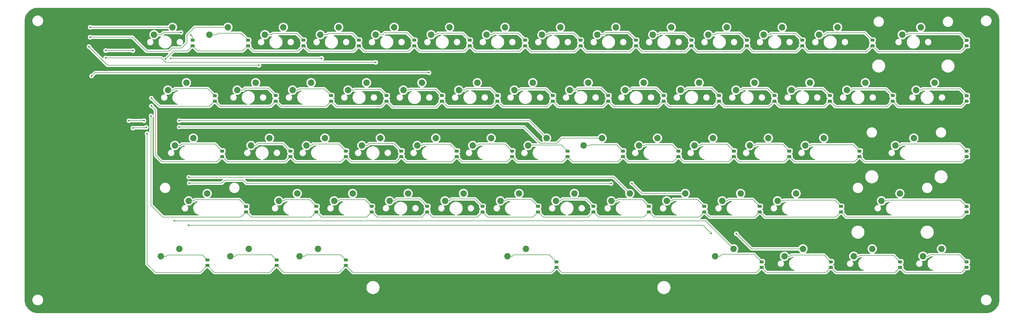
<source format=gbr>
%TF.GenerationSoftware,KiCad,Pcbnew,8.0.7*%
%TF.CreationDate,2024-12-25T15:12:26+08:00*%
%TF.ProjectId,keyboard,6b657962-6f61-4726-942e-6b696361645f,rev?*%
%TF.SameCoordinates,Original*%
%TF.FileFunction,Copper,L2,Bot*%
%TF.FilePolarity,Positive*%
%FSLAX46Y46*%
G04 Gerber Fmt 4.6, Leading zero omitted, Abs format (unit mm)*
G04 Created by KiCad (PCBNEW 8.0.7) date 2024-12-25 15:12:26*
%MOMM*%
%LPD*%
G01*
G04 APERTURE LIST*
G04 Aperture macros list*
%AMRoundRect*
0 Rectangle with rounded corners*
0 $1 Rounding radius*
0 $2 $3 $4 $5 $6 $7 $8 $9 X,Y pos of 4 corners*
0 Add a 4 corners polygon primitive as box body*
4,1,4,$2,$3,$4,$5,$6,$7,$8,$9,$2,$3,0*
0 Add four circle primitives for the rounded corners*
1,1,$1+$1,$2,$3*
1,1,$1+$1,$4,$5*
1,1,$1+$1,$6,$7*
1,1,$1+$1,$8,$9*
0 Add four rect primitives between the rounded corners*
20,1,$1+$1,$2,$3,$4,$5,0*
20,1,$1+$1,$4,$5,$6,$7,0*
20,1,$1+$1,$6,$7,$8,$9,0*
20,1,$1+$1,$8,$9,$2,$3,0*%
G04 Aperture macros list end*
%TA.AperFunction,ComponentPad*%
%ADD10C,2.200000*%
%TD*%
%TA.AperFunction,SMDPad,CuDef*%
%ADD11RoundRect,0.243750X0.456250X-0.243750X0.456250X0.243750X-0.456250X0.243750X-0.456250X-0.243750X0*%
%TD*%
%TA.AperFunction,ViaPad*%
%ADD12C,0.600000*%
%TD*%
%TA.AperFunction,Conductor*%
%ADD13C,0.200000*%
%TD*%
G04 APERTURE END LIST*
D10*
%TO.P,SW28,1,1*%
%TO.N,/column13*%
X353250500Y-64262000D03*
%TO.P,SW28,2,2*%
%TO.N,Net-(D28-A)*%
X346900500Y-66802000D03*
%TD*%
%TO.P,SW49,1,1*%
%TO.N,/column8*%
X248475500Y-102362000D03*
%TO.P,SW49,2,2*%
%TO.N,Net-(D49-A)*%
X242125500Y-104902000D03*
%TD*%
%TO.P,SW20,1,1*%
%TO.N,/column5*%
X196088000Y-64262000D03*
%TO.P,SW20,2,2*%
%TO.N,Net-(D20-A)*%
X189738000Y-66802000D03*
%TD*%
%TO.P,SW59,1,1*%
%TO.N,/column11*%
X308006750Y-121412000D03*
%TO.P,SW59,2,2*%
%TO.N,Net-(D59-A)*%
X301656750Y-123952000D03*
%TD*%
%TO.P,SW1,1,1*%
%TO.N,/column0*%
X91313000Y-45212000D03*
%TO.P,SW1,2,2*%
%TO.N,Net-(D1-A)*%
X84963000Y-47752000D03*
%TD*%
%TO.P,SW21,1,1*%
%TO.N,/column6*%
X215138000Y-64262000D03*
%TO.P,SW21,2,2*%
%TO.N,Net-(D21-A)*%
X208788000Y-66802000D03*
%TD*%
%TO.P,SW45,1,1*%
%TO.N,/column4*%
X172275500Y-102362000D03*
%TO.P,SW45,2,2*%
%TO.N,Net-(D45-A)*%
X165925500Y-104902000D03*
%TD*%
%TO.P,SW6,1,1*%
%TO.N,/column5*%
X186563000Y-45212000D03*
%TO.P,SW6,2,2*%
%TO.N,Net-(D6-A)*%
X180213000Y-47752000D03*
%TD*%
%TO.P,SW42,1,1*%
%TO.N,/column0*%
X103219250Y-102362000D03*
%TO.P,SW42,2,2*%
%TO.N,Net-(D42-A)*%
X96869250Y-104902000D03*
%TD*%
%TO.P,SW15,1,1*%
%TO.N,/column0*%
X96075500Y-64262000D03*
%TO.P,SW15,2,2*%
%TO.N,Net-(D15-A)*%
X89725500Y-66802000D03*
%TD*%
%TO.P,SW24,1,1*%
%TO.N,/column9*%
X272288000Y-64262000D03*
%TO.P,SW24,2,2*%
%TO.N,Net-(D24-A)*%
X265938000Y-66802000D03*
%TD*%
%TO.P,SW50,1,1*%
%TO.N,/column9*%
X267525500Y-102362000D03*
%TO.P,SW50,2,2*%
%TO.N,Net-(D50-A)*%
X261175500Y-104902000D03*
%TD*%
%TO.P,SW41,1,1*%
%TO.N,/column12*%
X346106750Y-83312000D03*
%TO.P,SW41,2,2*%
%TO.N,Net-(D41-A)*%
X339756750Y-85852000D03*
%TD*%
%TO.P,SW11,1,1*%
%TO.N,/column10*%
X281813000Y-45212000D03*
%TO.P,SW11,2,2*%
%TO.N,Net-(D11-A)*%
X275463000Y-47752000D03*
%TD*%
%TO.P,SW3,1,1*%
%TO.N,/column2*%
X129413000Y-45212000D03*
%TO.P,SW3,2,2*%
%TO.N,Net-(D3-A)*%
X123063000Y-47752000D03*
%TD*%
%TO.P,SW53,1,1*%
%TO.N,/column12*%
X341344250Y-102362000D03*
%TO.P,SW53,2,2*%
%TO.N,Net-(D53-A)*%
X334994250Y-104902000D03*
%TD*%
%TO.P,SW2,1,1*%
%TO.N,/column1*%
X110363000Y-45212000D03*
%TO.P,SW2,2,2*%
%TO.N,Net-(D2-A)*%
X104013000Y-47752000D03*
%TD*%
%TO.P,SW38,1,1*%
%TO.N,/column9*%
X277050500Y-83312000D03*
%TO.P,SW38,2,2*%
%TO.N,Net-(D38-A)*%
X270700500Y-85852000D03*
%TD*%
%TO.P,SW26,1,1*%
%TO.N,/column11*%
X310388000Y-64262000D03*
%TO.P,SW26,2,2*%
%TO.N,Net-(D26-A)*%
X304038000Y-66802000D03*
%TD*%
%TO.P,SW10,1,1*%
%TO.N,/column9*%
X262763000Y-45212000D03*
%TO.P,SW10,2,2*%
%TO.N,Net-(D10-A)*%
X256413000Y-47752000D03*
%TD*%
%TO.P,SW30,1,1*%
%TO.N,/column1*%
X124650500Y-83312000D03*
%TO.P,SW30,2,2*%
%TO.N,Net-(D30-A)*%
X118300500Y-85852000D03*
%TD*%
%TO.P,SW43,1,1*%
%TO.N,/column2*%
X134175500Y-102362000D03*
%TO.P,SW43,2,2*%
%TO.N,Net-(D43-A)*%
X127825500Y-104902000D03*
%TD*%
%TO.P,SW60,1,1*%
%TO.N,/column12*%
X331819250Y-121412000D03*
%TO.P,SW60,2,2*%
%TO.N,Net-(D60-A)*%
X325469250Y-123952000D03*
%TD*%
%TO.P,SW32,1,1*%
%TO.N,/column3*%
X162750500Y-83312000D03*
%TO.P,SW32,2,2*%
%TO.N,Net-(D32-A)*%
X156400500Y-85852000D03*
%TD*%
%TO.P,SW33,1,1*%
%TO.N,/column4*%
X181800500Y-83312000D03*
%TO.P,SW33,2,2*%
%TO.N,Net-(D33-A)*%
X175450500Y-85852000D03*
%TD*%
%TO.P,SW22,1,1*%
%TO.N,/column7*%
X234188000Y-64262000D03*
%TO.P,SW22,2,2*%
%TO.N,Net-(D22-A)*%
X227838000Y-66802000D03*
%TD*%
%TO.P,SW27,1,1*%
%TO.N,/column12*%
X329438000Y-64262000D03*
%TO.P,SW27,2,2*%
%TO.N,Net-(D27-A)*%
X323088000Y-66802000D03*
%TD*%
%TO.P,SW56,1,1*%
%TO.N,/column2*%
X141319250Y-121412000D03*
%TO.P,SW56,2,2*%
%TO.N,Net-(D56-A)*%
X134969250Y-123952000D03*
%TD*%
%TO.P,SW5,1,1*%
%TO.N,/column4*%
X167513000Y-45212000D03*
%TO.P,SW5,2,2*%
%TO.N,Net-(D5-A)*%
X161163000Y-47752000D03*
%TD*%
%TO.P,SW58,1,1*%
%TO.N,/column10*%
X284194250Y-121412000D03*
%TO.P,SW58,2,2*%
%TO.N,Net-(D58-A)*%
X277844250Y-123952000D03*
%TD*%
%TO.P,SW19,1,1*%
%TO.N,/column4*%
X177038000Y-64262000D03*
%TO.P,SW19,2,2*%
%TO.N,Net-(D19-A)*%
X170688000Y-66802000D03*
%TD*%
%TO.P,SW36,1,1*%
%TO.N,/column7*%
X238950500Y-83312000D03*
%TO.P,SW36,2,2*%
%TO.N,Net-(D36-A)*%
X232600500Y-85852000D03*
%TD*%
%TO.P,SW40,1,1*%
%TO.N,/column11*%
X315150500Y-83312000D03*
%TO.P,SW40,2,2*%
%TO.N,Net-(D40-A)*%
X308800500Y-85852000D03*
%TD*%
%TO.P,SW29,1,1*%
%TO.N,/column0*%
X98456750Y-83312000D03*
%TO.P,SW29,2,2*%
%TO.N,Net-(D29-A)*%
X92106750Y-85852000D03*
%TD*%
%TO.P,SW4,1,1*%
%TO.N,/column3*%
X148463000Y-45212000D03*
%TO.P,SW4,2,2*%
%TO.N,Net-(D4-A)*%
X142113000Y-47752000D03*
%TD*%
%TO.P,SW46,1,1*%
%TO.N,/column5*%
X191325500Y-102362000D03*
%TO.P,SW46,2,2*%
%TO.N,Net-(D46-A)*%
X184975500Y-104902000D03*
%TD*%
%TO.P,SW51,1,1*%
%TO.N,/column10*%
X286575500Y-102362000D03*
%TO.P,SW51,2,2*%
%TO.N,Net-(D51-A)*%
X280225500Y-104902000D03*
%TD*%
%TO.P,SW54,1,1*%
%TO.N,/column0*%
X93694250Y-121412000D03*
%TO.P,SW54,2,2*%
%TO.N,Net-(D54-A)*%
X87344250Y-123952000D03*
%TD*%
%TO.P,SW8,1,1*%
%TO.N,/column7*%
X224663000Y-45212000D03*
%TO.P,SW8,2,2*%
%TO.N,Net-(D8-A)*%
X218313000Y-47752000D03*
%TD*%
%TO.P,SW25,1,1*%
%TO.N,/column10*%
X291338000Y-64262000D03*
%TO.P,SW25,2,2*%
%TO.N,Net-(D25-A)*%
X284988000Y-66802000D03*
%TD*%
%TO.P,SW16,1,1*%
%TO.N,/column1*%
X119888000Y-64262000D03*
%TO.P,SW16,2,2*%
%TO.N,Net-(D16-A)*%
X113538000Y-66802000D03*
%TD*%
%TO.P,SW57,1,1*%
%TO.N,/column3*%
X212756750Y-121412000D03*
%TO.P,SW57,2,2*%
%TO.N,Net-(D57-A)*%
X206406750Y-123952000D03*
%TD*%
%TO.P,SW47,1,1*%
%TO.N,/column6*%
X210375500Y-102362000D03*
%TO.P,SW47,2,2*%
%TO.N,Net-(D47-A)*%
X204025500Y-104902000D03*
%TD*%
%TO.P,SW9,1,1*%
%TO.N,/column8*%
X243713000Y-45212000D03*
%TO.P,SW9,2,2*%
%TO.N,Net-(D9-A)*%
X237363000Y-47752000D03*
%TD*%
%TO.P,SW44,1,1*%
%TO.N,/column3*%
X153225500Y-102362000D03*
%TO.P,SW44,2,2*%
%TO.N,Net-(D44-A)*%
X146875500Y-104902000D03*
%TD*%
%TO.P,SW7,1,1*%
%TO.N,/column6*%
X205613000Y-45212000D03*
%TO.P,SW7,2,2*%
%TO.N,Net-(D7-A)*%
X199263000Y-47752000D03*
%TD*%
%TO.P,SW31,1,1*%
%TO.N,/column2*%
X143700500Y-83312000D03*
%TO.P,SW31,2,2*%
%TO.N,Net-(D31-A)*%
X137350500Y-85852000D03*
%TD*%
%TO.P,SW55,1,1*%
%TO.N,/column1*%
X117506750Y-121412000D03*
%TO.P,SW55,2,2*%
%TO.N,Net-(D55-A)*%
X111156750Y-123952000D03*
%TD*%
%TO.P,SW61,1,1*%
%TO.N,/column13*%
X355631750Y-121412000D03*
%TO.P,SW61,2,2*%
%TO.N,Net-(D61-A)*%
X349281750Y-123952000D03*
%TD*%
%TO.P,SW13,1,1*%
%TO.N,/column12*%
X319913000Y-45212000D03*
%TO.P,SW13,2,2*%
%TO.N,Net-(D13-A)*%
X313563000Y-47752000D03*
%TD*%
%TO.P,SW12,1,1*%
%TO.N,/column11*%
X300863000Y-45212000D03*
%TO.P,SW12,2,2*%
%TO.N,Net-(D12-A)*%
X294513000Y-47752000D03*
%TD*%
%TO.P,SW48,1,1*%
%TO.N,/column7*%
X229425500Y-102362000D03*
%TO.P,SW48,2,2*%
%TO.N,Net-(D48-A)*%
X223075500Y-104902000D03*
%TD*%
%TO.P,SW17,1,1*%
%TO.N,/column2*%
X138938000Y-64262000D03*
%TO.P,SW17,2,2*%
%TO.N,Net-(D17-A)*%
X132588000Y-66802000D03*
%TD*%
%TO.P,SW23,1,1*%
%TO.N,/column8*%
X253238000Y-64262000D03*
%TO.P,SW23,2,2*%
%TO.N,Net-(D23-A)*%
X246888000Y-66802000D03*
%TD*%
%TO.P,SW35,1,1*%
%TO.N,/column6*%
X219900500Y-83312000D03*
%TO.P,SW35,2,2*%
%TO.N,Net-(D35-A)*%
X213550500Y-85852000D03*
%TD*%
%TO.P,SW34,1,1*%
%TO.N,/column5*%
X200850500Y-83312000D03*
%TO.P,SW34,2,2*%
%TO.N,Net-(D34-A)*%
X194500500Y-85852000D03*
%TD*%
%TO.P,SW52,1,1*%
%TO.N,/column11*%
X305625500Y-102362000D03*
%TO.P,SW52,2,2*%
%TO.N,Net-(D52-A)*%
X299275500Y-104902000D03*
%TD*%
%TO.P,SW18,1,1*%
%TO.N,/column3*%
X157988000Y-64262000D03*
%TO.P,SW18,2,2*%
%TO.N,Net-(D18-A)*%
X151638000Y-66802000D03*
%TD*%
%TO.P,SW14,1,1*%
%TO.N,/column13*%
X348488000Y-45212000D03*
%TO.P,SW14,2,2*%
%TO.N,Net-(D14-A)*%
X342138000Y-47752000D03*
%TD*%
%TO.P,SW37,1,1*%
%TO.N,/column8*%
X258000500Y-83312000D03*
%TO.P,SW37,2,2*%
%TO.N,Net-(D37-A)*%
X251650500Y-85852000D03*
%TD*%
%TO.P,SW39,1,1*%
%TO.N,/column10*%
X296100500Y-83312000D03*
%TO.P,SW39,2,2*%
%TO.N,Net-(D39-A)*%
X289750500Y-85852000D03*
%TD*%
D11*
%TO.P,D40,1,K*%
%TO.N,/row2*%
X327438000Y-89654500D03*
%TO.P,D40,2,A*%
%TO.N,Net-(D40-A)*%
X327438000Y-87779500D03*
%TD*%
%TO.P,D32,1,K*%
%TO.N,/row2*%
X169958000Y-89654500D03*
%TO.P,D32,2,A*%
%TO.N,Net-(D32-A)*%
X169958000Y-87779500D03*
%TD*%
%TO.P,D35,1,K*%
%TO.N,/row2*%
X227108000Y-89654500D03*
%TO.P,D35,2,A*%
%TO.N,Net-(D35-A)*%
X227108000Y-87779500D03*
%TD*%
%TO.P,D25,1,K*%
%TO.N,/row1*%
X298228000Y-70592000D03*
%TO.P,D25,2,A*%
%TO.N,Net-(D25-A)*%
X298228000Y-68717000D03*
%TD*%
%TO.P,D49,1,K*%
%TO.N,/row3*%
X255048000Y-108692000D03*
%TO.P,D49,2,A*%
%TO.N,Net-(D49-A)*%
X255048000Y-106817000D03*
%TD*%
%TO.P,D55,1,K*%
%TO.N,/row4*%
X127095500Y-127119500D03*
%TO.P,D55,2,A*%
%TO.N,Net-(D55-A)*%
X127095500Y-125244500D03*
%TD*%
%TO.P,D51,1,K*%
%TO.N,/row3*%
X293148000Y-108692000D03*
%TO.P,D51,2,A*%
%TO.N,Net-(D51-A)*%
X293148000Y-106817000D03*
%TD*%
%TO.P,D18,1,K*%
%TO.N,/row1*%
X164878000Y-70592000D03*
%TO.P,D18,2,A*%
%TO.N,Net-(D18-A)*%
X164878000Y-68717000D03*
%TD*%
%TO.P,D12,1,K*%
%TO.N,/row0*%
X307753000Y-51542000D03*
%TO.P,D12,2,A*%
%TO.N,Net-(D12-A)*%
X307753000Y-49667000D03*
%TD*%
%TO.P,D6,1,K*%
%TO.N,/row0*%
X193453000Y-51542000D03*
%TO.P,D6,2,A*%
%TO.N,Net-(D6-A)*%
X193453000Y-49667000D03*
%TD*%
%TO.P,D3,1,K*%
%TO.N,/row0*%
X136303000Y-51542000D03*
%TO.P,D3,2,A*%
%TO.N,Net-(D3-A)*%
X136303000Y-49667000D03*
%TD*%
%TO.P,D8,1,K*%
%TO.N,/row0*%
X231553000Y-51542000D03*
%TO.P,D8,2,A*%
%TO.N,Net-(D8-A)*%
X231553000Y-49667000D03*
%TD*%
%TO.P,D10,1,K*%
%TO.N,/row0*%
X269653000Y-51542000D03*
%TO.P,D10,2,A*%
%TO.N,Net-(D10-A)*%
X269653000Y-49667000D03*
%TD*%
%TO.P,D14,1,K*%
%TO.N,/row0*%
X364268000Y-51554500D03*
%TO.P,D14,2,A*%
%TO.N,Net-(D14-A)*%
X364268000Y-49679500D03*
%TD*%
%TO.P,D16,1,K*%
%TO.N,/row1*%
X126778000Y-70592000D03*
%TO.P,D16,2,A*%
%TO.N,Net-(D16-A)*%
X126778000Y-68717000D03*
%TD*%
%TO.P,D30,1,K*%
%TO.N,/row2*%
X131858000Y-89654500D03*
%TO.P,D30,2,A*%
%TO.N,Net-(D30-A)*%
X131858000Y-87779500D03*
%TD*%
%TO.P,D9,1,K*%
%TO.N,/row0*%
X250603000Y-51542000D03*
%TO.P,D9,2,A*%
%TO.N,Net-(D9-A)*%
X250603000Y-49667000D03*
%TD*%
%TO.P,D41,1,K*%
%TO.N,/row2*%
X364268000Y-89654500D03*
%TO.P,D41,2,A*%
%TO.N,Net-(D41-A)*%
X364268000Y-87779500D03*
%TD*%
%TO.P,D13,1,K*%
%TO.N,/row0*%
X331883000Y-51542000D03*
%TO.P,D13,2,A*%
%TO.N,Net-(D13-A)*%
X331883000Y-49667000D03*
%TD*%
%TO.P,D52,1,K*%
%TO.N,/row3*%
X321088000Y-108692000D03*
%TO.P,D52,2,A*%
%TO.N,Net-(D52-A)*%
X321088000Y-106817000D03*
%TD*%
%TO.P,D20,1,K*%
%TO.N,/row1*%
X202978000Y-70592000D03*
%TO.P,D20,2,A*%
%TO.N,Net-(D20-A)*%
X202978000Y-68717000D03*
%TD*%
%TO.P,D57,1,K*%
%TO.N,/row4*%
X223298000Y-127754500D03*
%TO.P,D57,2,A*%
%TO.N,Net-(D57-A)*%
X223298000Y-125879500D03*
%TD*%
%TO.P,D23,1,K*%
%TO.N,/row1*%
X260128000Y-70592000D03*
%TO.P,D23,2,A*%
%TO.N,Net-(D23-A)*%
X260128000Y-68717000D03*
%TD*%
%TO.P,D31,1,K*%
%TO.N,/row2*%
X150908000Y-89654500D03*
%TO.P,D31,2,A*%
%TO.N,Net-(D31-A)*%
X150908000Y-87779500D03*
%TD*%
%TO.P,D7,1,K*%
%TO.N,/row0*%
X212503000Y-51542000D03*
%TO.P,D7,2,A*%
%TO.N,Net-(D7-A)*%
X212503000Y-49667000D03*
%TD*%
%TO.P,D47,1,K*%
%TO.N,/row3*%
X216948000Y-108692000D03*
%TO.P,D47,2,A*%
%TO.N,Net-(D47-A)*%
X216948000Y-106817000D03*
%TD*%
%TO.P,D42,1,K*%
%TO.N,/row3*%
X116618000Y-108704500D03*
%TO.P,D42,2,A*%
%TO.N,Net-(D42-A)*%
X116618000Y-106829500D03*
%TD*%
%TO.P,D53,1,K*%
%TO.N,/row3*%
X364268000Y-108704500D03*
%TO.P,D53,2,A*%
%TO.N,Net-(D53-A)*%
X364268000Y-106829500D03*
%TD*%
%TO.P,D58,1,K*%
%TO.N,/row4*%
X293783000Y-127767000D03*
%TO.P,D58,2,A*%
%TO.N,Net-(D58-A)*%
X293783000Y-125892000D03*
%TD*%
%TO.P,D22,1,K*%
%TO.N,/row1*%
X241078000Y-70592000D03*
%TO.P,D22,2,A*%
%TO.N,Net-(D22-A)*%
X241078000Y-68717000D03*
%TD*%
%TO.P,D2,1,K*%
%TO.N,/row0*%
X117253000Y-51542000D03*
%TO.P,D2,2,A*%
%TO.N,Net-(D2-A)*%
X117253000Y-49667000D03*
%TD*%
%TO.P,D46,1,K*%
%TO.N,/row3*%
X197898000Y-108692000D03*
%TO.P,D46,2,A*%
%TO.N,Net-(D46-A)*%
X197898000Y-106817000D03*
%TD*%
%TO.P,D39,1,K*%
%TO.N,/row2*%
X303308000Y-89654500D03*
%TO.P,D39,2,A*%
%TO.N,Net-(D39-A)*%
X303308000Y-87779500D03*
%TD*%
%TO.P,D56,1,K*%
%TO.N,/row4*%
X150908000Y-127119500D03*
%TO.P,D56,2,A*%
%TO.N,Net-(D56-A)*%
X150908000Y-125244500D03*
%TD*%
%TO.P,D33,1,K*%
%TO.N,/row2*%
X189008000Y-89654500D03*
%TO.P,D33,2,A*%
%TO.N,Net-(D33-A)*%
X189008000Y-87779500D03*
%TD*%
%TO.P,D29,1,K*%
%TO.N,/row2*%
X108363000Y-89654500D03*
%TO.P,D29,2,A*%
%TO.N,Net-(D29-A)*%
X108363000Y-87779500D03*
%TD*%
%TO.P,D24,1,K*%
%TO.N,/row1*%
X279178000Y-70592000D03*
%TO.P,D24,2,A*%
%TO.N,Net-(D24-A)*%
X279178000Y-68717000D03*
%TD*%
%TO.P,D48,1,K*%
%TO.N,/row3*%
X235998000Y-108692000D03*
%TO.P,D48,2,A*%
%TO.N,Net-(D48-A)*%
X235998000Y-106817000D03*
%TD*%
%TO.P,D43,1,K*%
%TO.N,/row3*%
X140748000Y-108692000D03*
%TO.P,D43,2,A*%
%TO.N,Net-(D43-A)*%
X140748000Y-106817000D03*
%TD*%
%TO.P,D34,1,K*%
%TO.N,/row2*%
X208058000Y-89654500D03*
%TO.P,D34,2,A*%
%TO.N,Net-(D34-A)*%
X208058000Y-87779500D03*
%TD*%
%TO.P,D15,1,K*%
%TO.N,/row1*%
X105823000Y-70604500D03*
%TO.P,D15,2,A*%
%TO.N,Net-(D15-A)*%
X105823000Y-68729500D03*
%TD*%
%TO.P,D17,1,K*%
%TO.N,/row1*%
X145828000Y-70592000D03*
%TO.P,D17,2,A*%
%TO.N,Net-(D17-A)*%
X145828000Y-68717000D03*
%TD*%
%TO.P,D1,1,K*%
%TO.N,/row0*%
X98203000Y-51542000D03*
%TO.P,D1,2,A*%
%TO.N,Net-(D1-A)*%
X98203000Y-49667000D03*
%TD*%
%TO.P,D19,1,K*%
%TO.N,/row1*%
X183928000Y-70592000D03*
%TO.P,D19,2,A*%
%TO.N,Net-(D19-A)*%
X183928000Y-68717000D03*
%TD*%
%TO.P,D60,1,K*%
%TO.N,/row4*%
X341408000Y-127767000D03*
%TO.P,D60,2,A*%
%TO.N,Net-(D60-A)*%
X341408000Y-125892000D03*
%TD*%
%TO.P,D37,1,K*%
%TO.N,/row2*%
X265208000Y-89654500D03*
%TO.P,D37,2,A*%
%TO.N,Net-(D37-A)*%
X265208000Y-87779500D03*
%TD*%
%TO.P,D21,1,K*%
%TO.N,/row1*%
X222028000Y-70592000D03*
%TO.P,D21,2,A*%
%TO.N,Net-(D21-A)*%
X222028000Y-68717000D03*
%TD*%
%TO.P,D4,1,K*%
%TO.N,/row0*%
X155353000Y-51542000D03*
%TO.P,D4,2,A*%
%TO.N,Net-(D4-A)*%
X155353000Y-49667000D03*
%TD*%
%TO.P,D27,1,K*%
%TO.N,/row1*%
X338868000Y-70592000D03*
%TO.P,D27,2,A*%
%TO.N,Net-(D27-A)*%
X338868000Y-68717000D03*
%TD*%
%TO.P,D26,1,K*%
%TO.N,/row1*%
X317278000Y-70592000D03*
%TO.P,D26,2,A*%
%TO.N,Net-(D26-A)*%
X317278000Y-68717000D03*
%TD*%
%TO.P,D28,1,K*%
%TO.N,/row1*%
X364268000Y-70604500D03*
%TO.P,D28,2,A*%
%TO.N,Net-(D28-A)*%
X364268000Y-68729500D03*
%TD*%
%TO.P,D11,1,K*%
%TO.N,/row0*%
X288703000Y-51542000D03*
%TO.P,D11,2,A*%
%TO.N,Net-(D11-A)*%
X288703000Y-49667000D03*
%TD*%
%TO.P,D36,1,K*%
%TO.N,/row2*%
X246158000Y-89654500D03*
%TO.P,D36,2,A*%
%TO.N,Net-(D36-A)*%
X246158000Y-87779500D03*
%TD*%
%TO.P,D38,1,K*%
%TO.N,/row2*%
X284258000Y-89654500D03*
%TO.P,D38,2,A*%
%TO.N,Net-(D38-A)*%
X284258000Y-87779500D03*
%TD*%
%TO.P,D54,1,K*%
%TO.N,/row4*%
X103283000Y-127119500D03*
%TO.P,D54,2,A*%
%TO.N,Net-(D54-A)*%
X103283000Y-125244500D03*
%TD*%
%TO.P,D45,1,K*%
%TO.N,/row3*%
X178848000Y-108692000D03*
%TO.P,D45,2,A*%
%TO.N,Net-(D45-A)*%
X178848000Y-106817000D03*
%TD*%
%TO.P,D5,1,K*%
%TO.N,/row0*%
X174403000Y-51542000D03*
%TO.P,D5,2,A*%
%TO.N,Net-(D5-A)*%
X174403000Y-49667000D03*
%TD*%
%TO.P,D44,1,K*%
%TO.N,/row3*%
X159798000Y-108692000D03*
%TO.P,D44,2,A*%
%TO.N,Net-(D44-A)*%
X159798000Y-106817000D03*
%TD*%
%TO.P,D50,1,K*%
%TO.N,/row3*%
X274098000Y-108692000D03*
%TO.P,D50,2,A*%
%TO.N,Net-(D50-A)*%
X274098000Y-106817000D03*
%TD*%
%TO.P,D59,1,K*%
%TO.N,/row4*%
X317595500Y-127767000D03*
%TO.P,D59,2,A*%
%TO.N,Net-(D59-A)*%
X317595500Y-125892000D03*
%TD*%
%TO.P,D61,1,K*%
%TO.N,/row4*%
X364268000Y-127767000D03*
%TO.P,D61,2,A*%
%TO.N,Net-(D61-A)*%
X364268000Y-125892000D03*
%TD*%
D12*
%TO.N,Net-(D1-A)*%
X97663000Y-47879000D03*
X94234000Y-46990000D03*
%TO.N,GND*%
X66040000Y-107188000D03*
X371094000Y-107315000D03*
X371094000Y-48514000D03*
X370967000Y-84582000D03*
X59182000Y-78994000D03*
X59182000Y-75311000D03*
X54610000Y-110871000D03*
X370967000Y-88773000D03*
X62992000Y-107315000D03*
X59182000Y-77089000D03*
X54229000Y-101600000D03*
X371475000Y-132334000D03*
X371094000Y-52451000D03*
X63373000Y-110871000D03*
X62865000Y-101600000D03*
X61087000Y-77089000D03*
X64897000Y-70993000D03*
X371094000Y-59944000D03*
X62865000Y-104267000D03*
X370967000Y-111633000D03*
X371221000Y-56134000D03*
X63119000Y-78994000D03*
X50800000Y-101600000D03*
X69088000Y-107188000D03*
X50800000Y-104394000D03*
X65024000Y-78994000D03*
X64897000Y-73279000D03*
X61214000Y-78994000D03*
X62992000Y-73279000D03*
X65913000Y-104267000D03*
X54229000Y-104394000D03*
X60960000Y-73279000D03*
X370967000Y-81026000D03*
X64897000Y-77089000D03*
X60325000Y-110871000D03*
X370967000Y-73660000D03*
X62865000Y-70993000D03*
X62992000Y-75311000D03*
X370967000Y-93599000D03*
X66675000Y-77089000D03*
X370967000Y-63373000D03*
X68834000Y-104267000D03*
X65913000Y-101600000D03*
X63119000Y-77089000D03*
X370967000Y-70231000D03*
X50673000Y-110998000D03*
X59182000Y-73279000D03*
X57658000Y-110871000D03*
X59817000Y-104267000D03*
X68834000Y-101600000D03*
X371094000Y-102616000D03*
X371348000Y-127381000D03*
X370967000Y-97917000D03*
X370967000Y-77597000D03*
X59817000Y-101600000D03*
X69469000Y-110871000D03*
X57277000Y-104394000D03*
X66675000Y-70993000D03*
X66675000Y-75311000D03*
X61087000Y-75311000D03*
X64897000Y-75311000D03*
X66802000Y-78994000D03*
X66294000Y-110871000D03*
X371094000Y-66802000D03*
X57404000Y-107442000D03*
X371094000Y-116205000D03*
X60960000Y-70993000D03*
X54356000Y-107442000D03*
X59182000Y-70993000D03*
X50800000Y-107315000D03*
X371221000Y-121793000D03*
X57150000Y-101600000D03*
X60071000Y-107442000D03*
X66675000Y-73279000D03*
%TO.N,/row0*%
X88900000Y-56134000D03*
%TO.N,/row1*%
X84074000Y-69596000D03*
%TO.N,/row2*%
X84074000Y-72263000D03*
%TO.N,/row3*%
X83947000Y-75692000D03*
%TO.N,/row4*%
X82550000Y-81788000D03*
%TO.N,/column0*%
X62992000Y-45212000D03*
%TO.N,/column1*%
X62992000Y-48641000D03*
%TO.N,/column2*%
X121031000Y-58293000D03*
X62611000Y-51887000D03*
%TO.N,/column3*%
X68326000Y-53213000D03*
X77724000Y-53213000D03*
X90678000Y-55880000D03*
X142621000Y-55880000D03*
%TO.N,/column4*%
X68326000Y-55753000D03*
X161163000Y-57277000D03*
%TO.N,/column5*%
X63500000Y-61976000D03*
X179451000Y-60833000D03*
%TO.N,/column6*%
X76327000Y-77343000D03*
X93599000Y-77343000D03*
X81534000Y-77343000D03*
%TO.N,/column7*%
X93599000Y-79502000D03*
X77724000Y-79883000D03*
X82296000Y-79629000D03*
%TO.N,/column8*%
X96901000Y-96774000D03*
%TO.N,/column9*%
X249174000Y-98933000D03*
X97028000Y-98806000D03*
X242062000Y-98933000D03*
%TO.N,/column10*%
X91948000Y-111760000D03*
%TO.N,/column11*%
X276479000Y-116078000D03*
X96774000Y-113284000D03*
X285115000Y-116205000D03*
%TD*%
D13*
%TO.N,Net-(D1-A)*%
X98171000Y-49635000D02*
X98203000Y-49667000D01*
X97663000Y-47879000D02*
X98171000Y-48387000D01*
X94234000Y-46990000D02*
X88265000Y-46990000D01*
X88265000Y-46990000D02*
X87503000Y-47752000D01*
X98171000Y-48387000D02*
X98171000Y-49635000D01*
X87503000Y-47752000D02*
X84963000Y-47752000D01*
%TO.N,Net-(D2-A)*%
X104013000Y-47752000D02*
X106426000Y-47752000D01*
X114830000Y-47244000D02*
X117253000Y-49667000D01*
X106934000Y-47244000D02*
X114830000Y-47244000D01*
X106426000Y-47752000D02*
X106934000Y-47244000D01*
%TO.N,Net-(D3-A)*%
X134007000Y-47371000D02*
X136303000Y-49667000D01*
X125730000Y-47371000D02*
X134007000Y-47371000D01*
X125349000Y-47752000D02*
X125730000Y-47371000D01*
X123063000Y-47752000D02*
X125349000Y-47752000D01*
%TO.N,Net-(D4-A)*%
X153057000Y-47371000D02*
X155353000Y-49667000D01*
X144399000Y-47752000D02*
X144780000Y-47371000D01*
X142113000Y-47752000D02*
X144399000Y-47752000D01*
X144780000Y-47371000D02*
X153057000Y-47371000D01*
%TO.N,Net-(D5-A)*%
X171853000Y-47117000D02*
X174403000Y-49667000D01*
X161163000Y-47752000D02*
X163576000Y-47752000D01*
X164211000Y-47117000D02*
X171853000Y-47117000D01*
X163576000Y-47752000D02*
X164211000Y-47117000D01*
%TO.N,Net-(D6-A)*%
X181991000Y-47752000D02*
X182499000Y-47244000D01*
X182499000Y-47244000D02*
X191030000Y-47244000D01*
X191030000Y-47244000D02*
X193453000Y-49667000D01*
X180213000Y-47752000D02*
X181991000Y-47752000D01*
%TO.N,Net-(D7-A)*%
X201676000Y-47244000D02*
X210080000Y-47244000D01*
X210080000Y-47244000D02*
X212503000Y-49667000D01*
X199263000Y-47752000D02*
X201168000Y-47752000D01*
X201168000Y-47752000D02*
X201676000Y-47244000D01*
%TO.N,Net-(D8-A)*%
X218313000Y-47752000D02*
X220345000Y-47752000D01*
X220345000Y-47752000D02*
X220853000Y-47244000D01*
X229130000Y-47244000D02*
X231553000Y-49667000D01*
X220853000Y-47244000D02*
X229130000Y-47244000D01*
%TO.N,Net-(D9-A)*%
X239395000Y-47752000D02*
X240157000Y-46990000D01*
X247926000Y-46990000D02*
X250603000Y-49667000D01*
X240157000Y-46990000D02*
X247926000Y-46990000D01*
X237363000Y-47752000D02*
X239395000Y-47752000D01*
%TO.N,Net-(D10-A)*%
X267230000Y-47244000D02*
X269653000Y-49667000D01*
X258318000Y-47752000D02*
X258826000Y-47244000D01*
X258826000Y-47244000D02*
X267230000Y-47244000D01*
X256413000Y-47752000D02*
X258318000Y-47752000D01*
%TO.N,Net-(D11-A)*%
X277749000Y-47752000D02*
X278257000Y-47244000D01*
X275463000Y-47752000D02*
X277749000Y-47752000D01*
X286258000Y-47244000D02*
X288681000Y-49667000D01*
X278257000Y-47244000D02*
X286258000Y-47244000D01*
X288681000Y-49667000D02*
X288703000Y-49667000D01*
%TO.N,Net-(D12-A)*%
X296926000Y-47371000D02*
X305457000Y-47371000D01*
X305457000Y-47371000D02*
X307753000Y-49667000D01*
X294513000Y-47752000D02*
X296545000Y-47752000D01*
X296545000Y-47752000D02*
X296926000Y-47371000D01*
%TO.N,Net-(D13-A)*%
X329311000Y-47117000D02*
X331861000Y-49667000D01*
X315468000Y-47752000D02*
X316103000Y-47117000D01*
X316103000Y-47117000D02*
X329311000Y-47117000D01*
X331861000Y-49667000D02*
X331883000Y-49667000D01*
X313563000Y-47752000D02*
X315468000Y-47752000D01*
%TO.N,Net-(D14-A)*%
X344043000Y-47752000D02*
X344424000Y-47371000D01*
X361959500Y-47371000D02*
X364268000Y-49679500D01*
X342138000Y-47752000D02*
X344043000Y-47752000D01*
X344424000Y-47371000D02*
X361959500Y-47371000D01*
%TO.N,Net-(D15-A)*%
X92202000Y-66294000D02*
X103387500Y-66294000D01*
X89725500Y-66802000D02*
X91694000Y-66802000D01*
X103387500Y-66294000D02*
X105823000Y-68729500D01*
X91694000Y-66802000D02*
X92202000Y-66294000D01*
%TO.N,Net-(D16-A)*%
X124228000Y-66167000D02*
X126778000Y-68717000D01*
X113538000Y-66802000D02*
X115570000Y-66802000D01*
X115570000Y-66802000D02*
X116205000Y-66167000D01*
X116205000Y-66167000D02*
X124228000Y-66167000D01*
%TO.N,Net-(D17-A)*%
X134493000Y-66802000D02*
X134874000Y-66421000D01*
X143532000Y-66421000D02*
X145828000Y-68717000D01*
X132588000Y-66802000D02*
X134493000Y-66802000D01*
X134874000Y-66421000D02*
X143532000Y-66421000D01*
%TO.N,Net-(D18-A)*%
X153924000Y-66548000D02*
X162709000Y-66548000D01*
X162709000Y-66548000D02*
X164878000Y-68717000D01*
X151638000Y-66802000D02*
X153670000Y-66802000D01*
X153670000Y-66802000D02*
X153924000Y-66548000D01*
%TO.N,Net-(D19-A)*%
X170688000Y-66802000D02*
X172593000Y-66802000D01*
X181759000Y-66548000D02*
X183928000Y-68717000D01*
X172847000Y-66548000D02*
X181759000Y-66548000D01*
X172593000Y-66802000D02*
X172847000Y-66548000D01*
%TO.N,Net-(D20-A)*%
X191770000Y-66802000D02*
X192278000Y-66294000D01*
X189738000Y-66802000D02*
X191770000Y-66802000D01*
X192278000Y-66294000D02*
X200555000Y-66294000D01*
X200555000Y-66294000D02*
X202978000Y-68717000D01*
%TO.N,Net-(D21-A)*%
X210566000Y-66802000D02*
X210947000Y-66421000D01*
X219732000Y-66421000D02*
X222028000Y-68717000D01*
X208788000Y-66802000D02*
X210566000Y-66802000D01*
X210947000Y-66421000D02*
X219732000Y-66421000D01*
%TO.N,Net-(D22-A)*%
X238528000Y-66167000D02*
X241078000Y-68717000D01*
X230632000Y-66167000D02*
X238528000Y-66167000D01*
X229997000Y-66802000D02*
X230632000Y-66167000D01*
X227838000Y-66802000D02*
X229997000Y-66802000D01*
%TO.N,Net-(D23-A)*%
X248539000Y-66802000D02*
X249174000Y-66167000D01*
X249174000Y-66167000D02*
X257578000Y-66167000D01*
X257578000Y-66167000D02*
X260128000Y-68717000D01*
X246888000Y-66802000D02*
X248539000Y-66802000D01*
%TO.N,Net-(D24-A)*%
X265938000Y-66802000D02*
X267589000Y-66802000D01*
X267589000Y-66802000D02*
X268224000Y-66167000D01*
X276628000Y-66167000D02*
X279178000Y-68717000D01*
X268224000Y-66167000D02*
X276628000Y-66167000D01*
%TO.N,Net-(D25-A)*%
X295805000Y-66294000D02*
X298228000Y-68717000D01*
X284988000Y-66802000D02*
X286893000Y-66802000D01*
X287401000Y-66294000D02*
X295805000Y-66294000D01*
X286893000Y-66802000D02*
X287401000Y-66294000D01*
%TO.N,Net-(D26-A)*%
X314855000Y-66294000D02*
X317278000Y-68717000D01*
X306197000Y-66294000D02*
X314855000Y-66294000D01*
X304038000Y-66802000D02*
X305689000Y-66802000D01*
X305689000Y-66802000D02*
X306197000Y-66294000D01*
%TO.N,Net-(D27-A)*%
X324993000Y-66421000D02*
X336572000Y-66421000D01*
X323088000Y-66802000D02*
X324612000Y-66802000D01*
X324612000Y-66802000D02*
X324993000Y-66421000D01*
X336572000Y-66421000D02*
X338868000Y-68717000D01*
%TO.N,Net-(D28-A)*%
X361959500Y-66421000D02*
X364268000Y-68729500D01*
X346900500Y-66802000D02*
X348615000Y-66802000D01*
X348996000Y-66421000D02*
X361959500Y-66421000D01*
X348615000Y-66802000D02*
X348996000Y-66421000D01*
%TO.N,Net-(D29-A)*%
X94107000Y-85852000D02*
X94615000Y-85344000D01*
X94615000Y-85344000D02*
X105927500Y-85344000D01*
X105927500Y-85344000D02*
X108363000Y-87779500D01*
X92106750Y-85852000D02*
X94107000Y-85852000D01*
%TO.N,Net-(D30-A)*%
X118300500Y-85852000D02*
X120015000Y-85852000D01*
X120650000Y-85217000D02*
X129295500Y-85217000D01*
X129295500Y-85217000D02*
X131858000Y-87779500D01*
X120015000Y-85852000D02*
X120650000Y-85217000D01*
%TO.N,Net-(D31-A)*%
X139573000Y-85344000D02*
X148472500Y-85344000D01*
X137350500Y-85852000D02*
X139065000Y-85852000D01*
X148472500Y-85344000D02*
X150908000Y-87779500D01*
X139065000Y-85852000D02*
X139573000Y-85344000D01*
%TO.N,Net-(D32-A)*%
X167395500Y-85217000D02*
X169958000Y-87779500D01*
X158877000Y-85217000D02*
X167395500Y-85217000D01*
X156400500Y-85852000D02*
X158242000Y-85852000D01*
X158242000Y-85852000D02*
X158877000Y-85217000D01*
%TO.N,Net-(D33-A)*%
X186699500Y-85471000D02*
X189008000Y-87779500D01*
X177546000Y-85471000D02*
X186699500Y-85471000D01*
X175450500Y-85852000D02*
X177165000Y-85852000D01*
X177165000Y-85852000D02*
X177546000Y-85471000D01*
%TO.N,Net-(D34-A)*%
X196088000Y-85852000D02*
X196596000Y-85344000D01*
X194500500Y-85852000D02*
X196088000Y-85852000D01*
X205622500Y-85344000D02*
X208058000Y-87779500D01*
X196596000Y-85344000D02*
X205622500Y-85344000D01*
%TO.N,Net-(D35-A)*%
X213677500Y-85725000D02*
X225053500Y-85725000D01*
X225053500Y-85725000D02*
X227108000Y-87779500D01*
X213550500Y-85852000D02*
X213677500Y-85725000D01*
%TO.N,Net-(D36-A)*%
X232600500Y-85852000D02*
X234696000Y-85852000D01*
X234950000Y-85598000D02*
X243976500Y-85598000D01*
X234696000Y-85852000D02*
X234950000Y-85598000D01*
X243976500Y-85598000D02*
X246158000Y-87779500D01*
%TO.N,Net-(D37-A)*%
X253492000Y-85852000D02*
X253746000Y-85598000D01*
X253746000Y-85598000D02*
X263026500Y-85598000D01*
X251650500Y-85852000D02*
X253492000Y-85852000D01*
X263026500Y-85598000D02*
X265208000Y-87779500D01*
%TO.N,Net-(D38-A)*%
X281949500Y-85471000D02*
X284258000Y-87779500D01*
X272669000Y-85852000D02*
X273050000Y-85471000D01*
X270700500Y-85852000D02*
X272669000Y-85852000D01*
X273050000Y-85471000D02*
X281949500Y-85471000D01*
%TO.N,Net-(D39-A)*%
X289750500Y-85852000D02*
X291719000Y-85852000D01*
X300999500Y-85471000D02*
X303308000Y-87779500D01*
X292100000Y-85471000D02*
X300999500Y-85471000D01*
X291719000Y-85852000D02*
X292100000Y-85471000D01*
%TO.N,Net-(D40-A)*%
X308800500Y-85852000D02*
X310642000Y-85852000D01*
X310642000Y-85852000D02*
X310896000Y-85598000D01*
X310896000Y-85598000D02*
X325256500Y-85598000D01*
X325256500Y-85598000D02*
X327438000Y-87779500D01*
%TO.N,Net-(D41-A)*%
X339756750Y-85852000D02*
X341503000Y-85852000D01*
X341503000Y-85852000D02*
X342011000Y-85344000D01*
X342011000Y-85344000D02*
X361832500Y-85344000D01*
X361832500Y-85344000D02*
X364268000Y-87779500D01*
%TO.N,Net-(D42-A)*%
X98679000Y-104902000D02*
X99060000Y-104521000D01*
X114309500Y-104521000D02*
X116618000Y-106829500D01*
X96869250Y-104902000D02*
X98679000Y-104902000D01*
X99060000Y-104521000D02*
X114309500Y-104521000D01*
%TO.N,Net-(D43-A)*%
X127825500Y-104902000D02*
X129667000Y-104902000D01*
X130048000Y-104521000D02*
X138452000Y-104521000D01*
X138452000Y-104521000D02*
X140748000Y-106817000D01*
X129667000Y-104902000D02*
X130048000Y-104521000D01*
%TO.N,Net-(D44-A)*%
X148463000Y-104902000D02*
X148844000Y-104521000D01*
X157502000Y-104521000D02*
X159798000Y-106817000D01*
X146875500Y-104902000D02*
X148463000Y-104902000D01*
X148844000Y-104521000D02*
X157502000Y-104521000D01*
%TO.N,Net-(D45-A)*%
X167640000Y-104902000D02*
X168275000Y-104267000D01*
X165925500Y-104902000D02*
X167640000Y-104902000D01*
X168275000Y-104267000D02*
X176298000Y-104267000D01*
X176298000Y-104267000D02*
X178848000Y-106817000D01*
%TO.N,Net-(D46-A)*%
X186563000Y-104902000D02*
X187198000Y-104267000D01*
X184975500Y-104902000D02*
X186563000Y-104902000D01*
X195348000Y-104267000D02*
X197898000Y-106817000D01*
X187198000Y-104267000D02*
X195348000Y-104267000D01*
%TO.N,Net-(D47-A)*%
X204025500Y-104902000D02*
X205740000Y-104902000D01*
X206248000Y-104394000D02*
X214525000Y-104394000D01*
X205740000Y-104902000D02*
X206248000Y-104394000D01*
X214525000Y-104394000D02*
X216948000Y-106817000D01*
%TO.N,Net-(D48-A)*%
X224663000Y-104902000D02*
X225298000Y-104267000D01*
X233448000Y-104267000D02*
X235998000Y-106817000D01*
X225298000Y-104267000D02*
X233448000Y-104267000D01*
X223075500Y-104902000D02*
X224663000Y-104902000D01*
%TO.N,Net-(D49-A)*%
X244094000Y-104902000D02*
X244475000Y-104521000D01*
X244475000Y-104521000D02*
X252752000Y-104521000D01*
X252752000Y-104521000D02*
X255048000Y-106817000D01*
X242125500Y-104902000D02*
X244094000Y-104902000D01*
%TO.N,Net-(D50-A)*%
X262890000Y-104902000D02*
X263398000Y-104394000D01*
X271675000Y-104394000D02*
X274098000Y-106817000D01*
X261175500Y-104902000D02*
X262890000Y-104902000D01*
X263398000Y-104394000D02*
X271675000Y-104394000D01*
%TO.N,Net-(D51-A)*%
X280225500Y-104902000D02*
X281940000Y-104902000D01*
X282448000Y-104394000D02*
X290725000Y-104394000D01*
X290725000Y-104394000D02*
X293148000Y-106817000D01*
X281940000Y-104902000D02*
X282448000Y-104394000D01*
%TO.N,Net-(D52-A)*%
X301498000Y-104648000D02*
X318919000Y-104648000D01*
X299275500Y-104902000D02*
X301244000Y-104902000D01*
X301244000Y-104902000D02*
X301498000Y-104648000D01*
X318919000Y-104648000D02*
X321088000Y-106817000D01*
%TO.N,Net-(D53-A)*%
X336677000Y-104902000D02*
X336931000Y-104648000D01*
X362086500Y-104648000D02*
X364268000Y-106829500D01*
X336931000Y-104648000D02*
X362086500Y-104648000D01*
X334994250Y-104902000D02*
X336677000Y-104902000D01*
%TO.N,Net-(D54-A)*%
X89281000Y-123952000D02*
X89662000Y-123571000D01*
X87344250Y-123952000D02*
X89281000Y-123952000D01*
X89662000Y-123571000D02*
X101609500Y-123571000D01*
X101609500Y-123571000D02*
X103283000Y-125244500D01*
%TO.N,Net-(D55-A)*%
X113411000Y-123444000D02*
X125295000Y-123444000D01*
X112903000Y-123952000D02*
X113411000Y-123444000D01*
X111156750Y-123952000D02*
X112903000Y-123952000D01*
X125295000Y-123444000D02*
X127095500Y-125244500D01*
%TO.N,Net-(D56-A)*%
X136779000Y-123952000D02*
X137287000Y-123444000D01*
X149107500Y-123444000D02*
X150908000Y-125244500D01*
X137287000Y-123444000D02*
X149107500Y-123444000D01*
X134969250Y-123952000D02*
X136779000Y-123952000D01*
%TO.N,Net-(D57-A)*%
X208153000Y-123952000D02*
X208661000Y-123444000D01*
X220862500Y-123444000D02*
X223298000Y-125879500D01*
X206406750Y-123952000D02*
X208153000Y-123952000D01*
X208661000Y-123444000D02*
X220862500Y-123444000D01*
%TO.N,Net-(D58-A)*%
X280162000Y-123317000D02*
X291208000Y-123317000D01*
X279527000Y-123952000D02*
X280162000Y-123317000D01*
X291208000Y-123317000D02*
X293783000Y-125892000D01*
X277844250Y-123952000D02*
X279527000Y-123952000D01*
%TO.N,Net-(D59-A)*%
X315274500Y-123571000D02*
X317595500Y-125892000D01*
X303657000Y-123952000D02*
X304038000Y-123571000D01*
X301656750Y-123952000D02*
X303657000Y-123952000D01*
X304038000Y-123571000D02*
X315274500Y-123571000D01*
%TO.N,Net-(D60-A)*%
X327533000Y-123698000D02*
X339214000Y-123698000D01*
X325469250Y-123952000D02*
X327279000Y-123952000D01*
X339214000Y-123698000D02*
X341408000Y-125892000D01*
X327279000Y-123952000D02*
X327533000Y-123698000D01*
%TO.N,Net-(D61-A)*%
X351028000Y-123952000D02*
X351536000Y-123444000D01*
X349281750Y-123952000D02*
X351028000Y-123952000D01*
X351536000Y-123444000D02*
X361820000Y-123444000D01*
X361820000Y-123444000D02*
X364268000Y-125892000D01*
%TO.N,/row0*%
X195378000Y-53467000D02*
X210578000Y-53467000D01*
X333935000Y-53594000D02*
X362228500Y-53594000D01*
X153428000Y-53467000D02*
X155353000Y-51542000D01*
X229501000Y-53594000D02*
X231553000Y-51542000D01*
X136303000Y-51542000D02*
X138228000Y-53467000D01*
X212503000Y-51542000D02*
X214555000Y-53594000D01*
X88900000Y-56134000D02*
X91694000Y-53340000D01*
X174403000Y-51542000D02*
X176328000Y-53467000D01*
X91694000Y-53340000D02*
X96393000Y-53340000D01*
X191528000Y-53467000D02*
X193453000Y-51542000D01*
X269653000Y-51542000D02*
X271705000Y-53594000D01*
X119178000Y-53467000D02*
X134378000Y-53467000D01*
X214555000Y-53594000D02*
X229501000Y-53594000D01*
X331883000Y-51542000D02*
X333935000Y-53594000D01*
X96393000Y-53340000D02*
X98191000Y-51542000D01*
X252655000Y-53594000D02*
X267601000Y-53594000D01*
X231553000Y-51542000D02*
X233605000Y-53594000D01*
X362228500Y-53594000D02*
X364268000Y-51554500D01*
X271705000Y-53594000D02*
X286651000Y-53594000D01*
X307753000Y-51542000D02*
X309805000Y-53594000D01*
X193453000Y-51542000D02*
X195378000Y-53467000D01*
X248551000Y-53594000D02*
X250603000Y-51542000D01*
X329831000Y-53594000D02*
X331883000Y-51542000D01*
X267601000Y-53594000D02*
X269653000Y-51542000D01*
X98203000Y-51542000D02*
X100001000Y-53340000D01*
X172478000Y-53467000D02*
X174403000Y-51542000D01*
X290755000Y-53594000D02*
X305701000Y-53594000D01*
X210578000Y-53467000D02*
X212503000Y-51542000D01*
X134378000Y-53467000D02*
X136303000Y-51542000D01*
X286651000Y-53594000D02*
X288703000Y-51542000D01*
X117253000Y-51542000D02*
X119178000Y-53467000D01*
X157278000Y-53467000D02*
X172478000Y-53467000D01*
X176328000Y-53467000D02*
X191528000Y-53467000D01*
X233605000Y-53594000D02*
X248551000Y-53594000D01*
X100001000Y-53340000D02*
X115455000Y-53340000D01*
X305701000Y-53594000D02*
X307753000Y-51542000D01*
X155353000Y-51542000D02*
X157278000Y-53467000D01*
X115455000Y-53340000D02*
X117253000Y-51542000D01*
X98191000Y-51542000D02*
X98203000Y-51542000D01*
X288703000Y-51542000D02*
X290755000Y-53594000D01*
X250603000Y-51542000D02*
X252655000Y-53594000D01*
X309805000Y-53594000D02*
X329831000Y-53594000D01*
X138228000Y-53467000D02*
X153428000Y-53467000D01*
%TO.N,/row1*%
X222028000Y-70592000D02*
X223953000Y-72517000D01*
X86868000Y-72390000D02*
X104013000Y-72390000D01*
X162953000Y-72517000D02*
X164878000Y-70592000D01*
X128576000Y-72390000D02*
X144030000Y-72390000D01*
X164878000Y-70592000D02*
X166930000Y-72644000D01*
X147753000Y-72517000D02*
X162953000Y-72517000D01*
X239153000Y-72517000D02*
X241078000Y-70592000D01*
X277253000Y-72517000D02*
X279178000Y-70592000D01*
X241078000Y-70592000D02*
X243003000Y-72517000D01*
X166930000Y-72644000D02*
X181876000Y-72644000D01*
X220103000Y-72517000D02*
X222028000Y-70592000D01*
X202978000Y-70592000D02*
X204903000Y-72517000D01*
X145828000Y-70592000D02*
X147753000Y-72517000D01*
X262053000Y-72517000D02*
X277253000Y-72517000D01*
X362355500Y-72517000D02*
X364268000Y-70604500D01*
X201053000Y-72517000D02*
X202978000Y-70592000D01*
X126778000Y-70592000D02*
X128576000Y-72390000D01*
X124980000Y-72390000D02*
X126778000Y-70592000D01*
X204903000Y-72517000D02*
X220103000Y-72517000D01*
X84074000Y-69596000D02*
X86868000Y-72390000D01*
X296303000Y-72517000D02*
X298228000Y-70592000D01*
X317278000Y-70592000D02*
X319203000Y-72517000D01*
X260128000Y-70592000D02*
X262053000Y-72517000D01*
X144030000Y-72390000D02*
X145828000Y-70592000D01*
X107608500Y-72390000D02*
X124980000Y-72390000D01*
X340793000Y-72517000D02*
X362355500Y-72517000D01*
X104013000Y-72390000D02*
X105798500Y-70604500D01*
X300153000Y-72517000D02*
X315353000Y-72517000D01*
X279178000Y-70592000D02*
X281103000Y-72517000D01*
X185853000Y-72517000D02*
X201053000Y-72517000D01*
X258203000Y-72517000D02*
X260128000Y-70592000D01*
X181876000Y-72644000D02*
X183928000Y-70592000D01*
X243003000Y-72517000D02*
X258203000Y-72517000D01*
X298228000Y-70592000D02*
X300153000Y-72517000D01*
X315353000Y-72517000D02*
X317278000Y-70592000D01*
X105798500Y-70604500D02*
X105823000Y-70604500D01*
X319203000Y-72517000D02*
X336943000Y-72517000D01*
X338868000Y-70592000D02*
X340793000Y-72517000D01*
X183928000Y-70592000D02*
X185853000Y-72517000D01*
X105823000Y-70604500D02*
X107608500Y-72390000D01*
X281103000Y-72517000D02*
X296303000Y-72517000D01*
X336943000Y-72517000D02*
X338868000Y-70592000D01*
X223953000Y-72517000D02*
X239153000Y-72517000D01*
%TO.N,/row2*%
X209843500Y-91440000D02*
X225322500Y-91440000D01*
X108338500Y-89654500D02*
X108363000Y-89654500D01*
X169958000Y-89654500D02*
X171743500Y-91440000D01*
X225322500Y-91440000D02*
X227108000Y-89654500D01*
X327438000Y-89654500D02*
X329223500Y-91440000D01*
X171743500Y-91440000D02*
X187222500Y-91440000D01*
X84074000Y-72263000D02*
X85471000Y-73660000D01*
X189008000Y-89654500D02*
X190793500Y-91440000D01*
X187222500Y-91440000D02*
X189008000Y-89654500D01*
X149122500Y-91440000D02*
X150908000Y-89654500D01*
X133643500Y-91440000D02*
X149122500Y-91440000D01*
X190793500Y-91440000D02*
X206272500Y-91440000D01*
X329223500Y-91440000D02*
X362482500Y-91440000D01*
X246158000Y-89654500D02*
X247943500Y-91440000D01*
X301522500Y-91440000D02*
X303308000Y-89654500D01*
X85471000Y-89281000D02*
X87630000Y-91440000D01*
X282472500Y-91440000D02*
X284258000Y-89654500D01*
X131858000Y-89654500D02*
X133643500Y-91440000D01*
X110148500Y-91440000D02*
X130072500Y-91440000D01*
X303308000Y-89654500D02*
X305093500Y-91440000D01*
X284258000Y-89654500D02*
X286043500Y-91440000D01*
X244372500Y-91440000D02*
X246158000Y-89654500D01*
X227108000Y-89654500D02*
X228893500Y-91440000D01*
X305093500Y-91440000D02*
X325652500Y-91440000D01*
X325652500Y-91440000D02*
X327438000Y-89654500D01*
X206272500Y-91440000D02*
X208058000Y-89654500D01*
X152693500Y-91440000D02*
X168172500Y-91440000D01*
X150908000Y-89654500D02*
X152693500Y-91440000D01*
X286043500Y-91440000D02*
X301522500Y-91440000D01*
X362482500Y-91440000D02*
X364268000Y-89654500D01*
X263422500Y-91440000D02*
X265208000Y-89654500D01*
X208058000Y-89654500D02*
X209843500Y-91440000D01*
X228893500Y-91440000D02*
X244372500Y-91440000D01*
X108363000Y-89654500D02*
X110148500Y-91440000D01*
X85471000Y-73660000D02*
X85471000Y-89281000D01*
X266993500Y-91440000D02*
X282472500Y-91440000D01*
X130072500Y-91440000D02*
X131858000Y-89654500D01*
X106553000Y-91440000D02*
X108338500Y-89654500D01*
X168172500Y-91440000D02*
X169958000Y-89654500D01*
X87630000Y-91440000D02*
X106553000Y-91440000D01*
X247943500Y-91440000D02*
X263422500Y-91440000D01*
X265208000Y-89654500D02*
X266993500Y-91440000D01*
%TO.N,/row3*%
X114808000Y-110490000D02*
X116593500Y-108704500D01*
X291350000Y-110490000D02*
X293148000Y-108692000D01*
X294946000Y-110490000D02*
X319290000Y-110490000D01*
X118403500Y-110490000D02*
X138950000Y-110490000D01*
X116593500Y-108704500D02*
X116618000Y-108704500D01*
X177050000Y-110490000D02*
X178848000Y-108692000D01*
X321088000Y-108692000D02*
X322886000Y-110490000D01*
X319290000Y-110490000D02*
X321088000Y-108692000D01*
X142546000Y-110490000D02*
X158000000Y-110490000D01*
X161596000Y-110490000D02*
X177050000Y-110490000D01*
X218746000Y-110490000D02*
X234200000Y-110490000D01*
X275896000Y-110490000D02*
X291350000Y-110490000D01*
X237796000Y-110490000D02*
X253250000Y-110490000D01*
X83947000Y-75692000D02*
X83947000Y-106426000D01*
X83947000Y-106426000D02*
X88011000Y-110490000D01*
X322886000Y-110490000D02*
X362482500Y-110490000D01*
X196100000Y-110490000D02*
X197898000Y-108692000D01*
X216948000Y-108692000D02*
X218746000Y-110490000D01*
X235998000Y-108692000D02*
X237796000Y-110490000D01*
X140748000Y-108692000D02*
X142546000Y-110490000D01*
X215150000Y-110490000D02*
X216948000Y-108692000D01*
X158000000Y-110490000D02*
X159798000Y-108692000D01*
X274098000Y-108692000D02*
X275896000Y-110490000D01*
X180646000Y-110490000D02*
X196100000Y-110490000D01*
X293148000Y-108692000D02*
X294946000Y-110490000D01*
X116618000Y-108704500D02*
X118403500Y-110490000D01*
X362482500Y-110490000D02*
X364268000Y-108704500D01*
X178848000Y-108692000D02*
X180646000Y-110490000D01*
X272300000Y-110490000D02*
X274098000Y-108692000D01*
X159798000Y-108692000D02*
X161596000Y-110490000D01*
X199696000Y-110490000D02*
X215150000Y-110490000D01*
X253250000Y-110490000D02*
X255048000Y-108692000D01*
X138950000Y-110490000D02*
X140748000Y-108692000D01*
X234200000Y-110490000D02*
X235998000Y-108692000D01*
X197898000Y-108692000D02*
X199696000Y-110490000D01*
X256846000Y-110490000D02*
X272300000Y-110490000D01*
X255048000Y-108692000D02*
X256846000Y-110490000D01*
X88011000Y-110490000D02*
X114808000Y-110490000D01*
%TO.N,/row4*%
X317595500Y-127767000D02*
X319368500Y-129540000D01*
X315822500Y-129540000D02*
X317595500Y-127767000D01*
X153328500Y-129540000D02*
X221512500Y-129540000D01*
X127095500Y-127119500D02*
X129516000Y-129540000D01*
X223298000Y-127754500D02*
X225083500Y-129540000D01*
X100838000Y-129540000D02*
X103258500Y-127119500D01*
X103283000Y-127119500D02*
X105703500Y-129540000D01*
X82550000Y-81788000D02*
X82550000Y-126619000D01*
X292010000Y-129540000D02*
X293783000Y-127767000D01*
X82550000Y-126619000D02*
X85471000Y-129540000D01*
X103258500Y-127119500D02*
X103283000Y-127119500D01*
X339635000Y-129540000D02*
X341408000Y-127767000D01*
X150908000Y-127119500D02*
X153328500Y-129540000D01*
X148487500Y-129540000D02*
X150908000Y-127119500D01*
X362495000Y-129540000D02*
X364268000Y-127767000D01*
X293783000Y-127767000D02*
X295556000Y-129540000D01*
X319368500Y-129540000D02*
X339635000Y-129540000D01*
X85471000Y-129540000D02*
X100838000Y-129540000D01*
X124675000Y-129540000D02*
X127095500Y-127119500D01*
X225083500Y-129540000D02*
X292010000Y-129540000D01*
X129516000Y-129540000D02*
X148487500Y-129540000D01*
X343181000Y-129540000D02*
X362495000Y-129540000D01*
X295556000Y-129540000D02*
X315822500Y-129540000D01*
X221512500Y-129540000D02*
X223298000Y-127754500D01*
X105703500Y-129540000D02*
X124675000Y-129540000D01*
X341408000Y-127767000D02*
X343181000Y-129540000D01*
%TO.N,/column0*%
X62992000Y-45212000D02*
X91313000Y-45212000D01*
%TO.N,/column1*%
X91249500Y-52324000D02*
X94488000Y-52324000D01*
X82423000Y-53467000D02*
X90106500Y-53467000D01*
X96266000Y-47879000D02*
X98933000Y-45212000D01*
X90106500Y-53467000D02*
X91249500Y-52324000D01*
X77597000Y-48641000D02*
X82423000Y-53467000D01*
X96266000Y-50546000D02*
X96266000Y-47879000D01*
X94488000Y-52324000D02*
X96266000Y-50546000D01*
X98933000Y-45212000D02*
X110363000Y-45212000D01*
X62992000Y-48641000D02*
X77597000Y-48641000D01*
%TO.N,/column2*%
X69017000Y-58293000D02*
X121031000Y-58293000D01*
X62611000Y-51887000D02*
X69017000Y-58293000D01*
%TO.N,/column3*%
X68326000Y-53213000D02*
X77724000Y-53213000D01*
X90678000Y-55880000D02*
X142621000Y-55880000D01*
%TO.N,/column4*%
X87503000Y-55753000D02*
X89027000Y-57277000D01*
X89027000Y-57277000D02*
X161163000Y-57277000D01*
X68326000Y-55753000D02*
X87503000Y-55753000D01*
%TO.N,/column5*%
X63500000Y-61976000D02*
X64643000Y-60833000D01*
X64643000Y-60833000D02*
X179451000Y-60833000D01*
%TO.N,/column6*%
X93599000Y-77343000D02*
X213931500Y-77343000D01*
X213931500Y-77343000D02*
X219900500Y-83312000D01*
X76327000Y-77343000D02*
X81534000Y-77343000D01*
%TO.N,/column7*%
X223393000Y-85090000D02*
X225171000Y-83312000D01*
X77724000Y-79883000D02*
X77851000Y-79756000D01*
X217678000Y-85090000D02*
X223393000Y-85090000D01*
X82169000Y-79756000D02*
X82296000Y-79629000D01*
X225171000Y-83312000D02*
X238950500Y-83312000D01*
X93599000Y-79502000D02*
X212090000Y-79502000D01*
X77851000Y-79756000D02*
X82169000Y-79756000D01*
X212090000Y-79502000D02*
X217678000Y-85090000D01*
%TO.N,/column8*%
X242887500Y-96774000D02*
X248475500Y-102362000D01*
X96901000Y-96774000D02*
X242887500Y-96774000D01*
%TO.N,/column9*%
X252603000Y-102362000D02*
X267525500Y-102362000D01*
X108291600Y-98806000D02*
X109307600Y-97790000D01*
X115596900Y-97790000D02*
X116739900Y-98933000D01*
X109307600Y-97790000D02*
X115596900Y-97790000D01*
X249174000Y-98933000D02*
X252603000Y-102362000D01*
X116739900Y-98933000D02*
X242062000Y-98933000D01*
X97028000Y-98806000D02*
X108291600Y-98806000D01*
%TO.N,/column10*%
X274542250Y-111760000D02*
X284194250Y-121412000D01*
X91948000Y-111760000D02*
X274542250Y-111760000D01*
%TO.N,/column11*%
X290322000Y-121412000D02*
X308006750Y-121412000D01*
X285115000Y-116205000D02*
X290322000Y-121412000D01*
X96774000Y-113284000D02*
X273685000Y-113284000D01*
X273685000Y-113284000D02*
X276479000Y-116078000D01*
%TD*%
%TA.AperFunction,Conductor*%
%TO.N,GND*%
G36*
X371002702Y-38500617D02*
G01*
X371386771Y-38517386D01*
X371397506Y-38518326D01*
X371775971Y-38568152D01*
X371786597Y-38570025D01*
X372159284Y-38652648D01*
X372169710Y-38655442D01*
X372533765Y-38770227D01*
X372543911Y-38773920D01*
X372896578Y-38920000D01*
X372906369Y-38924566D01*
X373244942Y-39100816D01*
X373254310Y-39106224D01*
X373576244Y-39311318D01*
X373585105Y-39317523D01*
X373887930Y-39549889D01*
X373896217Y-39556843D01*
X374177635Y-39814715D01*
X374185284Y-39822364D01*
X374443156Y-40103782D01*
X374450110Y-40112069D01*
X374682476Y-40414894D01*
X374688681Y-40423755D01*
X374893775Y-40745689D01*
X374899183Y-40755057D01*
X375075430Y-41093623D01*
X375080002Y-41103427D01*
X375226075Y-41456078D01*
X375229775Y-41466244D01*
X375344554Y-41830278D01*
X375347354Y-41840727D01*
X375429971Y-42213389D01*
X375431849Y-42224042D01*
X375481671Y-42602473D01*
X375482614Y-42613249D01*
X375499382Y-42997297D01*
X375499500Y-43002706D01*
X375499500Y-138997293D01*
X375499382Y-139002702D01*
X375482614Y-139386750D01*
X375481671Y-139397526D01*
X375431849Y-139775957D01*
X375429971Y-139786610D01*
X375347354Y-140159272D01*
X375344554Y-140169721D01*
X375229775Y-140533755D01*
X375226075Y-140543921D01*
X375080002Y-140896572D01*
X375075430Y-140906376D01*
X374899183Y-141244942D01*
X374893775Y-141254310D01*
X374688681Y-141576244D01*
X374682476Y-141585105D01*
X374450110Y-141887930D01*
X374443156Y-141896217D01*
X374185284Y-142177635D01*
X374177635Y-142185284D01*
X373896217Y-142443156D01*
X373887930Y-142450110D01*
X373585105Y-142682476D01*
X373576244Y-142688681D01*
X373254310Y-142893775D01*
X373244942Y-142899183D01*
X372906376Y-143075430D01*
X372896572Y-143080002D01*
X372543921Y-143226075D01*
X372533755Y-143229775D01*
X372169721Y-143344554D01*
X372159272Y-143347354D01*
X371786610Y-143429971D01*
X371775957Y-143431849D01*
X371397526Y-143481671D01*
X371386750Y-143482614D01*
X371002703Y-143499382D01*
X370997294Y-143499500D01*
X45002706Y-143499500D01*
X44997297Y-143499382D01*
X44613249Y-143482614D01*
X44602473Y-143481671D01*
X44224042Y-143431849D01*
X44213389Y-143429971D01*
X43840727Y-143347354D01*
X43830278Y-143344554D01*
X43466244Y-143229775D01*
X43456078Y-143226075D01*
X43103427Y-143080002D01*
X43093623Y-143075430D01*
X42755057Y-142899183D01*
X42745689Y-142893775D01*
X42423755Y-142688681D01*
X42414894Y-142682476D01*
X42112069Y-142450110D01*
X42103782Y-142443156D01*
X41822364Y-142185284D01*
X41814715Y-142177635D01*
X41556843Y-141896217D01*
X41549889Y-141887930D01*
X41317523Y-141585105D01*
X41311318Y-141576244D01*
X41106224Y-141254310D01*
X41100816Y-141244942D01*
X40924569Y-140906376D01*
X40919997Y-140896572D01*
X40773920Y-140543911D01*
X40770224Y-140533755D01*
X40655442Y-140169710D01*
X40652648Y-140159284D01*
X40570025Y-139786597D01*
X40568152Y-139775971D01*
X40518326Y-139397506D01*
X40517386Y-139386771D01*
X40500618Y-139002702D01*
X40500500Y-138997293D01*
X40500500Y-138878711D01*
X43149500Y-138878711D01*
X43149500Y-139121288D01*
X43181161Y-139361785D01*
X43243947Y-139596104D01*
X43336773Y-139820205D01*
X43336776Y-139820212D01*
X43458064Y-140030289D01*
X43458066Y-140030292D01*
X43458067Y-140030293D01*
X43605733Y-140222736D01*
X43605739Y-140222743D01*
X43777256Y-140394260D01*
X43777262Y-140394265D01*
X43969711Y-140541936D01*
X44179788Y-140663224D01*
X44403900Y-140756054D01*
X44638211Y-140818838D01*
X44818586Y-140842584D01*
X44878711Y-140850500D01*
X44878712Y-140850500D01*
X45121289Y-140850500D01*
X45169388Y-140844167D01*
X45361789Y-140818838D01*
X45596100Y-140756054D01*
X45820212Y-140663224D01*
X46030289Y-140541936D01*
X46222738Y-140394265D01*
X46394265Y-140222738D01*
X46541936Y-140030289D01*
X46663224Y-139820212D01*
X46756054Y-139596100D01*
X46818838Y-139361789D01*
X46850500Y-139121288D01*
X46850500Y-138878712D01*
X46850500Y-138878711D01*
X369149500Y-138878711D01*
X369149500Y-139121288D01*
X369181161Y-139361785D01*
X369243947Y-139596104D01*
X369336773Y-139820205D01*
X369336776Y-139820212D01*
X369458064Y-140030289D01*
X369458066Y-140030292D01*
X369458067Y-140030293D01*
X369605733Y-140222736D01*
X369605739Y-140222743D01*
X369777256Y-140394260D01*
X369777262Y-140394265D01*
X369969711Y-140541936D01*
X370179788Y-140663224D01*
X370403900Y-140756054D01*
X370638211Y-140818838D01*
X370818586Y-140842584D01*
X370878711Y-140850500D01*
X370878712Y-140850500D01*
X371121289Y-140850500D01*
X371169388Y-140844167D01*
X371361789Y-140818838D01*
X371596100Y-140756054D01*
X371820212Y-140663224D01*
X372030289Y-140541936D01*
X372222738Y-140394265D01*
X372394265Y-140222738D01*
X372541936Y-140030289D01*
X372663224Y-139820212D01*
X372756054Y-139596100D01*
X372818838Y-139361789D01*
X372850500Y-139121288D01*
X372850500Y-138878712D01*
X372818838Y-138638211D01*
X372756054Y-138403900D01*
X372663224Y-138179788D01*
X372541936Y-137969711D01*
X372394265Y-137777262D01*
X372394260Y-137777256D01*
X372222743Y-137605739D01*
X372222736Y-137605733D01*
X372030293Y-137458067D01*
X372030292Y-137458066D01*
X372030289Y-137458064D01*
X371820212Y-137336776D01*
X371820205Y-137336773D01*
X371596104Y-137243947D01*
X371361785Y-137181161D01*
X371121289Y-137149500D01*
X371121288Y-137149500D01*
X370878712Y-137149500D01*
X370878711Y-137149500D01*
X370638214Y-137181161D01*
X370403895Y-137243947D01*
X370179794Y-137336773D01*
X370179785Y-137336777D01*
X369969706Y-137458067D01*
X369777263Y-137605733D01*
X369777256Y-137605739D01*
X369605739Y-137777256D01*
X369605733Y-137777263D01*
X369458067Y-137969706D01*
X369336777Y-138179785D01*
X369336773Y-138179794D01*
X369243947Y-138403895D01*
X369181161Y-138638214D01*
X369149500Y-138878711D01*
X46850500Y-138878711D01*
X46818838Y-138638211D01*
X46756054Y-138403900D01*
X46663224Y-138179788D01*
X46541936Y-137969711D01*
X46394265Y-137777262D01*
X46394260Y-137777256D01*
X46222743Y-137605739D01*
X46222736Y-137605733D01*
X46030293Y-137458067D01*
X46030292Y-137458066D01*
X46030289Y-137458064D01*
X45820212Y-137336776D01*
X45820205Y-137336773D01*
X45596104Y-137243947D01*
X45361785Y-137181161D01*
X45121289Y-137149500D01*
X45121288Y-137149500D01*
X44878712Y-137149500D01*
X44878711Y-137149500D01*
X44638214Y-137181161D01*
X44403895Y-137243947D01*
X44179794Y-137336773D01*
X44179785Y-137336777D01*
X43969706Y-137458067D01*
X43777263Y-137605733D01*
X43777256Y-137605739D01*
X43605739Y-137777256D01*
X43605733Y-137777263D01*
X43458067Y-137969706D01*
X43336777Y-138179785D01*
X43336773Y-138179794D01*
X43243947Y-138403895D01*
X43181161Y-138638214D01*
X43149500Y-138878711D01*
X40500500Y-138878711D01*
X40500500Y-134584486D01*
X157966250Y-134584486D01*
X157966250Y-134879513D01*
X157998321Y-135123113D01*
X158004757Y-135171993D01*
X158004758Y-135171995D01*
X158081111Y-135456951D01*
X158081114Y-135456961D01*
X158194004Y-135729500D01*
X158194008Y-135729510D01*
X158341511Y-135984993D01*
X158521102Y-136219040D01*
X158521108Y-136219047D01*
X158729702Y-136427641D01*
X158729709Y-136427647D01*
X158963756Y-136607238D01*
X159219239Y-136754741D01*
X159219240Y-136754741D01*
X159219243Y-136754743D01*
X159491798Y-136867639D01*
X159776757Y-136943993D01*
X160069244Y-136982500D01*
X160069251Y-136982500D01*
X160364249Y-136982500D01*
X160364256Y-136982500D01*
X160656743Y-136943993D01*
X160941702Y-136867639D01*
X161214257Y-136754743D01*
X161469744Y-136607238D01*
X161703792Y-136427646D01*
X161912396Y-136219042D01*
X162091988Y-135984994D01*
X162239493Y-135729507D01*
X162352389Y-135456952D01*
X162428743Y-135171993D01*
X162467250Y-134879506D01*
X162467250Y-134584494D01*
X162467249Y-134584486D01*
X257966250Y-134584486D01*
X257966250Y-134879513D01*
X257998321Y-135123113D01*
X258004757Y-135171993D01*
X258004758Y-135171995D01*
X258081111Y-135456951D01*
X258081114Y-135456961D01*
X258194004Y-135729500D01*
X258194008Y-135729510D01*
X258341511Y-135984993D01*
X258521102Y-136219040D01*
X258521108Y-136219047D01*
X258729702Y-136427641D01*
X258729709Y-136427647D01*
X258963756Y-136607238D01*
X259219239Y-136754741D01*
X259219240Y-136754741D01*
X259219243Y-136754743D01*
X259491798Y-136867639D01*
X259776757Y-136943993D01*
X260069244Y-136982500D01*
X260069251Y-136982500D01*
X260364249Y-136982500D01*
X260364256Y-136982500D01*
X260656743Y-136943993D01*
X260941702Y-136867639D01*
X261214257Y-136754743D01*
X261469744Y-136607238D01*
X261703792Y-136427646D01*
X261912396Y-136219042D01*
X262091988Y-135984994D01*
X262239493Y-135729507D01*
X262352389Y-135456952D01*
X262428743Y-135171993D01*
X262467250Y-134879506D01*
X262467250Y-134584494D01*
X262428743Y-134292007D01*
X262352389Y-134007048D01*
X262239493Y-133734493D01*
X262091988Y-133479006D01*
X261912396Y-133244958D01*
X261912391Y-133244952D01*
X261703797Y-133036358D01*
X261703790Y-133036352D01*
X261469743Y-132856761D01*
X261214260Y-132709258D01*
X261214250Y-132709254D01*
X260941711Y-132596364D01*
X260941704Y-132596362D01*
X260941702Y-132596361D01*
X260656743Y-132520007D01*
X260607863Y-132513571D01*
X260364263Y-132481500D01*
X260364256Y-132481500D01*
X260069244Y-132481500D01*
X260069236Y-132481500D01*
X259790835Y-132518153D01*
X259776757Y-132520007D01*
X259491798Y-132596361D01*
X259491788Y-132596364D01*
X259219249Y-132709254D01*
X259219239Y-132709258D01*
X258963756Y-132856761D01*
X258729709Y-133036352D01*
X258729702Y-133036358D01*
X258521108Y-133244952D01*
X258521102Y-133244959D01*
X258341511Y-133479006D01*
X258194008Y-133734489D01*
X258194004Y-133734499D01*
X258081114Y-134007038D01*
X258081111Y-134007048D01*
X258004758Y-134292004D01*
X258004756Y-134292015D01*
X257966250Y-134584486D01*
X162467249Y-134584486D01*
X162428743Y-134292007D01*
X162352389Y-134007048D01*
X162239493Y-133734493D01*
X162091988Y-133479006D01*
X161912396Y-133244958D01*
X161912391Y-133244952D01*
X161703797Y-133036358D01*
X161703790Y-133036352D01*
X161469743Y-132856761D01*
X161214260Y-132709258D01*
X161214250Y-132709254D01*
X160941711Y-132596364D01*
X160941704Y-132596362D01*
X160941702Y-132596361D01*
X160656743Y-132520007D01*
X160607863Y-132513571D01*
X160364263Y-132481500D01*
X160364256Y-132481500D01*
X160069244Y-132481500D01*
X160069236Y-132481500D01*
X159790835Y-132518153D01*
X159776757Y-132520007D01*
X159491798Y-132596361D01*
X159491788Y-132596364D01*
X159219249Y-132709254D01*
X159219239Y-132709258D01*
X158963756Y-132856761D01*
X158729709Y-133036352D01*
X158729702Y-133036358D01*
X158521108Y-133244952D01*
X158521102Y-133244959D01*
X158341511Y-133479006D01*
X158194008Y-133734489D01*
X158194004Y-133734499D01*
X158081114Y-134007038D01*
X158081111Y-134007048D01*
X158004758Y-134292004D01*
X158004756Y-134292015D01*
X157966250Y-134584486D01*
X40500500Y-134584486D01*
X40500500Y-81787996D01*
X81744435Y-81787996D01*
X81744435Y-81788003D01*
X81764630Y-81967249D01*
X81764631Y-81967254D01*
X81824211Y-82137523D01*
X81920185Y-82290263D01*
X81922445Y-82293097D01*
X81923334Y-82295275D01*
X81923889Y-82296158D01*
X81923734Y-82296255D01*
X81948855Y-82357783D01*
X81949500Y-82370412D01*
X81949500Y-126532330D01*
X81949499Y-126532348D01*
X81949499Y-126698054D01*
X81949498Y-126698054D01*
X81983824Y-126826157D01*
X81990423Y-126850785D01*
X82009079Y-126883098D01*
X82019358Y-126900900D01*
X82019359Y-126900904D01*
X82019360Y-126900904D01*
X82032102Y-126922975D01*
X82069479Y-126987714D01*
X82069481Y-126987717D01*
X82188349Y-127106585D01*
X82188355Y-127106590D01*
X84986139Y-129904374D01*
X84986149Y-129904385D01*
X84990479Y-129908715D01*
X84990480Y-129908716D01*
X85102284Y-130020520D01*
X85189095Y-130070639D01*
X85189097Y-130070641D01*
X85227151Y-130092611D01*
X85239215Y-130099577D01*
X85391943Y-130140501D01*
X85391946Y-130140501D01*
X85557653Y-130140501D01*
X85557669Y-130140500D01*
X100751331Y-130140500D01*
X100751347Y-130140501D01*
X100758943Y-130140501D01*
X100917054Y-130140501D01*
X100917057Y-130140501D01*
X101069785Y-130099577D01*
X101119904Y-130070639D01*
X101206716Y-130020520D01*
X101318520Y-129908716D01*
X101318520Y-129908714D01*
X101328728Y-129898507D01*
X101328729Y-129898504D01*
X103083416Y-128143819D01*
X103144739Y-128110334D01*
X103171097Y-128107500D01*
X103370403Y-128107500D01*
X103437442Y-128127185D01*
X103458084Y-128143819D01*
X105218639Y-129904374D01*
X105218649Y-129904385D01*
X105222979Y-129908715D01*
X105222980Y-129908716D01*
X105334784Y-130020520D01*
X105421595Y-130070639D01*
X105421597Y-130070641D01*
X105459651Y-130092611D01*
X105471715Y-130099577D01*
X105624443Y-130140501D01*
X105624446Y-130140501D01*
X105790153Y-130140501D01*
X105790169Y-130140500D01*
X124588331Y-130140500D01*
X124588347Y-130140501D01*
X124595943Y-130140501D01*
X124754054Y-130140501D01*
X124754057Y-130140501D01*
X124906785Y-130099577D01*
X124956904Y-130070639D01*
X125043716Y-130020520D01*
X125155520Y-129908716D01*
X125155520Y-129908714D01*
X125165728Y-129898507D01*
X125165729Y-129898504D01*
X126920416Y-128143819D01*
X126981739Y-128110334D01*
X127008097Y-128107500D01*
X127182903Y-128107500D01*
X127249942Y-128127185D01*
X127270584Y-128143819D01*
X129031139Y-129904374D01*
X129031149Y-129904385D01*
X129035479Y-129908715D01*
X129035480Y-129908716D01*
X129147284Y-130020520D01*
X129234095Y-130070639D01*
X129234097Y-130070641D01*
X129272151Y-130092611D01*
X129284215Y-130099577D01*
X129436943Y-130140501D01*
X129436946Y-130140501D01*
X129602653Y-130140501D01*
X129602669Y-130140500D01*
X148400831Y-130140500D01*
X148400847Y-130140501D01*
X148408443Y-130140501D01*
X148566554Y-130140501D01*
X148566557Y-130140501D01*
X148719285Y-130099577D01*
X148769404Y-130070639D01*
X148856216Y-130020520D01*
X148968020Y-129908716D01*
X148968020Y-129908714D01*
X148978228Y-129898507D01*
X148978229Y-129898504D01*
X150732916Y-128143819D01*
X150794239Y-128110334D01*
X150820597Y-128107500D01*
X150995403Y-128107500D01*
X151062442Y-128127185D01*
X151083084Y-128143819D01*
X152843639Y-129904374D01*
X152843649Y-129904385D01*
X152847979Y-129908715D01*
X152847980Y-129908716D01*
X152959784Y-130020520D01*
X153046595Y-130070639D01*
X153046597Y-130070641D01*
X153084651Y-130092611D01*
X153096715Y-130099577D01*
X153249443Y-130140501D01*
X153249446Y-130140501D01*
X153415153Y-130140501D01*
X153415169Y-130140500D01*
X221425831Y-130140500D01*
X221425847Y-130140501D01*
X221433443Y-130140501D01*
X221591554Y-130140501D01*
X221591557Y-130140501D01*
X221744285Y-130099577D01*
X221794404Y-130070639D01*
X221881216Y-130020520D01*
X221993020Y-129908716D01*
X221993020Y-129908714D01*
X222003228Y-129898507D01*
X222003229Y-129898504D01*
X223122916Y-128778819D01*
X223184239Y-128745334D01*
X223210597Y-128742500D01*
X223385403Y-128742500D01*
X223452442Y-128762185D01*
X223473084Y-128778819D01*
X224598639Y-129904374D01*
X224598649Y-129904385D01*
X224602979Y-129908715D01*
X224602980Y-129908716D01*
X224714784Y-130020520D01*
X224801595Y-130070639D01*
X224801597Y-130070641D01*
X224851713Y-130099576D01*
X224851715Y-130099577D01*
X225004442Y-130140500D01*
X225004443Y-130140500D01*
X291923331Y-130140500D01*
X291923347Y-130140501D01*
X291930943Y-130140501D01*
X292089054Y-130140501D01*
X292089057Y-130140501D01*
X292241785Y-130099577D01*
X292291904Y-130070639D01*
X292378716Y-130020520D01*
X292490520Y-129908716D01*
X292490520Y-129908714D01*
X292500728Y-129898507D01*
X292500729Y-129898504D01*
X293607917Y-128791319D01*
X293669240Y-128757834D01*
X293695598Y-128755000D01*
X293870403Y-128755000D01*
X293937442Y-128774685D01*
X293958083Y-128791318D01*
X295187284Y-130020520D01*
X295187286Y-130020521D01*
X295187290Y-130020524D01*
X295324209Y-130099573D01*
X295324212Y-130099575D01*
X295324216Y-130099577D01*
X295476943Y-130140501D01*
X295476945Y-130140501D01*
X295642654Y-130140501D01*
X295642670Y-130140500D01*
X315735831Y-130140500D01*
X315735847Y-130140501D01*
X315743443Y-130140501D01*
X315901554Y-130140501D01*
X315901557Y-130140501D01*
X316054285Y-130099577D01*
X316104404Y-130070639D01*
X316191216Y-130020520D01*
X316303020Y-129908716D01*
X316303020Y-129908714D01*
X316313228Y-129898507D01*
X316313229Y-129898504D01*
X317420417Y-128791319D01*
X317481740Y-128757834D01*
X317508098Y-128755000D01*
X317682903Y-128755000D01*
X317749942Y-128774685D01*
X317770583Y-128791318D01*
X318999784Y-130020520D01*
X318999786Y-130020521D01*
X318999790Y-130020524D01*
X319136709Y-130099573D01*
X319136712Y-130099575D01*
X319136716Y-130099577D01*
X319289443Y-130140501D01*
X319289445Y-130140501D01*
X319455154Y-130140501D01*
X319455170Y-130140500D01*
X339548331Y-130140500D01*
X339548347Y-130140501D01*
X339555943Y-130140501D01*
X339714054Y-130140501D01*
X339714057Y-130140501D01*
X339866785Y-130099577D01*
X339916904Y-130070639D01*
X340003716Y-130020520D01*
X340115520Y-129908716D01*
X340115520Y-129908714D01*
X340125728Y-129898507D01*
X340125729Y-129898504D01*
X341232917Y-128791319D01*
X341294240Y-128757834D01*
X341320598Y-128755000D01*
X341495403Y-128755000D01*
X341562442Y-128774685D01*
X341583083Y-128791318D01*
X342812284Y-130020520D01*
X342812286Y-130020521D01*
X342812290Y-130020524D01*
X342949209Y-130099573D01*
X342949212Y-130099575D01*
X342949216Y-130099577D01*
X343101943Y-130140501D01*
X343101945Y-130140501D01*
X343267654Y-130140501D01*
X343267670Y-130140500D01*
X362408331Y-130140500D01*
X362408347Y-130140501D01*
X362415943Y-130140501D01*
X362574054Y-130140501D01*
X362574057Y-130140501D01*
X362726785Y-130099577D01*
X362776904Y-130070639D01*
X362863716Y-130020520D01*
X362975520Y-129908716D01*
X362975520Y-129908714D01*
X362985728Y-129898507D01*
X362985729Y-129898504D01*
X364092917Y-128791319D01*
X364154240Y-128757834D01*
X364180598Y-128755000D01*
X364773843Y-128755000D01*
X364773848Y-128755000D01*
X364875775Y-128744587D01*
X365040925Y-128689862D01*
X365189003Y-128598526D01*
X365312026Y-128475503D01*
X365403362Y-128327425D01*
X365458087Y-128162275D01*
X365468500Y-128060348D01*
X365468500Y-127473652D01*
X365458087Y-127371725D01*
X365403362Y-127206575D01*
X365403358Y-127206569D01*
X365403357Y-127206566D01*
X365312028Y-127058500D01*
X365312025Y-127058496D01*
X365189004Y-126935475D01*
X365189003Y-126935474D01*
X365188301Y-126935041D01*
X365187921Y-126934618D01*
X365183336Y-126930993D01*
X365183955Y-126930209D01*
X365141575Y-126883098D01*
X365130349Y-126814136D01*
X365158188Y-126750052D01*
X365183455Y-126728157D01*
X365183336Y-126728007D01*
X365186687Y-126725356D01*
X365188299Y-126723959D01*
X365189003Y-126723526D01*
X365312026Y-126600503D01*
X365403362Y-126452425D01*
X365458087Y-126287275D01*
X365468500Y-126185348D01*
X365468500Y-125598652D01*
X365458087Y-125496725D01*
X365403362Y-125331575D01*
X365403358Y-125331569D01*
X365403357Y-125331566D01*
X365312028Y-125183500D01*
X365312025Y-125183496D01*
X365189003Y-125060474D01*
X365188999Y-125060471D01*
X365040933Y-124969142D01*
X365040927Y-124969139D01*
X365040925Y-124969138D01*
X365040922Y-124969137D01*
X364875776Y-124914413D01*
X364773855Y-124904000D01*
X364773848Y-124904000D01*
X364180598Y-124904000D01*
X364113559Y-124884315D01*
X364092917Y-124867681D01*
X362307590Y-123082355D01*
X362307588Y-123082352D01*
X362188717Y-122963481D01*
X362188716Y-122963480D01*
X362101904Y-122913360D01*
X362101904Y-122913359D01*
X362101900Y-122913358D01*
X362051785Y-122884423D01*
X361899057Y-122843499D01*
X361740943Y-122843499D01*
X361733347Y-122843499D01*
X361733331Y-122843500D01*
X356756196Y-122843500D01*
X356689157Y-122823815D01*
X356643402Y-122771011D01*
X356633458Y-122701853D01*
X356662483Y-122638297D01*
X356675664Y-122625210D01*
X356766974Y-122547224D01*
X356930586Y-122355659D01*
X357062216Y-122140859D01*
X357158623Y-121908111D01*
X357217433Y-121663148D01*
X357237199Y-121412000D01*
X357217433Y-121160852D01*
X357158623Y-120915889D01*
X357083677Y-120734952D01*
X357062216Y-120683140D01*
X356930589Y-120468346D01*
X356930588Y-120468343D01*
X356893625Y-120425066D01*
X356766974Y-120276776D01*
X356640321Y-120168604D01*
X356575406Y-120113161D01*
X356575403Y-120113160D01*
X356360609Y-119981533D01*
X356127860Y-119885126D01*
X355882901Y-119826317D01*
X355631750Y-119806551D01*
X355380598Y-119826317D01*
X355135639Y-119885126D01*
X354902890Y-119981533D01*
X354688096Y-120113160D01*
X354688093Y-120113161D01*
X354496526Y-120276776D01*
X354332911Y-120468343D01*
X354332910Y-120468346D01*
X354201283Y-120683140D01*
X354104876Y-120915889D01*
X354046067Y-121160848D01*
X354026301Y-121412000D01*
X354046067Y-121663151D01*
X354104876Y-121908110D01*
X354201283Y-122140859D01*
X354332910Y-122355653D01*
X354332911Y-122355656D01*
X354388354Y-122420571D01*
X354496526Y-122547224D01*
X354587836Y-122625210D01*
X354626029Y-122683717D01*
X354626527Y-122753585D01*
X354589174Y-122812631D01*
X354525827Y-122842109D01*
X354507304Y-122843500D01*
X351456940Y-122843500D01*
X351416019Y-122854464D01*
X351416019Y-122854465D01*
X351389712Y-122861514D01*
X351304214Y-122884423D01*
X351304209Y-122884426D01*
X351167290Y-122963475D01*
X351167282Y-122963481D01*
X350897686Y-123233078D01*
X350836363Y-123266563D01*
X350766671Y-123261579D01*
X350710738Y-123219707D01*
X350704278Y-123210187D01*
X350580589Y-123008346D01*
X350580588Y-123008343D01*
X350509984Y-122925677D01*
X350416974Y-122816776D01*
X350290321Y-122708604D01*
X350225406Y-122653161D01*
X350225403Y-122653160D01*
X350010609Y-122521533D01*
X349777860Y-122425126D01*
X349532901Y-122366317D01*
X349281750Y-122346551D01*
X349030598Y-122366317D01*
X348785639Y-122425126D01*
X348552890Y-122521533D01*
X348338096Y-122653160D01*
X348338093Y-122653161D01*
X348146526Y-122816776D01*
X347982911Y-123008343D01*
X347982910Y-123008346D01*
X347851283Y-123223140D01*
X347754876Y-123455889D01*
X347696067Y-123700848D01*
X347676301Y-123952000D01*
X347696067Y-124203151D01*
X347754876Y-124448110D01*
X347851283Y-124680859D01*
X347982910Y-124895653D01*
X347982911Y-124895656D01*
X348030314Y-124951157D01*
X348146526Y-125087224D01*
X348244612Y-125170997D01*
X348260533Y-125184595D01*
X348298726Y-125243102D01*
X348299224Y-125312970D01*
X348261871Y-125372016D01*
X348198524Y-125401494D01*
X348160604Y-125401358D01*
X348098361Y-125391500D01*
X347925139Y-125391500D01*
X347885478Y-125397781D01*
X347754052Y-125418597D01*
X347589302Y-125472128D01*
X347434961Y-125550768D01*
X347355006Y-125608859D01*
X347294822Y-125652586D01*
X347294820Y-125652588D01*
X347294819Y-125652588D01*
X347172338Y-125775069D01*
X347172338Y-125775070D01*
X347172336Y-125775072D01*
X347150641Y-125804933D01*
X347070518Y-125915211D01*
X346991878Y-126069552D01*
X346938347Y-126234302D01*
X346911250Y-126405389D01*
X346911250Y-126578610D01*
X346936423Y-126737552D01*
X346938348Y-126749701D01*
X346991877Y-126914445D01*
X347070518Y-127068788D01*
X347172336Y-127208928D01*
X347294822Y-127331414D01*
X347434962Y-127433232D01*
X347589305Y-127511873D01*
X347754049Y-127565402D01*
X347925139Y-127592500D01*
X347925140Y-127592500D01*
X348098360Y-127592500D01*
X348098361Y-127592500D01*
X348269451Y-127565402D01*
X348434195Y-127511873D01*
X348588538Y-127433232D01*
X348728678Y-127331414D01*
X348851164Y-127208928D01*
X348952982Y-127068788D01*
X349031623Y-126914445D01*
X349085152Y-126749701D01*
X349112250Y-126578611D01*
X349112250Y-126405389D01*
X349085152Y-126234299D01*
X349031623Y-126069555D01*
X348952982Y-125915212D01*
X348851164Y-125775072D01*
X348792982Y-125716890D01*
X348759497Y-125655567D01*
X348764481Y-125585875D01*
X348806353Y-125529942D01*
X348871817Y-125505525D01*
X348909606Y-125508634D01*
X349030602Y-125537683D01*
X349281750Y-125557449D01*
X349532898Y-125537683D01*
X349777861Y-125478873D01*
X350010609Y-125382466D01*
X350225409Y-125250836D01*
X350416974Y-125087224D01*
X350580586Y-124895659D01*
X350712216Y-124680859D01*
X350733677Y-124629048D01*
X350777517Y-124574644D01*
X350843811Y-124552579D01*
X350848238Y-124552500D01*
X350941331Y-124552500D01*
X350941347Y-124552501D01*
X350948943Y-124552501D01*
X351107054Y-124552501D01*
X351107057Y-124552501D01*
X351259785Y-124511577D01*
X351333085Y-124469257D01*
X351396716Y-124432520D01*
X351508520Y-124320716D01*
X351508520Y-124320714D01*
X351518721Y-124310514D01*
X351518727Y-124310507D01*
X351748417Y-124080816D01*
X351809739Y-124047334D01*
X351836097Y-124044500D01*
X352588809Y-124044500D01*
X352655848Y-124064185D01*
X352701603Y-124116989D01*
X352711547Y-124186147D01*
X352682522Y-124249703D01*
X352623744Y-124287477D01*
X352620939Y-124288264D01*
X352366798Y-124356361D01*
X352366788Y-124356364D01*
X352094249Y-124469254D01*
X352094245Y-124469256D01*
X351838756Y-124616761D01*
X351604709Y-124796352D01*
X351604702Y-124796358D01*
X351396108Y-125004952D01*
X351396102Y-125004959D01*
X351216511Y-125239006D01*
X351069008Y-125494489D01*
X351069004Y-125494499D01*
X350956114Y-125767038D01*
X350956111Y-125767048D01*
X350879758Y-126052004D01*
X350879756Y-126052015D01*
X350841250Y-126344486D01*
X350841250Y-126639513D01*
X350868287Y-126844872D01*
X350879757Y-126931993D01*
X350953962Y-127208930D01*
X350956111Y-127216951D01*
X350956114Y-127216961D01*
X351069004Y-127489500D01*
X351069008Y-127489510D01*
X351216511Y-127744993D01*
X351396102Y-127979040D01*
X351396108Y-127979047D01*
X351604702Y-128187641D01*
X351604709Y-128187647D01*
X351838756Y-128367238D01*
X352094239Y-128514741D01*
X352094240Y-128514741D01*
X352094243Y-128514743D01*
X352366798Y-128627639D01*
X352620903Y-128695725D01*
X352680563Y-128732090D01*
X352711092Y-128794937D01*
X352702797Y-128864312D01*
X352658312Y-128918190D01*
X352591760Y-128939465D01*
X352588809Y-128939500D01*
X343481098Y-128939500D01*
X343414059Y-128919815D01*
X343393417Y-128903181D01*
X342644654Y-128154419D01*
X342611169Y-128093096D01*
X342608749Y-128063505D01*
X342608500Y-128063505D01*
X342608500Y-128060466D01*
X342608496Y-128060418D01*
X342608500Y-128060339D01*
X342608500Y-127473657D01*
X342608499Y-127473644D01*
X342598087Y-127371725D01*
X342543362Y-127206575D01*
X342543358Y-127206569D01*
X342543357Y-127206566D01*
X342452028Y-127058500D01*
X342452025Y-127058496D01*
X342329004Y-126935475D01*
X342329003Y-126935474D01*
X342328301Y-126935041D01*
X342327921Y-126934618D01*
X342323336Y-126930993D01*
X342323955Y-126930209D01*
X342281575Y-126883098D01*
X342270349Y-126814136D01*
X342298188Y-126750052D01*
X342323455Y-126728157D01*
X342323336Y-126728007D01*
X342326687Y-126725356D01*
X342328299Y-126723959D01*
X342329003Y-126723526D01*
X342452026Y-126600503D01*
X342543362Y-126452425D01*
X342598087Y-126287275D01*
X342608500Y-126185348D01*
X342608500Y-125598652D01*
X342598087Y-125496725D01*
X342543362Y-125331575D01*
X342543358Y-125331569D01*
X342543357Y-125331566D01*
X342452028Y-125183500D01*
X342452025Y-125183496D01*
X342329003Y-125060474D01*
X342328999Y-125060471D01*
X342180933Y-124969142D01*
X342180927Y-124969139D01*
X342180925Y-124969138D01*
X342180922Y-124969137D01*
X342015776Y-124914413D01*
X341913855Y-124904000D01*
X341913848Y-124904000D01*
X341320598Y-124904000D01*
X341253559Y-124884315D01*
X341232917Y-124867681D01*
X339701590Y-123336355D01*
X339701588Y-123336352D01*
X339582717Y-123217481D01*
X339582716Y-123217480D01*
X339495904Y-123167360D01*
X339495904Y-123167359D01*
X339495900Y-123167358D01*
X339445785Y-123138423D01*
X339293057Y-123097499D01*
X339134943Y-123097499D01*
X339127347Y-123097499D01*
X339127331Y-123097500D01*
X332555793Y-123097500D01*
X332488754Y-123077815D01*
X332442999Y-123025011D01*
X332433055Y-122955853D01*
X332462080Y-122892297D01*
X332508341Y-122858939D01*
X332548105Y-122842468D01*
X332548106Y-122842467D01*
X332548109Y-122842466D01*
X332762909Y-122710836D01*
X332954474Y-122547224D01*
X333118086Y-122355659D01*
X333249716Y-122140859D01*
X333346123Y-121908111D01*
X333404933Y-121663148D01*
X333424699Y-121412000D01*
X333404933Y-121160852D01*
X333346123Y-120915889D01*
X333271177Y-120734952D01*
X333249716Y-120683140D01*
X333118089Y-120468346D01*
X333118088Y-120468343D01*
X333081125Y-120425066D01*
X332954474Y-120276776D01*
X332827821Y-120168604D01*
X332762906Y-120113161D01*
X332762903Y-120113160D01*
X332548109Y-119981533D01*
X332315360Y-119885126D01*
X332070401Y-119826317D01*
X331819250Y-119806551D01*
X331568098Y-119826317D01*
X331323139Y-119885126D01*
X331090390Y-119981533D01*
X330875596Y-120113160D01*
X330875593Y-120113161D01*
X330684026Y-120276776D01*
X330520411Y-120468343D01*
X330520410Y-120468346D01*
X330388783Y-120683140D01*
X330292376Y-120915889D01*
X330233567Y-121160848D01*
X330213801Y-121412000D01*
X330233567Y-121663151D01*
X330292376Y-121908110D01*
X330388783Y-122140859D01*
X330520410Y-122355653D01*
X330520411Y-122355656D01*
X330575854Y-122420571D01*
X330684026Y-122547224D01*
X330808061Y-122653160D01*
X330875593Y-122710838D01*
X330875596Y-122710839D01*
X331090391Y-122842466D01*
X331090394Y-122842468D01*
X331130159Y-122858939D01*
X331184563Y-122902780D01*
X331206628Y-122969074D01*
X331189349Y-123036773D01*
X331138212Y-123084384D01*
X331082707Y-123097500D01*
X327612057Y-123097500D01*
X327453942Y-123097500D01*
X327301215Y-123138423D01*
X327301214Y-123138423D01*
X327301212Y-123138424D01*
X327301209Y-123138425D01*
X327251096Y-123167359D01*
X327251095Y-123167360D01*
X327231211Y-123178839D01*
X327164285Y-123217478D01*
X327106772Y-123274992D01*
X327045448Y-123308476D01*
X326975757Y-123303491D01*
X326919823Y-123261620D01*
X326904529Y-123234761D01*
X326899715Y-123223139D01*
X326768089Y-123008346D01*
X326768088Y-123008343D01*
X326697484Y-122925677D01*
X326604474Y-122816776D01*
X326477821Y-122708604D01*
X326412906Y-122653161D01*
X326412903Y-122653160D01*
X326198109Y-122521533D01*
X325965360Y-122425126D01*
X325720401Y-122366317D01*
X325469250Y-122346551D01*
X325218098Y-122366317D01*
X324973139Y-122425126D01*
X324740390Y-122521533D01*
X324525596Y-122653160D01*
X324525593Y-122653161D01*
X324334026Y-122816776D01*
X324170411Y-123008343D01*
X324170410Y-123008346D01*
X324038783Y-123223140D01*
X323942376Y-123455889D01*
X323883567Y-123700848D01*
X323863801Y-123952000D01*
X323883567Y-124203151D01*
X323942376Y-124448110D01*
X324038783Y-124680859D01*
X324170410Y-124895653D01*
X324170411Y-124895656D01*
X324217814Y-124951157D01*
X324334026Y-125087224D01*
X324432112Y-125170997D01*
X324448033Y-125184595D01*
X324486226Y-125243102D01*
X324486724Y-125312970D01*
X324449371Y-125372016D01*
X324386024Y-125401494D01*
X324348104Y-125401358D01*
X324285861Y-125391500D01*
X324112639Y-125391500D01*
X324072978Y-125397781D01*
X323941552Y-125418597D01*
X323776802Y-125472128D01*
X323622461Y-125550768D01*
X323542506Y-125608859D01*
X323482322Y-125652586D01*
X323482320Y-125652588D01*
X323482319Y-125652588D01*
X323359838Y-125775069D01*
X323359838Y-125775070D01*
X323359836Y-125775072D01*
X323338141Y-125804933D01*
X323258018Y-125915211D01*
X323179378Y-126069552D01*
X323125847Y-126234302D01*
X323098750Y-126405389D01*
X323098750Y-126578610D01*
X323123923Y-126737552D01*
X323125848Y-126749701D01*
X323179377Y-126914445D01*
X323258018Y-127068788D01*
X323359836Y-127208928D01*
X323482322Y-127331414D01*
X323622462Y-127433232D01*
X323776805Y-127511873D01*
X323941549Y-127565402D01*
X324112639Y-127592500D01*
X324112640Y-127592500D01*
X324285860Y-127592500D01*
X324285861Y-127592500D01*
X324456951Y-127565402D01*
X324621695Y-127511873D01*
X324776038Y-127433232D01*
X324916178Y-127331414D01*
X325038664Y-127208928D01*
X325140482Y-127068788D01*
X325219123Y-126914445D01*
X325272652Y-126749701D01*
X325299750Y-126578611D01*
X325299750Y-126405389D01*
X325272652Y-126234299D01*
X325219123Y-126069555D01*
X325140482Y-125915212D01*
X325038664Y-125775072D01*
X324980482Y-125716890D01*
X324946997Y-125655567D01*
X324951981Y-125585875D01*
X324993853Y-125529942D01*
X325059317Y-125505525D01*
X325097106Y-125508634D01*
X325218102Y-125537683D01*
X325469250Y-125557449D01*
X325720398Y-125537683D01*
X325965361Y-125478873D01*
X326198109Y-125382466D01*
X326412909Y-125250836D01*
X326604474Y-125087224D01*
X326768086Y-124895659D01*
X326899716Y-124680859D01*
X326921177Y-124629048D01*
X326965017Y-124574644D01*
X327031311Y-124552579D01*
X327035738Y-124552500D01*
X327192331Y-124552500D01*
X327192347Y-124552501D01*
X327199943Y-124552501D01*
X327358054Y-124552501D01*
X327358057Y-124552501D01*
X327510785Y-124511577D01*
X327584085Y-124469257D01*
X327647716Y-124432520D01*
X327745417Y-124334819D01*
X327806740Y-124301334D01*
X327833098Y-124298500D01*
X328114728Y-124298500D01*
X328181767Y-124318185D01*
X328227522Y-124370989D01*
X328237466Y-124440147D01*
X328208441Y-124503703D01*
X328176728Y-124529887D01*
X328026256Y-124616761D01*
X327792209Y-124796352D01*
X327792202Y-124796358D01*
X327583608Y-125004952D01*
X327583602Y-125004959D01*
X327404011Y-125239006D01*
X327256508Y-125494489D01*
X327256504Y-125494499D01*
X327143614Y-125767038D01*
X327143611Y-125767048D01*
X327067258Y-126052004D01*
X327067256Y-126052015D01*
X327028750Y-126344486D01*
X327028750Y-126639513D01*
X327055787Y-126844872D01*
X327067257Y-126931993D01*
X327141462Y-127208930D01*
X327143611Y-127216951D01*
X327143614Y-127216961D01*
X327256504Y-127489500D01*
X327256508Y-127489510D01*
X327404011Y-127744993D01*
X327583602Y-127979040D01*
X327583608Y-127979047D01*
X327792202Y-128187641D01*
X327792209Y-128187647D01*
X328026256Y-128367238D01*
X328281739Y-128514741D01*
X328281740Y-128514741D01*
X328281743Y-128514743D01*
X328554298Y-128627639D01*
X328808403Y-128695725D01*
X328868063Y-128732090D01*
X328898592Y-128794937D01*
X328890297Y-128864312D01*
X328845812Y-128918190D01*
X328779260Y-128939465D01*
X328776309Y-128939500D01*
X319668598Y-128939500D01*
X319601559Y-128919815D01*
X319580917Y-128903181D01*
X318832154Y-128154419D01*
X318798669Y-128093096D01*
X318796249Y-128063505D01*
X318796000Y-128063505D01*
X318796000Y-128060466D01*
X318795996Y-128060418D01*
X318796000Y-128060339D01*
X318796000Y-127473657D01*
X318795999Y-127473644D01*
X318785587Y-127371725D01*
X318730862Y-127206575D01*
X318730858Y-127206569D01*
X318730857Y-127206566D01*
X318639528Y-127058500D01*
X318639525Y-127058496D01*
X318516504Y-126935475D01*
X318516503Y-126935474D01*
X318515801Y-126935041D01*
X318515421Y-126934618D01*
X318510836Y-126930993D01*
X318511455Y-126930209D01*
X318469075Y-126883098D01*
X318457849Y-126814136D01*
X318485688Y-126750052D01*
X318510955Y-126728157D01*
X318510836Y-126728007D01*
X318514187Y-126725356D01*
X318515799Y-126723959D01*
X318516503Y-126723526D01*
X318639526Y-126600503D01*
X318730862Y-126452425D01*
X318785587Y-126287275D01*
X318796000Y-126185348D01*
X318796000Y-125598652D01*
X318785587Y-125496725D01*
X318730862Y-125331575D01*
X318730858Y-125331569D01*
X318730857Y-125331566D01*
X318639528Y-125183500D01*
X318639525Y-125183496D01*
X318516503Y-125060474D01*
X318516499Y-125060471D01*
X318368433Y-124969142D01*
X318368427Y-124969139D01*
X318368425Y-124969138D01*
X318368422Y-124969137D01*
X318203276Y-124914413D01*
X318101355Y-124904000D01*
X318101348Y-124904000D01*
X317508098Y-124904000D01*
X317441059Y-124884315D01*
X317420417Y-124867681D01*
X315762090Y-123209355D01*
X315762088Y-123209352D01*
X315643217Y-123090481D01*
X315643216Y-123090480D01*
X315556404Y-123040360D01*
X315556404Y-123040359D01*
X315556400Y-123040358D01*
X315506285Y-123011423D01*
X315353557Y-122970499D01*
X315195443Y-122970499D01*
X315187847Y-122970499D01*
X315187831Y-122970500D01*
X308966347Y-122970500D01*
X308899308Y-122950815D01*
X308853553Y-122898011D01*
X308843609Y-122828853D01*
X308872634Y-122765297D01*
X308901557Y-122740773D01*
X308950404Y-122710839D01*
X308950406Y-122710838D01*
X308950406Y-122710837D01*
X308950409Y-122710836D01*
X309141974Y-122547224D01*
X309305586Y-122355659D01*
X309437216Y-122140859D01*
X309533623Y-121908111D01*
X309592433Y-121663148D01*
X309612199Y-121412000D01*
X309592433Y-121160852D01*
X309533623Y-120915889D01*
X309458677Y-120734952D01*
X309437216Y-120683140D01*
X309305589Y-120468346D01*
X309305588Y-120468343D01*
X309268625Y-120425066D01*
X309141974Y-120276776D01*
X309015321Y-120168604D01*
X308950406Y-120113161D01*
X308950403Y-120113160D01*
X308735609Y-119981533D01*
X308502860Y-119885126D01*
X308257901Y-119826317D01*
X308006750Y-119806551D01*
X307755598Y-119826317D01*
X307510639Y-119885126D01*
X307277890Y-119981533D01*
X307063096Y-120113160D01*
X307063093Y-120113161D01*
X306871526Y-120276776D01*
X306707911Y-120468343D01*
X306707910Y-120468346D01*
X306576283Y-120683141D01*
X306576282Y-120683143D01*
X306554823Y-120734952D01*
X306510983Y-120789356D01*
X306444689Y-120811421D01*
X306440262Y-120811500D01*
X290622097Y-120811500D01*
X290555058Y-120791815D01*
X290534416Y-120775181D01*
X285945700Y-116186465D01*
X285912215Y-116125142D01*
X285910163Y-116112686D01*
X285900368Y-116025745D01*
X285840789Y-115855478D01*
X285744816Y-115702738D01*
X285617262Y-115575184D01*
X285552514Y-115534500D01*
X285552492Y-115534486D01*
X324653750Y-115534486D01*
X324653750Y-115829513D01*
X324679586Y-116025750D01*
X324692257Y-116121993D01*
X324768611Y-116406951D01*
X324768614Y-116406961D01*
X324881504Y-116679500D01*
X324881508Y-116679510D01*
X325029011Y-116934993D01*
X325208602Y-117169040D01*
X325208608Y-117169047D01*
X325417202Y-117377641D01*
X325417209Y-117377647D01*
X325651256Y-117557238D01*
X325906739Y-117704741D01*
X325906740Y-117704741D01*
X325906743Y-117704743D01*
X326179298Y-117817639D01*
X326464257Y-117893993D01*
X326756744Y-117932500D01*
X326756751Y-117932500D01*
X327051749Y-117932500D01*
X327051756Y-117932500D01*
X327344243Y-117893993D01*
X327629202Y-117817639D01*
X327901757Y-117704743D01*
X328157244Y-117557238D01*
X328391292Y-117377646D01*
X328599896Y-117169042D01*
X328779488Y-116934994D01*
X328926993Y-116679507D01*
X329039889Y-116406952D01*
X329116243Y-116121993D01*
X329154750Y-115829506D01*
X329154750Y-115534494D01*
X329154749Y-115534486D01*
X348453750Y-115534486D01*
X348453750Y-115829513D01*
X348479586Y-116025750D01*
X348492257Y-116121993D01*
X348568611Y-116406951D01*
X348568614Y-116406961D01*
X348681504Y-116679500D01*
X348681508Y-116679510D01*
X348829011Y-116934993D01*
X349008602Y-117169040D01*
X349008608Y-117169047D01*
X349217202Y-117377641D01*
X349217209Y-117377647D01*
X349451256Y-117557238D01*
X349706739Y-117704741D01*
X349706740Y-117704741D01*
X349706743Y-117704743D01*
X349979298Y-117817639D01*
X350264257Y-117893993D01*
X350556744Y-117932500D01*
X350556751Y-117932500D01*
X350851749Y-117932500D01*
X350851756Y-117932500D01*
X351144243Y-117893993D01*
X351429202Y-117817639D01*
X351701757Y-117704743D01*
X351957244Y-117557238D01*
X352191292Y-117377646D01*
X352399896Y-117169042D01*
X352579488Y-116934994D01*
X352726993Y-116679507D01*
X352839889Y-116406952D01*
X352916243Y-116121993D01*
X352954750Y-115829506D01*
X352954750Y-115534494D01*
X352916243Y-115242007D01*
X352839889Y-114957048D01*
X352726993Y-114684493D01*
X352579488Y-114429006D01*
X352399896Y-114194958D01*
X352399891Y-114194952D01*
X352191297Y-113986358D01*
X352191290Y-113986352D01*
X351957243Y-113806761D01*
X351701760Y-113659258D01*
X351701750Y-113659254D01*
X351429211Y-113546364D01*
X351429204Y-113546362D01*
X351429202Y-113546361D01*
X351144243Y-113470007D01*
X351092911Y-113463249D01*
X350851763Y-113431500D01*
X350851756Y-113431500D01*
X350556744Y-113431500D01*
X350556736Y-113431500D01*
X350278335Y-113468153D01*
X350264257Y-113470007D01*
X349979298Y-113546361D01*
X349979288Y-113546364D01*
X349706749Y-113659254D01*
X349706739Y-113659258D01*
X349451256Y-113806761D01*
X349217209Y-113986352D01*
X349217202Y-113986358D01*
X349008608Y-114194952D01*
X349008602Y-114194959D01*
X348829011Y-114429006D01*
X348681508Y-114684489D01*
X348681504Y-114684499D01*
X348568614Y-114957038D01*
X348568611Y-114957048D01*
X348492258Y-115242004D01*
X348492256Y-115242015D01*
X348453750Y-115534486D01*
X329154749Y-115534486D01*
X329116243Y-115242007D01*
X329039889Y-114957048D01*
X328926993Y-114684493D01*
X328779488Y-114429006D01*
X328599896Y-114194958D01*
X328599891Y-114194952D01*
X328391297Y-113986358D01*
X328391290Y-113986352D01*
X328157243Y-113806761D01*
X327901760Y-113659258D01*
X327901750Y-113659254D01*
X327629211Y-113546364D01*
X327629204Y-113546362D01*
X327629202Y-113546361D01*
X327344243Y-113470007D01*
X327292911Y-113463249D01*
X327051763Y-113431500D01*
X327051756Y-113431500D01*
X326756744Y-113431500D01*
X326756736Y-113431500D01*
X326478335Y-113468153D01*
X326464257Y-113470007D01*
X326179298Y-113546361D01*
X326179288Y-113546364D01*
X325906749Y-113659254D01*
X325906739Y-113659258D01*
X325651256Y-113806761D01*
X325417209Y-113986352D01*
X325417202Y-113986358D01*
X325208608Y-114194952D01*
X325208602Y-114194959D01*
X325029011Y-114429006D01*
X324881508Y-114684489D01*
X324881504Y-114684499D01*
X324768614Y-114957038D01*
X324768611Y-114957048D01*
X324692258Y-115242004D01*
X324692256Y-115242015D01*
X324653750Y-115534486D01*
X285552492Y-115534486D01*
X285464523Y-115479211D01*
X285294254Y-115419631D01*
X285294249Y-115419630D01*
X285115004Y-115399435D01*
X285114996Y-115399435D01*
X284935750Y-115419630D01*
X284935745Y-115419631D01*
X284765476Y-115479211D01*
X284612737Y-115575184D01*
X284485184Y-115702737D01*
X284389211Y-115855476D01*
X284329631Y-116025745D01*
X284329630Y-116025750D01*
X284309435Y-116204996D01*
X284309435Y-116205003D01*
X284329630Y-116384249D01*
X284329631Y-116384254D01*
X284389211Y-116554523D01*
X284467740Y-116679500D01*
X284485184Y-116707262D01*
X284612738Y-116834816D01*
X284765478Y-116930789D01*
X284935745Y-116990368D01*
X285022669Y-117000161D01*
X285087080Y-117027226D01*
X285096465Y-117035700D01*
X289837139Y-121776374D01*
X289837149Y-121776385D01*
X289841479Y-121780715D01*
X289841480Y-121780716D01*
X289953284Y-121892520D01*
X290040095Y-121942639D01*
X290040097Y-121942641D01*
X290078151Y-121964611D01*
X290090215Y-121971577D01*
X290242943Y-122012501D01*
X290242946Y-122012501D01*
X290408653Y-122012501D01*
X290408669Y-122012500D01*
X306440262Y-122012500D01*
X306507301Y-122032185D01*
X306553056Y-122084989D01*
X306554823Y-122089048D01*
X306576282Y-122140856D01*
X306576283Y-122140858D01*
X306707910Y-122355653D01*
X306707911Y-122355656D01*
X306763354Y-122420571D01*
X306871526Y-122547224D01*
X306995561Y-122653160D01*
X307063093Y-122710838D01*
X307063095Y-122710839D01*
X307111943Y-122740773D01*
X307158818Y-122792584D01*
X307170241Y-122861514D01*
X307142584Y-122925677D01*
X307084628Y-122964702D01*
X307047153Y-122970500D01*
X303958940Y-122970500D01*
X303918019Y-122981464D01*
X303918019Y-122981465D01*
X303880751Y-122991451D01*
X303806214Y-123011423D01*
X303806209Y-123011426D01*
X303669290Y-123090475D01*
X303669282Y-123090481D01*
X303444583Y-123315181D01*
X303383260Y-123348666D01*
X303356902Y-123351500D01*
X303223238Y-123351500D01*
X303156199Y-123331815D01*
X303110444Y-123279011D01*
X303108677Y-123274952D01*
X303087217Y-123223143D01*
X303087216Y-123223141D01*
X302955589Y-123008346D01*
X302955588Y-123008343D01*
X302884984Y-122925677D01*
X302791974Y-122816776D01*
X302665321Y-122708604D01*
X302600406Y-122653161D01*
X302600403Y-122653160D01*
X302385609Y-122521533D01*
X302152860Y-122425126D01*
X301907901Y-122366317D01*
X301656750Y-122346551D01*
X301405598Y-122366317D01*
X301160639Y-122425126D01*
X300927890Y-122521533D01*
X300713096Y-122653160D01*
X300713093Y-122653161D01*
X300521526Y-122816776D01*
X300357911Y-123008343D01*
X300357910Y-123008346D01*
X300226283Y-123223140D01*
X300129876Y-123455889D01*
X300071067Y-123700848D01*
X300051301Y-123952000D01*
X300071067Y-124203151D01*
X300129876Y-124448110D01*
X300226283Y-124680859D01*
X300357910Y-124895653D01*
X300357911Y-124895656D01*
X300405314Y-124951157D01*
X300521526Y-125087224D01*
X300619612Y-125170997D01*
X300635533Y-125184595D01*
X300673726Y-125243102D01*
X300674224Y-125312970D01*
X300636871Y-125372016D01*
X300573524Y-125401494D01*
X300535604Y-125401358D01*
X300473361Y-125391500D01*
X300300139Y-125391500D01*
X300260478Y-125397781D01*
X300129052Y-125418597D01*
X299964302Y-125472128D01*
X299809961Y-125550768D01*
X299730006Y-125608859D01*
X299669822Y-125652586D01*
X299669820Y-125652588D01*
X299669819Y-125652588D01*
X299547338Y-125775069D01*
X299547338Y-125775070D01*
X299547336Y-125775072D01*
X299525641Y-125804933D01*
X299445518Y-125915211D01*
X299366878Y-126069552D01*
X299313347Y-126234302D01*
X299286250Y-126405389D01*
X299286250Y-126578610D01*
X299311423Y-126737552D01*
X299313348Y-126749701D01*
X299366877Y-126914445D01*
X299445518Y-127068788D01*
X299547336Y-127208928D01*
X299669822Y-127331414D01*
X299809962Y-127433232D01*
X299964305Y-127511873D01*
X300129049Y-127565402D01*
X300300139Y-127592500D01*
X300300140Y-127592500D01*
X300473360Y-127592500D01*
X300473361Y-127592500D01*
X300644451Y-127565402D01*
X300809195Y-127511873D01*
X300963538Y-127433232D01*
X301103678Y-127331414D01*
X301226164Y-127208928D01*
X301327982Y-127068788D01*
X301406623Y-126914445D01*
X301460152Y-126749701D01*
X301487250Y-126578611D01*
X301487250Y-126405389D01*
X301460152Y-126234299D01*
X301406623Y-126069555D01*
X301327982Y-125915212D01*
X301226164Y-125775072D01*
X301167982Y-125716890D01*
X301134497Y-125655567D01*
X301139481Y-125585875D01*
X301181353Y-125529942D01*
X301246817Y-125505525D01*
X301284606Y-125508634D01*
X301405602Y-125537683D01*
X301656750Y-125557449D01*
X301907898Y-125537683D01*
X302152861Y-125478873D01*
X302385609Y-125382466D01*
X302600409Y-125250836D01*
X302791974Y-125087224D01*
X302955586Y-124895659D01*
X303087216Y-124680859D01*
X303108677Y-124629048D01*
X303152517Y-124574644D01*
X303218811Y-124552579D01*
X303223238Y-124552500D01*
X303570331Y-124552500D01*
X303570347Y-124552501D01*
X303577943Y-124552501D01*
X303736054Y-124552501D01*
X303736057Y-124552501D01*
X303888785Y-124511577D01*
X303962085Y-124469257D01*
X304025716Y-124432520D01*
X304137520Y-124320716D01*
X304137520Y-124320715D01*
X304147729Y-124310507D01*
X304147731Y-124310503D01*
X304250418Y-124207818D01*
X304311741Y-124174334D01*
X304338098Y-124171500D01*
X304564701Y-124171500D01*
X304631740Y-124191185D01*
X304677495Y-124243989D01*
X304687439Y-124313147D01*
X304658414Y-124376703D01*
X304612154Y-124410061D01*
X304469249Y-124469254D01*
X304469245Y-124469256D01*
X304213756Y-124616761D01*
X303979709Y-124796352D01*
X303979702Y-124796358D01*
X303771108Y-125004952D01*
X303771102Y-125004959D01*
X303591511Y-125239006D01*
X303444008Y-125494489D01*
X303444004Y-125494499D01*
X303331114Y-125767038D01*
X303331111Y-125767048D01*
X303254758Y-126052004D01*
X303254756Y-126052015D01*
X303216250Y-126344486D01*
X303216250Y-126639513D01*
X303243287Y-126844872D01*
X303254757Y-126931993D01*
X303328962Y-127208930D01*
X303331111Y-127216951D01*
X303331114Y-127216961D01*
X303444004Y-127489500D01*
X303444008Y-127489510D01*
X303591511Y-127744993D01*
X303771102Y-127979040D01*
X303771108Y-127979047D01*
X303979702Y-128187641D01*
X303979709Y-128187647D01*
X304213756Y-128367238D01*
X304469239Y-128514741D01*
X304469240Y-128514741D01*
X304469243Y-128514743D01*
X304741798Y-128627639D01*
X304995903Y-128695725D01*
X305055563Y-128732090D01*
X305086092Y-128794937D01*
X305077797Y-128864312D01*
X305033312Y-128918190D01*
X304966760Y-128939465D01*
X304963809Y-128939500D01*
X295856098Y-128939500D01*
X295789059Y-128919815D01*
X295768417Y-128903181D01*
X295019654Y-128154419D01*
X294986169Y-128093096D01*
X294983749Y-128063505D01*
X294983500Y-128063505D01*
X294983500Y-128060466D01*
X294983496Y-128060418D01*
X294983500Y-128060339D01*
X294983500Y-127473657D01*
X294983499Y-127473644D01*
X294973087Y-127371725D01*
X294918362Y-127206575D01*
X294918358Y-127206569D01*
X294918357Y-127206566D01*
X294827028Y-127058500D01*
X294827025Y-127058496D01*
X294704004Y-126935475D01*
X294704003Y-126935474D01*
X294703301Y-126935041D01*
X294702921Y-126934618D01*
X294698336Y-126930993D01*
X294698955Y-126930209D01*
X294656575Y-126883098D01*
X294645349Y-126814136D01*
X294673188Y-126750052D01*
X294698455Y-126728157D01*
X294698336Y-126728007D01*
X294701687Y-126725356D01*
X294703299Y-126723959D01*
X294704003Y-126723526D01*
X294827026Y-126600503D01*
X294918362Y-126452425D01*
X294973087Y-126287275D01*
X294983500Y-126185348D01*
X294983500Y-125598652D01*
X294973087Y-125496725D01*
X294918362Y-125331575D01*
X294918358Y-125331569D01*
X294918357Y-125331566D01*
X294827028Y-125183500D01*
X294827025Y-125183496D01*
X294704003Y-125060474D01*
X294703999Y-125060471D01*
X294555933Y-124969142D01*
X294555927Y-124969139D01*
X294555925Y-124969138D01*
X294555922Y-124969137D01*
X294390776Y-124914413D01*
X294288855Y-124904000D01*
X294288848Y-124904000D01*
X293695597Y-124904000D01*
X293628558Y-124884315D01*
X293607916Y-124867681D01*
X291695590Y-122955355D01*
X291695588Y-122955352D01*
X291576717Y-122836481D01*
X291576716Y-122836480D01*
X291489904Y-122786360D01*
X291489904Y-122786359D01*
X291489900Y-122786358D01*
X291439785Y-122757423D01*
X291287057Y-122716499D01*
X291128943Y-122716499D01*
X291121347Y-122716499D01*
X291121331Y-122716500D01*
X285453875Y-122716500D01*
X285386836Y-122696815D01*
X285341081Y-122644011D01*
X285331137Y-122574853D01*
X285359585Y-122511968D01*
X285493086Y-122355659D01*
X285624716Y-122140859D01*
X285721123Y-121908111D01*
X285779933Y-121663148D01*
X285799699Y-121412000D01*
X285779933Y-121160852D01*
X285721123Y-120915889D01*
X285646177Y-120734952D01*
X285624716Y-120683140D01*
X285493089Y-120468346D01*
X285493088Y-120468343D01*
X285456125Y-120425066D01*
X285329474Y-120276776D01*
X285202821Y-120168604D01*
X285137906Y-120113161D01*
X285137903Y-120113160D01*
X284923109Y-119981533D01*
X284690360Y-119885126D01*
X284445401Y-119826317D01*
X284194250Y-119806551D01*
X283943098Y-119826317D01*
X283698137Y-119885127D01*
X283698136Y-119885127D01*
X283646323Y-119906588D01*
X283576854Y-119914055D01*
X283514375Y-119882779D01*
X283511192Y-119879707D01*
X275029840Y-111398355D01*
X275029838Y-111398352D01*
X274910967Y-111279481D01*
X274910959Y-111279475D01*
X274809186Y-111220717D01*
X274809184Y-111220716D01*
X274774040Y-111200425D01*
X274774039Y-111200424D01*
X274761513Y-111197067D01*
X274621307Y-111159499D01*
X274463193Y-111159499D01*
X274455597Y-111159499D01*
X274455581Y-111159500D01*
X272779099Y-111159500D01*
X272712060Y-111139815D01*
X272666305Y-111087011D01*
X272656361Y-111017853D01*
X272685386Y-110954297D01*
X272691417Y-110947819D01*
X272691418Y-110947818D01*
X272780520Y-110858716D01*
X272780520Y-110858714D01*
X272790728Y-110848507D01*
X272790729Y-110848504D01*
X273922916Y-109716319D01*
X273984239Y-109682834D01*
X274010597Y-109680000D01*
X274185403Y-109680000D01*
X274252442Y-109699685D01*
X274273084Y-109716319D01*
X275411139Y-110854374D01*
X275411149Y-110854385D01*
X275415479Y-110858715D01*
X275415480Y-110858716D01*
X275527284Y-110970520D01*
X275609269Y-111017853D01*
X275614095Y-111020639D01*
X275614097Y-111020641D01*
X275652151Y-111042611D01*
X275664215Y-111049577D01*
X275816943Y-111090501D01*
X275816946Y-111090501D01*
X275982653Y-111090501D01*
X275982669Y-111090500D01*
X291263331Y-111090500D01*
X291263347Y-111090501D01*
X291270943Y-111090501D01*
X291429054Y-111090501D01*
X291429057Y-111090501D01*
X291581785Y-111049577D01*
X291631904Y-111020639D01*
X291718716Y-110970520D01*
X291830520Y-110858716D01*
X291830520Y-110858714D01*
X291840728Y-110848507D01*
X291840729Y-110848504D01*
X292972916Y-109716319D01*
X293034239Y-109682834D01*
X293060597Y-109680000D01*
X293235403Y-109680000D01*
X293302442Y-109699685D01*
X293323084Y-109716319D01*
X294461139Y-110854374D01*
X294461149Y-110854385D01*
X294465479Y-110858715D01*
X294465480Y-110858716D01*
X294577284Y-110970520D01*
X294659269Y-111017853D01*
X294664095Y-111020639D01*
X294664097Y-111020641D01*
X294702151Y-111042611D01*
X294714215Y-111049577D01*
X294866943Y-111090501D01*
X294866946Y-111090501D01*
X295032653Y-111090501D01*
X295032669Y-111090500D01*
X319203331Y-111090500D01*
X319203347Y-111090501D01*
X319210943Y-111090501D01*
X319369054Y-111090501D01*
X319369057Y-111090501D01*
X319521785Y-111049577D01*
X319571904Y-111020639D01*
X319658716Y-110970520D01*
X319770520Y-110858716D01*
X319770520Y-110858714D01*
X319780728Y-110848507D01*
X319780729Y-110848504D01*
X320912916Y-109716319D01*
X320974239Y-109682834D01*
X321000597Y-109680000D01*
X321175403Y-109680000D01*
X321242442Y-109699685D01*
X321263084Y-109716319D01*
X322401139Y-110854374D01*
X322401149Y-110854385D01*
X322405479Y-110858715D01*
X322405480Y-110858716D01*
X322517284Y-110970520D01*
X322599269Y-111017853D01*
X322604095Y-111020639D01*
X322604097Y-111020641D01*
X322642151Y-111042611D01*
X322654215Y-111049577D01*
X322806943Y-111090501D01*
X322806946Y-111090501D01*
X322972653Y-111090501D01*
X322972669Y-111090500D01*
X362395831Y-111090500D01*
X362395847Y-111090501D01*
X362403443Y-111090501D01*
X362561554Y-111090501D01*
X362561557Y-111090501D01*
X362714285Y-111049577D01*
X362764404Y-111020639D01*
X362851216Y-110970520D01*
X362963020Y-110858716D01*
X362963020Y-110858714D01*
X362973228Y-110848507D01*
X362973229Y-110848504D01*
X364092916Y-109728819D01*
X364154239Y-109695334D01*
X364180597Y-109692500D01*
X364773843Y-109692500D01*
X364773848Y-109692500D01*
X364875775Y-109682087D01*
X365040925Y-109627362D01*
X365189003Y-109536026D01*
X365312026Y-109413003D01*
X365403362Y-109264925D01*
X365458087Y-109099775D01*
X365468500Y-108997848D01*
X365468500Y-108411152D01*
X365458087Y-108309225D01*
X365403362Y-108144075D01*
X365403358Y-108144069D01*
X365403357Y-108144066D01*
X365312028Y-107996000D01*
X365312025Y-107995996D01*
X365189004Y-107872975D01*
X365189003Y-107872974D01*
X365188301Y-107872541D01*
X365187921Y-107872118D01*
X365183336Y-107868493D01*
X365183955Y-107867709D01*
X365141575Y-107820598D01*
X365130349Y-107751636D01*
X365158188Y-107687552D01*
X365183455Y-107665657D01*
X365183336Y-107665507D01*
X365186687Y-107662856D01*
X365188299Y-107661459D01*
X365189003Y-107661026D01*
X365312026Y-107538003D01*
X365403362Y-107389925D01*
X365458087Y-107224775D01*
X365468500Y-107122848D01*
X365468500Y-106536152D01*
X365458087Y-106434225D01*
X365403362Y-106269075D01*
X365403358Y-106269069D01*
X365403357Y-106269066D01*
X365312028Y-106121000D01*
X365312025Y-106120996D01*
X365189003Y-105997974D01*
X365188999Y-105997971D01*
X365040933Y-105906642D01*
X365040927Y-105906639D01*
X365040925Y-105906638D01*
X365040922Y-105906637D01*
X364875776Y-105851913D01*
X364773855Y-105841500D01*
X364773848Y-105841500D01*
X364180597Y-105841500D01*
X364113558Y-105821815D01*
X364092916Y-105805181D01*
X362574090Y-104286355D01*
X362574088Y-104286352D01*
X362455217Y-104167481D01*
X362455216Y-104167480D01*
X362368404Y-104117360D01*
X362368404Y-104117359D01*
X362368400Y-104117358D01*
X362318285Y-104088423D01*
X362165557Y-104047499D01*
X362007443Y-104047499D01*
X361999847Y-104047499D01*
X361999831Y-104047500D01*
X342080793Y-104047500D01*
X342013754Y-104027815D01*
X341967999Y-103975011D01*
X341958055Y-103905853D01*
X341987080Y-103842297D01*
X342033341Y-103808939D01*
X342073105Y-103792468D01*
X342073106Y-103792467D01*
X342073109Y-103792466D01*
X342287909Y-103660836D01*
X342479474Y-103497224D01*
X342643086Y-103305659D01*
X342774716Y-103090859D01*
X342871123Y-102858111D01*
X342929933Y-102613148D01*
X342949699Y-102362000D01*
X342929933Y-102110852D01*
X342871123Y-101865889D01*
X342796177Y-101684952D01*
X342774716Y-101633140D01*
X342643089Y-101418346D01*
X342643088Y-101418343D01*
X342606125Y-101375066D01*
X342479474Y-101226776D01*
X342352821Y-101118604D01*
X342287906Y-101063161D01*
X342287903Y-101063160D01*
X342073109Y-100931533D01*
X341840360Y-100835126D01*
X341595401Y-100776317D01*
X341344250Y-100756551D01*
X341093098Y-100776317D01*
X340848139Y-100835126D01*
X340615390Y-100931533D01*
X340400596Y-101063160D01*
X340400593Y-101063161D01*
X340209026Y-101226776D01*
X340045411Y-101418343D01*
X340045410Y-101418346D01*
X339913783Y-101633140D01*
X339817376Y-101865889D01*
X339758567Y-102110848D01*
X339738801Y-102362000D01*
X339758567Y-102613151D01*
X339817376Y-102858110D01*
X339913783Y-103090859D01*
X340045410Y-103305653D01*
X340045411Y-103305656D01*
X340100854Y-103370571D01*
X340209026Y-103497224D01*
X340333061Y-103603160D01*
X340400593Y-103660838D01*
X340400596Y-103660839D01*
X340615391Y-103792466D01*
X340615394Y-103792468D01*
X340655159Y-103808939D01*
X340709563Y-103852780D01*
X340731628Y-103919074D01*
X340714349Y-103986773D01*
X340663212Y-104034384D01*
X340607707Y-104047500D01*
X337010057Y-104047500D01*
X336851942Y-104047500D01*
X336699215Y-104088423D01*
X336699214Y-104088423D01*
X336699212Y-104088424D01*
X336699209Y-104088425D01*
X336649096Y-104117359D01*
X336649095Y-104117360D01*
X336612915Y-104138248D01*
X336562716Y-104167230D01*
X336494815Y-104183701D01*
X336428789Y-104160849D01*
X336394990Y-104124632D01*
X336293089Y-103958346D01*
X336293088Y-103958343D01*
X336222484Y-103875677D01*
X336129474Y-103766776D01*
X336002821Y-103658604D01*
X335937906Y-103603161D01*
X335937903Y-103603160D01*
X335723109Y-103471533D01*
X335490360Y-103375126D01*
X335245401Y-103316317D01*
X334994250Y-103296551D01*
X334743098Y-103316317D01*
X334498139Y-103375126D01*
X334265390Y-103471533D01*
X334050596Y-103603160D01*
X334050593Y-103603161D01*
X333859026Y-103766776D01*
X333695411Y-103958343D01*
X333695410Y-103958346D01*
X333563783Y-104173140D01*
X333467376Y-104405889D01*
X333408567Y-104650848D01*
X333388801Y-104902000D01*
X333408567Y-105153151D01*
X333467376Y-105398110D01*
X333563783Y-105630859D01*
X333695410Y-105845653D01*
X333695411Y-105845656D01*
X333695414Y-105845659D01*
X333859026Y-106037224D01*
X333957112Y-106120997D01*
X333973033Y-106134595D01*
X334011226Y-106193102D01*
X334011724Y-106262970D01*
X333974371Y-106322016D01*
X333911024Y-106351494D01*
X333873104Y-106351358D01*
X333810861Y-106341500D01*
X333637639Y-106341500D01*
X333603299Y-106346939D01*
X333466552Y-106368597D01*
X333301802Y-106422128D01*
X333147461Y-106500768D01*
X333098781Y-106536137D01*
X333007322Y-106602586D01*
X333007320Y-106602588D01*
X333007319Y-106602588D01*
X332884838Y-106725069D01*
X332884838Y-106725070D01*
X332884836Y-106725072D01*
X332841109Y-106785256D01*
X332783018Y-106865211D01*
X332704378Y-107019552D01*
X332650847Y-107184302D01*
X332623750Y-107355389D01*
X332623750Y-107528610D01*
X332648923Y-107687552D01*
X332650848Y-107699701D01*
X332704377Y-107864445D01*
X332783018Y-108018788D01*
X332884836Y-108158928D01*
X333007322Y-108281414D01*
X333147462Y-108383232D01*
X333301805Y-108461873D01*
X333466549Y-108515402D01*
X333637639Y-108542500D01*
X333637640Y-108542500D01*
X333810860Y-108542500D01*
X333810861Y-108542500D01*
X333981951Y-108515402D01*
X334146695Y-108461873D01*
X334301038Y-108383232D01*
X334441178Y-108281414D01*
X334563664Y-108158928D01*
X334665482Y-108018788D01*
X334744123Y-107864445D01*
X334797652Y-107699701D01*
X334824750Y-107528611D01*
X334824750Y-107355389D01*
X334797652Y-107184299D01*
X334744123Y-107019555D01*
X334665482Y-106865212D01*
X334563664Y-106725072D01*
X334505482Y-106666890D01*
X334471997Y-106605567D01*
X334476981Y-106535875D01*
X334518853Y-106479942D01*
X334584317Y-106455525D01*
X334622106Y-106458634D01*
X334743102Y-106487683D01*
X334994250Y-106507449D01*
X335245398Y-106487683D01*
X335490361Y-106428873D01*
X335723109Y-106332466D01*
X335937909Y-106200836D01*
X336129474Y-106037224D01*
X336293086Y-105845659D01*
X336424716Y-105630859D01*
X336436568Y-105602244D01*
X336446177Y-105579048D01*
X336490017Y-105524644D01*
X336556311Y-105502579D01*
X336560738Y-105502500D01*
X336590331Y-105502500D01*
X336590347Y-105502501D01*
X336597943Y-105502501D01*
X336756054Y-105502501D01*
X336756057Y-105502501D01*
X336908785Y-105461577D01*
X336982085Y-105419257D01*
X337045716Y-105382520D01*
X337143417Y-105284819D01*
X337204740Y-105251334D01*
X337231098Y-105248500D01*
X337639728Y-105248500D01*
X337706767Y-105268185D01*
X337752522Y-105320989D01*
X337762466Y-105390147D01*
X337733441Y-105453703D01*
X337701728Y-105479887D01*
X337551256Y-105566761D01*
X337317209Y-105746352D01*
X337317202Y-105746358D01*
X337108608Y-105954952D01*
X337108602Y-105954959D01*
X336929011Y-106189006D01*
X336781508Y-106444489D01*
X336781504Y-106444499D01*
X336668614Y-106717038D01*
X336668611Y-106717048D01*
X336615950Y-106913585D01*
X336592258Y-107002004D01*
X336592256Y-107002015D01*
X336553750Y-107294486D01*
X336553750Y-107589513D01*
X336582528Y-107808098D01*
X336592257Y-107881993D01*
X336666462Y-108158930D01*
X336668611Y-108166951D01*
X336668614Y-108166961D01*
X336781504Y-108439500D01*
X336781508Y-108439510D01*
X336929011Y-108694993D01*
X337108602Y-108929040D01*
X337108608Y-108929047D01*
X337317202Y-109137641D01*
X337317209Y-109137647D01*
X337551256Y-109317238D01*
X337806739Y-109464741D01*
X337806740Y-109464741D01*
X337806743Y-109464743D01*
X338079298Y-109577639D01*
X338333403Y-109645725D01*
X338393063Y-109682090D01*
X338423592Y-109744937D01*
X338415297Y-109814312D01*
X338370812Y-109868190D01*
X338304260Y-109889465D01*
X338301309Y-109889500D01*
X323186097Y-109889500D01*
X323119058Y-109869815D01*
X323098416Y-109853181D01*
X322324654Y-109079419D01*
X322291169Y-109018096D01*
X322288749Y-108988505D01*
X322288500Y-108988505D01*
X322288500Y-108985466D01*
X322288496Y-108985418D01*
X322288500Y-108985339D01*
X322288500Y-108398657D01*
X322288499Y-108398644D01*
X322278087Y-108296725D01*
X322223362Y-108131575D01*
X322223358Y-108131569D01*
X322223357Y-108131566D01*
X322132028Y-107983500D01*
X322132025Y-107983496D01*
X322009004Y-107860475D01*
X322009003Y-107860474D01*
X322008301Y-107860041D01*
X322007921Y-107859618D01*
X322003336Y-107855993D01*
X322003955Y-107855209D01*
X321961575Y-107808098D01*
X321950349Y-107739136D01*
X321978188Y-107675052D01*
X322003455Y-107653157D01*
X322003336Y-107653007D01*
X322006687Y-107650356D01*
X322008299Y-107648959D01*
X322009003Y-107648526D01*
X322132026Y-107525503D01*
X322223362Y-107377425D01*
X322278087Y-107212275D01*
X322288500Y-107110348D01*
X322288500Y-106523652D01*
X322278087Y-106421725D01*
X322223362Y-106256575D01*
X322223358Y-106256569D01*
X322223357Y-106256566D01*
X322132028Y-106108500D01*
X322132025Y-106108496D01*
X322009003Y-105985474D01*
X322008999Y-105985471D01*
X321860933Y-105894142D01*
X321860927Y-105894139D01*
X321860925Y-105894138D01*
X321733498Y-105851913D01*
X321695776Y-105839413D01*
X321593855Y-105829000D01*
X321593848Y-105829000D01*
X321000597Y-105829000D01*
X320933558Y-105809315D01*
X320912916Y-105792681D01*
X319406590Y-104286355D01*
X319406588Y-104286352D01*
X319287717Y-104167481D01*
X319287716Y-104167480D01*
X319200904Y-104117360D01*
X319200904Y-104117359D01*
X319200900Y-104117358D01*
X319150785Y-104088423D01*
X318998057Y-104047499D01*
X318839943Y-104047499D01*
X318832347Y-104047499D01*
X318832331Y-104047500D01*
X306362043Y-104047500D01*
X306295004Y-104027815D01*
X306249249Y-103975011D01*
X306239305Y-103905853D01*
X306268330Y-103842297D01*
X306314591Y-103808939D01*
X306354355Y-103792468D01*
X306354356Y-103792467D01*
X306354359Y-103792466D01*
X306569159Y-103660836D01*
X306760724Y-103497224D01*
X306924336Y-103305659D01*
X307055966Y-103090859D01*
X307152373Y-102858111D01*
X307211183Y-102613148D01*
X307230949Y-102362000D01*
X307211183Y-102110852D01*
X307152373Y-101865889D01*
X307077427Y-101684952D01*
X307055966Y-101633140D01*
X306924339Y-101418346D01*
X306924338Y-101418343D01*
X306887375Y-101375066D01*
X306760724Y-101226776D01*
X306634071Y-101118604D01*
X306569156Y-101063161D01*
X306569153Y-101063160D01*
X306354359Y-100931533D01*
X306121610Y-100835126D01*
X305876651Y-100776317D01*
X305625500Y-100756551D01*
X305374348Y-100776317D01*
X305129389Y-100835126D01*
X304896640Y-100931533D01*
X304681846Y-101063160D01*
X304681843Y-101063161D01*
X304490276Y-101226776D01*
X304326661Y-101418343D01*
X304326660Y-101418346D01*
X304195033Y-101633140D01*
X304098626Y-101865889D01*
X304039817Y-102110848D01*
X304020051Y-102362000D01*
X304039817Y-102613151D01*
X304098626Y-102858110D01*
X304195033Y-103090859D01*
X304326660Y-103305653D01*
X304326661Y-103305656D01*
X304382104Y-103370571D01*
X304490276Y-103497224D01*
X304614311Y-103603160D01*
X304681843Y-103660838D01*
X304681846Y-103660839D01*
X304896641Y-103792466D01*
X304896644Y-103792468D01*
X304936409Y-103808939D01*
X304990813Y-103852780D01*
X305012878Y-103919074D01*
X304995599Y-103986773D01*
X304944462Y-104034384D01*
X304888957Y-104047500D01*
X301577057Y-104047500D01*
X301418942Y-104047500D01*
X301266215Y-104088423D01*
X301266214Y-104088423D01*
X301266212Y-104088424D01*
X301266209Y-104088425D01*
X301216096Y-104117359D01*
X301216095Y-104117360D01*
X301176015Y-104140500D01*
X301129285Y-104167479D01*
X301129282Y-104167481D01*
X301031583Y-104265181D01*
X300970260Y-104298666D01*
X300943902Y-104301500D01*
X300841988Y-104301500D01*
X300774949Y-104281815D01*
X300729194Y-104229011D01*
X300727427Y-104224952D01*
X300705967Y-104173143D01*
X300705966Y-104173141D01*
X300574339Y-103958346D01*
X300574338Y-103958343D01*
X300503734Y-103875677D01*
X300410724Y-103766776D01*
X300284071Y-103658604D01*
X300219156Y-103603161D01*
X300219153Y-103603160D01*
X300004359Y-103471533D01*
X299771610Y-103375126D01*
X299526651Y-103316317D01*
X299275500Y-103296551D01*
X299024348Y-103316317D01*
X298779389Y-103375126D01*
X298546640Y-103471533D01*
X298331846Y-103603160D01*
X298331843Y-103603161D01*
X298140276Y-103766776D01*
X297976661Y-103958343D01*
X297976660Y-103958346D01*
X297845033Y-104173140D01*
X297748626Y-104405889D01*
X297689817Y-104650848D01*
X297670051Y-104902000D01*
X297689817Y-105153151D01*
X297748626Y-105398110D01*
X297845033Y-105630859D01*
X297976660Y-105845653D01*
X297976661Y-105845656D01*
X297976664Y-105845659D01*
X298140276Y-106037224D01*
X298238362Y-106120997D01*
X298254283Y-106134595D01*
X298292476Y-106193102D01*
X298292974Y-106262970D01*
X298255621Y-106322016D01*
X298192274Y-106351494D01*
X298154354Y-106351358D01*
X298092111Y-106341500D01*
X297918889Y-106341500D01*
X297884549Y-106346939D01*
X297747802Y-106368597D01*
X297583052Y-106422128D01*
X297428711Y-106500768D01*
X297380031Y-106536137D01*
X297288572Y-106602586D01*
X297288570Y-106602588D01*
X297288569Y-106602588D01*
X297166088Y-106725069D01*
X297166088Y-106725070D01*
X297166086Y-106725072D01*
X297122359Y-106785256D01*
X297064268Y-106865211D01*
X296985628Y-107019552D01*
X296932097Y-107184302D01*
X296905000Y-107355389D01*
X296905000Y-107528610D01*
X296930173Y-107687552D01*
X296932098Y-107699701D01*
X296985627Y-107864445D01*
X297064268Y-108018788D01*
X297166086Y-108158928D01*
X297288572Y-108281414D01*
X297428712Y-108383232D01*
X297583055Y-108461873D01*
X297747799Y-108515402D01*
X297918889Y-108542500D01*
X297918890Y-108542500D01*
X298092110Y-108542500D01*
X298092111Y-108542500D01*
X298263201Y-108515402D01*
X298427945Y-108461873D01*
X298582288Y-108383232D01*
X298722428Y-108281414D01*
X298844914Y-108158928D01*
X298946732Y-108018788D01*
X299025373Y-107864445D01*
X299078902Y-107699701D01*
X299106000Y-107528611D01*
X299106000Y-107355389D01*
X299078902Y-107184299D01*
X299025373Y-107019555D01*
X298946732Y-106865212D01*
X298844914Y-106725072D01*
X298786732Y-106666890D01*
X298753247Y-106605567D01*
X298758231Y-106535875D01*
X298800103Y-106479942D01*
X298865567Y-106455525D01*
X298903356Y-106458634D01*
X299024352Y-106487683D01*
X299275500Y-106507449D01*
X299526648Y-106487683D01*
X299771611Y-106428873D01*
X300004359Y-106332466D01*
X300219159Y-106200836D01*
X300410724Y-106037224D01*
X300574336Y-105845659D01*
X300705966Y-105630859D01*
X300717818Y-105602244D01*
X300727427Y-105579048D01*
X300771267Y-105524644D01*
X300837561Y-105502579D01*
X300841988Y-105502500D01*
X301157331Y-105502500D01*
X301157347Y-105502501D01*
X301164943Y-105502501D01*
X301323054Y-105502501D01*
X301323057Y-105502501D01*
X301475785Y-105461577D01*
X301549085Y-105419257D01*
X301612716Y-105382520D01*
X301710417Y-105284819D01*
X301771740Y-105251334D01*
X301798098Y-105248500D01*
X301920978Y-105248500D01*
X301988017Y-105268185D01*
X302033772Y-105320989D01*
X302043716Y-105390147D01*
X302014691Y-105453703D01*
X301982978Y-105479887D01*
X301832506Y-105566761D01*
X301598459Y-105746352D01*
X301598452Y-105746358D01*
X301389858Y-105954952D01*
X301389852Y-105954959D01*
X301210261Y-106189006D01*
X301062758Y-106444489D01*
X301062754Y-106444499D01*
X300949864Y-106717038D01*
X300949861Y-106717048D01*
X300897200Y-106913585D01*
X300873508Y-107002004D01*
X300873506Y-107002015D01*
X300835000Y-107294486D01*
X300835000Y-107589513D01*
X300863778Y-107808098D01*
X300873507Y-107881993D01*
X300947712Y-108158930D01*
X300949861Y-108166951D01*
X300949864Y-108166961D01*
X301062754Y-108439500D01*
X301062758Y-108439510D01*
X301210261Y-108694993D01*
X301389852Y-108929040D01*
X301389858Y-108929047D01*
X301598452Y-109137641D01*
X301598459Y-109137647D01*
X301832506Y-109317238D01*
X302087989Y-109464741D01*
X302087990Y-109464741D01*
X302087993Y-109464743D01*
X302360548Y-109577639D01*
X302614653Y-109645725D01*
X302674313Y-109682090D01*
X302704842Y-109744937D01*
X302696547Y-109814312D01*
X302652062Y-109868190D01*
X302585510Y-109889465D01*
X302582559Y-109889500D01*
X295246097Y-109889500D01*
X295179058Y-109869815D01*
X295158416Y-109853181D01*
X294384654Y-109079419D01*
X294351169Y-109018096D01*
X294348749Y-108988505D01*
X294348500Y-108988505D01*
X294348500Y-108985466D01*
X294348496Y-108985418D01*
X294348500Y-108985339D01*
X294348500Y-108398657D01*
X294348499Y-108398644D01*
X294338087Y-108296725D01*
X294283362Y-108131575D01*
X294283358Y-108131569D01*
X294283357Y-108131566D01*
X294192028Y-107983500D01*
X294192025Y-107983496D01*
X294069004Y-107860475D01*
X294069003Y-107860474D01*
X294068301Y-107860041D01*
X294067921Y-107859618D01*
X294063336Y-107855993D01*
X294063955Y-107855209D01*
X294021575Y-107808098D01*
X294010349Y-107739136D01*
X294038188Y-107675052D01*
X294063455Y-107653157D01*
X294063336Y-107653007D01*
X294066687Y-107650356D01*
X294068299Y-107648959D01*
X294069003Y-107648526D01*
X294192026Y-107525503D01*
X294283362Y-107377425D01*
X294338087Y-107212275D01*
X294348500Y-107110348D01*
X294348500Y-106523652D01*
X294338087Y-106421725D01*
X294283362Y-106256575D01*
X294283358Y-106256569D01*
X294283357Y-106256566D01*
X294192028Y-106108500D01*
X294192025Y-106108496D01*
X294069003Y-105985474D01*
X294068999Y-105985471D01*
X293920933Y-105894142D01*
X293920927Y-105894139D01*
X293920925Y-105894138D01*
X293793498Y-105851913D01*
X293755776Y-105839413D01*
X293653855Y-105829000D01*
X293653848Y-105829000D01*
X293060597Y-105829000D01*
X292993558Y-105809315D01*
X292972916Y-105792681D01*
X291212590Y-104032355D01*
X291212588Y-104032352D01*
X291093717Y-103913481D01*
X291093716Y-103913480D01*
X291006904Y-103863360D01*
X291006904Y-103863359D01*
X291006900Y-103863358D01*
X290956785Y-103834423D01*
X290804057Y-103793499D01*
X290645943Y-103793499D01*
X290638347Y-103793499D01*
X290638331Y-103793500D01*
X287699946Y-103793500D01*
X287632907Y-103773815D01*
X287587152Y-103721011D01*
X287577208Y-103651853D01*
X287606233Y-103588297D01*
X287619414Y-103575210D01*
X287710724Y-103497224D01*
X287874336Y-103305659D01*
X288005966Y-103090859D01*
X288102373Y-102858111D01*
X288161183Y-102613148D01*
X288180949Y-102362000D01*
X288161183Y-102110852D01*
X288102373Y-101865889D01*
X288027427Y-101684952D01*
X288005966Y-101633140D01*
X287874339Y-101418346D01*
X287874338Y-101418343D01*
X287837375Y-101375066D01*
X287710724Y-101226776D01*
X287584071Y-101118604D01*
X287519156Y-101063161D01*
X287519153Y-101063160D01*
X287304359Y-100931533D01*
X287071610Y-100835126D01*
X286826651Y-100776317D01*
X286575500Y-100756551D01*
X286324348Y-100776317D01*
X286079389Y-100835126D01*
X285846640Y-100931533D01*
X285631846Y-101063160D01*
X285631843Y-101063161D01*
X285440276Y-101226776D01*
X285276661Y-101418343D01*
X285276660Y-101418346D01*
X285145033Y-101633140D01*
X285048626Y-101865889D01*
X284989817Y-102110848D01*
X284970051Y-102362000D01*
X284989817Y-102613151D01*
X285048626Y-102858110D01*
X285145033Y-103090859D01*
X285276660Y-103305653D01*
X285276661Y-103305656D01*
X285332104Y-103370571D01*
X285440276Y-103497224D01*
X285531586Y-103575210D01*
X285569779Y-103633717D01*
X285570277Y-103703585D01*
X285532924Y-103762631D01*
X285469577Y-103792109D01*
X285451054Y-103793500D01*
X282368940Y-103793500D01*
X282328019Y-103804464D01*
X282328019Y-103804465D01*
X282301712Y-103811514D01*
X282216214Y-103834423D01*
X282216209Y-103834426D01*
X282079290Y-103913475D01*
X282079282Y-103913481D01*
X282017753Y-103975011D01*
X281967480Y-104025284D01*
X281967478Y-104025286D01*
X281879618Y-104113146D01*
X281829372Y-104163392D01*
X281768049Y-104196876D01*
X281698357Y-104191892D01*
X281642424Y-104150020D01*
X281635964Y-104140500D01*
X281524339Y-103958346D01*
X281524338Y-103958343D01*
X281453734Y-103875677D01*
X281360724Y-103766776D01*
X281234071Y-103658604D01*
X281169156Y-103603161D01*
X281169153Y-103603160D01*
X280954359Y-103471533D01*
X280721610Y-103375126D01*
X280476651Y-103316317D01*
X280225500Y-103296551D01*
X279974348Y-103316317D01*
X279729389Y-103375126D01*
X279496640Y-103471533D01*
X279281846Y-103603160D01*
X279281843Y-103603161D01*
X279090276Y-103766776D01*
X278926661Y-103958343D01*
X278926660Y-103958346D01*
X278795033Y-104173140D01*
X278698626Y-104405889D01*
X278639817Y-104650848D01*
X278620051Y-104902000D01*
X278639817Y-105153151D01*
X278698626Y-105398110D01*
X278795033Y-105630859D01*
X278926660Y-105845653D01*
X278926661Y-105845656D01*
X278926664Y-105845659D01*
X279090276Y-106037224D01*
X279188362Y-106120997D01*
X279204283Y-106134595D01*
X279242476Y-106193102D01*
X279242974Y-106262970D01*
X279205621Y-106322016D01*
X279142274Y-106351494D01*
X279104354Y-106351358D01*
X279042111Y-106341500D01*
X278868889Y-106341500D01*
X278834549Y-106346939D01*
X278697802Y-106368597D01*
X278533052Y-106422128D01*
X278378711Y-106500768D01*
X278330031Y-106536137D01*
X278238572Y-106602586D01*
X278238570Y-106602588D01*
X278238569Y-106602588D01*
X278116088Y-106725069D01*
X278116088Y-106725070D01*
X278116086Y-106725072D01*
X278072359Y-106785256D01*
X278014268Y-106865211D01*
X277935628Y-107019552D01*
X277882097Y-107184302D01*
X277855000Y-107355389D01*
X277855000Y-107528610D01*
X277880173Y-107687552D01*
X277882098Y-107699701D01*
X277935627Y-107864445D01*
X278014268Y-108018788D01*
X278116086Y-108158928D01*
X278238572Y-108281414D01*
X278378712Y-108383232D01*
X278533055Y-108461873D01*
X278697799Y-108515402D01*
X278868889Y-108542500D01*
X278868890Y-108542500D01*
X279042110Y-108542500D01*
X279042111Y-108542500D01*
X279213201Y-108515402D01*
X279377945Y-108461873D01*
X279532288Y-108383232D01*
X279672428Y-108281414D01*
X279794914Y-108158928D01*
X279896732Y-108018788D01*
X279975373Y-107864445D01*
X280028902Y-107699701D01*
X280056000Y-107528611D01*
X280056000Y-107355389D01*
X280028902Y-107184299D01*
X279975373Y-107019555D01*
X279896732Y-106865212D01*
X279794914Y-106725072D01*
X279736732Y-106666890D01*
X279703247Y-106605567D01*
X279708231Y-106535875D01*
X279750103Y-106479942D01*
X279815567Y-106455525D01*
X279853356Y-106458634D01*
X279974352Y-106487683D01*
X280225500Y-106507449D01*
X280476648Y-106487683D01*
X280721611Y-106428873D01*
X280954359Y-106332466D01*
X281169159Y-106200836D01*
X281360724Y-106037224D01*
X281524336Y-105845659D01*
X281655966Y-105630859D01*
X281667818Y-105602244D01*
X281677427Y-105579048D01*
X281721267Y-105524644D01*
X281787561Y-105502579D01*
X281791988Y-105502500D01*
X281853331Y-105502500D01*
X281853347Y-105502501D01*
X281860943Y-105502501D01*
X282019054Y-105502501D01*
X282019057Y-105502501D01*
X282171785Y-105461577D01*
X282245085Y-105419257D01*
X282308716Y-105382520D01*
X282420520Y-105270716D01*
X282420520Y-105270714D01*
X282430721Y-105260514D01*
X282430727Y-105260507D01*
X282660417Y-105030816D01*
X282721739Y-104997334D01*
X282748097Y-104994500D01*
X283532559Y-104994500D01*
X283599598Y-105014185D01*
X283645353Y-105066989D01*
X283655297Y-105136147D01*
X283626272Y-105199703D01*
X283567494Y-105237477D01*
X283564689Y-105238264D01*
X283310548Y-105306361D01*
X283310538Y-105306364D01*
X283037999Y-105419254D01*
X283037995Y-105419256D01*
X282782506Y-105566761D01*
X282548459Y-105746352D01*
X282548452Y-105746358D01*
X282339858Y-105954952D01*
X282339852Y-105954959D01*
X282160261Y-106189006D01*
X282012758Y-106444489D01*
X282012754Y-106444499D01*
X281899864Y-106717038D01*
X281899861Y-106717048D01*
X281847200Y-106913585D01*
X281823508Y-107002004D01*
X281823506Y-107002015D01*
X281785000Y-107294486D01*
X281785000Y-107589513D01*
X281813778Y-107808098D01*
X281823507Y-107881993D01*
X281897712Y-108158930D01*
X281899861Y-108166951D01*
X281899864Y-108166961D01*
X282012754Y-108439500D01*
X282012758Y-108439510D01*
X282160261Y-108694993D01*
X282339852Y-108929040D01*
X282339858Y-108929047D01*
X282548452Y-109137641D01*
X282548459Y-109137647D01*
X282782506Y-109317238D01*
X283037989Y-109464741D01*
X283037990Y-109464741D01*
X283037993Y-109464743D01*
X283310548Y-109577639D01*
X283564653Y-109645725D01*
X283624313Y-109682090D01*
X283654842Y-109744937D01*
X283646547Y-109814312D01*
X283602062Y-109868190D01*
X283535510Y-109889465D01*
X283532559Y-109889500D01*
X276196097Y-109889500D01*
X276129058Y-109869815D01*
X276108416Y-109853181D01*
X275334654Y-109079419D01*
X275301169Y-109018096D01*
X275298749Y-108988505D01*
X275298500Y-108988505D01*
X275298500Y-108985466D01*
X275298496Y-108985418D01*
X275298500Y-108985339D01*
X275298500Y-108398657D01*
X275298499Y-108398644D01*
X275288087Y-108296725D01*
X275233362Y-108131575D01*
X275233358Y-108131569D01*
X275233357Y-108131566D01*
X275142028Y-107983500D01*
X275142025Y-107983496D01*
X275019004Y-107860475D01*
X275019003Y-107860474D01*
X275018301Y-107860041D01*
X275017921Y-107859618D01*
X275013336Y-107855993D01*
X275013955Y-107855209D01*
X274971575Y-107808098D01*
X274960349Y-107739136D01*
X274988188Y-107675052D01*
X275013455Y-107653157D01*
X275013336Y-107653007D01*
X275016687Y-107650356D01*
X275018299Y-107648959D01*
X275019003Y-107648526D01*
X275142026Y-107525503D01*
X275233362Y-107377425D01*
X275288087Y-107212275D01*
X275298500Y-107110348D01*
X275298500Y-106523652D01*
X275288087Y-106421725D01*
X275233362Y-106256575D01*
X275233358Y-106256569D01*
X275233357Y-106256566D01*
X275142028Y-106108500D01*
X275142025Y-106108496D01*
X275019003Y-105985474D01*
X275018999Y-105985471D01*
X274870933Y-105894142D01*
X274870927Y-105894139D01*
X274870925Y-105894138D01*
X274743498Y-105851913D01*
X274705776Y-105839413D01*
X274603855Y-105829000D01*
X274603848Y-105829000D01*
X274010597Y-105829000D01*
X273943558Y-105809315D01*
X273922916Y-105792681D01*
X272162590Y-104032355D01*
X272162588Y-104032352D01*
X272043717Y-103913481D01*
X272043716Y-103913480D01*
X271956904Y-103863360D01*
X271956904Y-103863359D01*
X271956900Y-103863358D01*
X271906785Y-103834423D01*
X271754057Y-103793499D01*
X271595943Y-103793499D01*
X271588347Y-103793499D01*
X271588331Y-103793500D01*
X268649946Y-103793500D01*
X268582907Y-103773815D01*
X268537152Y-103721011D01*
X268527208Y-103651853D01*
X268556233Y-103588297D01*
X268569414Y-103575210D01*
X268660724Y-103497224D01*
X268824336Y-103305659D01*
X268955966Y-103090859D01*
X269052373Y-102858111D01*
X269111183Y-102613148D01*
X269130949Y-102362000D01*
X269111183Y-102110852D01*
X269052373Y-101865889D01*
X268977427Y-101684952D01*
X268955966Y-101633140D01*
X268824339Y-101418346D01*
X268824338Y-101418343D01*
X268787375Y-101375066D01*
X268660724Y-101226776D01*
X268534071Y-101118604D01*
X268469156Y-101063161D01*
X268469153Y-101063160D01*
X268254359Y-100931533D01*
X268021610Y-100835126D01*
X267776651Y-100776317D01*
X267525500Y-100756551D01*
X267274348Y-100776317D01*
X267029389Y-100835126D01*
X266796640Y-100931533D01*
X266581846Y-101063160D01*
X266581843Y-101063161D01*
X266390276Y-101226776D01*
X266226661Y-101418343D01*
X266226660Y-101418346D01*
X266095033Y-101633141D01*
X266095032Y-101633143D01*
X266073573Y-101684952D01*
X266029733Y-101739356D01*
X265963439Y-101761421D01*
X265959012Y-101761500D01*
X252903097Y-101761500D01*
X252836058Y-101741815D01*
X252815416Y-101725181D01*
X251415869Y-100325634D01*
X325128750Y-100325634D01*
X325128750Y-100558365D01*
X325128751Y-100558382D01*
X325157442Y-100776317D01*
X325159129Y-100789126D01*
X325177205Y-100856588D01*
X325219370Y-101013947D01*
X325308430Y-101228960D01*
X325308438Y-101228976D01*
X325424803Y-101430524D01*
X325424814Y-101430540D01*
X325566492Y-101615179D01*
X325566498Y-101615186D01*
X325731063Y-101779751D01*
X325731069Y-101779756D01*
X325915718Y-101921442D01*
X325915725Y-101921446D01*
X326117273Y-102037811D01*
X326117289Y-102037819D01*
X326332302Y-102126879D01*
X326332304Y-102126879D01*
X326332310Y-102126882D01*
X326557124Y-102187121D01*
X326787878Y-102217500D01*
X326787885Y-102217500D01*
X327020615Y-102217500D01*
X327020622Y-102217500D01*
X327251376Y-102187121D01*
X327476190Y-102126882D01*
X327534203Y-102102852D01*
X327691210Y-102037819D01*
X327691213Y-102037817D01*
X327691219Y-102037815D01*
X327892782Y-101921442D01*
X328077431Y-101779756D01*
X328242006Y-101615181D01*
X328383692Y-101430532D01*
X328500065Y-101228969D01*
X328500974Y-101226776D01*
X328589129Y-101013947D01*
X328589128Y-101013947D01*
X328589132Y-101013940D01*
X328649371Y-100789126D01*
X328679750Y-100558372D01*
X328679750Y-100325634D01*
X348928750Y-100325634D01*
X348928750Y-100558365D01*
X348928751Y-100558382D01*
X348957442Y-100776317D01*
X348959129Y-100789126D01*
X348977205Y-100856588D01*
X349019370Y-101013947D01*
X349108430Y-101228960D01*
X349108438Y-101228976D01*
X349224803Y-101430524D01*
X349224814Y-101430540D01*
X349366492Y-101615179D01*
X349366498Y-101615186D01*
X349531063Y-101779751D01*
X349531069Y-101779756D01*
X349715718Y-101921442D01*
X349715725Y-101921446D01*
X349917273Y-102037811D01*
X349917289Y-102037819D01*
X350132302Y-102126879D01*
X350132304Y-102126879D01*
X350132310Y-102126882D01*
X350357124Y-102187121D01*
X350587878Y-102217500D01*
X350587885Y-102217500D01*
X350820615Y-102217500D01*
X350820622Y-102217500D01*
X351051376Y-102187121D01*
X351276190Y-102126882D01*
X351334203Y-102102852D01*
X351491210Y-102037819D01*
X351491213Y-102037817D01*
X351491219Y-102037815D01*
X351692782Y-101921442D01*
X351877431Y-101779756D01*
X352042006Y-101615181D01*
X352183692Y-101430532D01*
X352300065Y-101228969D01*
X352300974Y-101226776D01*
X352389129Y-101013947D01*
X352389128Y-101013947D01*
X352389132Y-101013940D01*
X352449371Y-100789126D01*
X352479750Y-100558372D01*
X352479750Y-100325628D01*
X352449371Y-100094874D01*
X352389132Y-99870060D01*
X352334666Y-99738565D01*
X352300069Y-99655039D01*
X352300061Y-99655023D01*
X352183696Y-99453475D01*
X352183692Y-99453468D01*
X352067249Y-99301716D01*
X352042007Y-99268820D01*
X352042001Y-99268813D01*
X351877436Y-99104248D01*
X351877429Y-99104242D01*
X351692790Y-98962564D01*
X351692788Y-98962562D01*
X351692782Y-98962558D01*
X351692777Y-98962555D01*
X351692774Y-98962553D01*
X351491226Y-98846188D01*
X351491210Y-98846180D01*
X351276197Y-98757120D01*
X351263620Y-98753750D01*
X351051376Y-98696879D01*
X351051375Y-98696878D01*
X351051372Y-98696878D01*
X350820632Y-98666501D01*
X350820627Y-98666500D01*
X350820622Y-98666500D01*
X350587878Y-98666500D01*
X350587872Y-98666500D01*
X350587867Y-98666501D01*
X350357127Y-98696878D01*
X350132302Y-98757120D01*
X349917289Y-98846180D01*
X349917273Y-98846188D01*
X349715725Y-98962553D01*
X349715709Y-98962564D01*
X349531070Y-99104242D01*
X349531063Y-99104248D01*
X349366498Y-99268813D01*
X349366492Y-99268820D01*
X349224814Y-99453459D01*
X349224803Y-99453475D01*
X349108438Y-99655023D01*
X349108430Y-99655039D01*
X349019370Y-99870052D01*
X348959128Y-100094877D01*
X348928751Y-100325617D01*
X348928750Y-100325634D01*
X328679750Y-100325634D01*
X328679750Y-100325628D01*
X328649371Y-100094874D01*
X328589132Y-99870060D01*
X328534666Y-99738565D01*
X328500069Y-99655039D01*
X328500061Y-99655023D01*
X328383696Y-99453475D01*
X328383692Y-99453468D01*
X328267249Y-99301716D01*
X328242007Y-99268820D01*
X328242001Y-99268813D01*
X328077436Y-99104248D01*
X328077429Y-99104242D01*
X327892790Y-98962564D01*
X327892788Y-98962562D01*
X327892782Y-98962558D01*
X327892777Y-98962555D01*
X327892774Y-98962553D01*
X327691226Y-98846188D01*
X327691210Y-98846180D01*
X327476197Y-98757120D01*
X327463620Y-98753750D01*
X327251376Y-98696879D01*
X327251375Y-98696878D01*
X327251372Y-98696878D01*
X327020632Y-98666501D01*
X327020627Y-98666500D01*
X327020622Y-98666500D01*
X326787878Y-98666500D01*
X326787872Y-98666500D01*
X326787867Y-98666501D01*
X326557127Y-98696878D01*
X326332302Y-98757120D01*
X326117289Y-98846180D01*
X326117273Y-98846188D01*
X325915725Y-98962553D01*
X325915709Y-98962564D01*
X325731070Y-99104242D01*
X325731063Y-99104248D01*
X325566498Y-99268813D01*
X325566492Y-99268820D01*
X325424814Y-99453459D01*
X325424803Y-99453475D01*
X325308438Y-99655023D01*
X325308430Y-99655039D01*
X325219370Y-99870052D01*
X325159128Y-100094877D01*
X325128751Y-100325617D01*
X325128750Y-100325634D01*
X251415869Y-100325634D01*
X250004700Y-98914465D01*
X249971215Y-98853142D01*
X249969163Y-98840686D01*
X249959368Y-98753745D01*
X249899789Y-98583478D01*
X249803816Y-98430738D01*
X249676262Y-98303184D01*
X249665117Y-98296181D01*
X249523523Y-98207211D01*
X249353254Y-98147631D01*
X249353249Y-98147630D01*
X249174004Y-98127435D01*
X249173996Y-98127435D01*
X248994750Y-98147630D01*
X248994745Y-98147631D01*
X248824476Y-98207211D01*
X248671737Y-98303184D01*
X248544184Y-98430737D01*
X248448211Y-98583476D01*
X248388631Y-98753745D01*
X248388630Y-98753750D01*
X248368435Y-98932996D01*
X248368435Y-98933003D01*
X248388630Y-99112249D01*
X248388631Y-99112254D01*
X248448211Y-99282523D01*
X248542204Y-99432111D01*
X248544184Y-99435262D01*
X248671738Y-99562816D01*
X248824478Y-99658789D01*
X248994745Y-99718368D01*
X249081669Y-99728161D01*
X249146080Y-99755226D01*
X249155465Y-99763700D01*
X252118139Y-102726374D01*
X252118149Y-102726385D01*
X252122479Y-102730715D01*
X252122480Y-102730716D01*
X252234284Y-102842520D01*
X252321095Y-102892639D01*
X252321097Y-102892641D01*
X252371213Y-102921576D01*
X252371215Y-102921577D01*
X252523942Y-102962500D01*
X252523943Y-102962500D01*
X265959012Y-102962500D01*
X266026051Y-102982185D01*
X266071806Y-103034989D01*
X266073573Y-103039048D01*
X266095032Y-103090856D01*
X266095033Y-103090858D01*
X266226660Y-103305653D01*
X266226661Y-103305656D01*
X266282104Y-103370571D01*
X266390276Y-103497224D01*
X266481586Y-103575210D01*
X266519779Y-103633717D01*
X266520277Y-103703585D01*
X266482924Y-103762631D01*
X266419577Y-103792109D01*
X266401054Y-103793500D01*
X263318940Y-103793500D01*
X263278019Y-103804464D01*
X263278019Y-103804465D01*
X263251712Y-103811514D01*
X263166214Y-103834423D01*
X263166209Y-103834426D01*
X263029290Y-103913475D01*
X263029282Y-103913481D01*
X262967753Y-103975011D01*
X262917480Y-104025284D01*
X262917478Y-104025286D01*
X262829618Y-104113146D01*
X262779372Y-104163392D01*
X262718049Y-104196876D01*
X262648357Y-104191892D01*
X262592424Y-104150020D01*
X262585964Y-104140500D01*
X262474339Y-103958346D01*
X262474338Y-103958343D01*
X262403734Y-103875677D01*
X262310724Y-103766776D01*
X262184071Y-103658604D01*
X262119156Y-103603161D01*
X262119153Y-103603160D01*
X261904359Y-103471533D01*
X261671610Y-103375126D01*
X261426651Y-103316317D01*
X261175500Y-103296551D01*
X260924348Y-103316317D01*
X260679389Y-103375126D01*
X260446640Y-103471533D01*
X260231846Y-103603160D01*
X260231843Y-103603161D01*
X260040276Y-103766776D01*
X259876661Y-103958343D01*
X259876660Y-103958346D01*
X259745033Y-104173140D01*
X259648626Y-104405889D01*
X259589817Y-104650848D01*
X259570051Y-104902000D01*
X259589817Y-105153151D01*
X259648626Y-105398110D01*
X259745033Y-105630859D01*
X259876660Y-105845653D01*
X259876661Y-105845656D01*
X259876664Y-105845659D01*
X260040276Y-106037224D01*
X260138362Y-106120997D01*
X260154283Y-106134595D01*
X260192476Y-106193102D01*
X260192974Y-106262970D01*
X260155621Y-106322016D01*
X260092274Y-106351494D01*
X260054354Y-106351358D01*
X259992111Y-106341500D01*
X259818889Y-106341500D01*
X259784549Y-106346939D01*
X259647802Y-106368597D01*
X259483052Y-106422128D01*
X259328711Y-106500768D01*
X259280031Y-106536137D01*
X259188572Y-106602586D01*
X259188570Y-106602588D01*
X259188569Y-106602588D01*
X259066088Y-106725069D01*
X259066088Y-106725070D01*
X259066086Y-106725072D01*
X259022359Y-106785256D01*
X258964268Y-106865211D01*
X258885628Y-107019552D01*
X258832097Y-107184302D01*
X258805000Y-107355389D01*
X258805000Y-107528610D01*
X258830173Y-107687552D01*
X258832098Y-107699701D01*
X258885627Y-107864445D01*
X258964268Y-108018788D01*
X259066086Y-108158928D01*
X259188572Y-108281414D01*
X259328712Y-108383232D01*
X259483055Y-108461873D01*
X259647799Y-108515402D01*
X259818889Y-108542500D01*
X259818890Y-108542500D01*
X259992110Y-108542500D01*
X259992111Y-108542500D01*
X260163201Y-108515402D01*
X260327945Y-108461873D01*
X260482288Y-108383232D01*
X260622428Y-108281414D01*
X260744914Y-108158928D01*
X260846732Y-108018788D01*
X260925373Y-107864445D01*
X260978902Y-107699701D01*
X261006000Y-107528611D01*
X261006000Y-107355389D01*
X260978902Y-107184299D01*
X260925373Y-107019555D01*
X260846732Y-106865212D01*
X260744914Y-106725072D01*
X260686732Y-106666890D01*
X260653247Y-106605567D01*
X260658231Y-106535875D01*
X260700103Y-106479942D01*
X260765567Y-106455525D01*
X260803356Y-106458634D01*
X260924352Y-106487683D01*
X261175500Y-106507449D01*
X261426648Y-106487683D01*
X261671611Y-106428873D01*
X261904359Y-106332466D01*
X262119159Y-106200836D01*
X262310724Y-106037224D01*
X262474336Y-105845659D01*
X262605966Y-105630859D01*
X262617818Y-105602244D01*
X262627427Y-105579048D01*
X262671267Y-105524644D01*
X262737561Y-105502579D01*
X262741988Y-105502500D01*
X262803331Y-105502500D01*
X262803347Y-105502501D01*
X262810943Y-105502501D01*
X262969054Y-105502501D01*
X262969057Y-105502501D01*
X263121785Y-105461577D01*
X263195085Y-105419257D01*
X263258716Y-105382520D01*
X263370520Y-105270716D01*
X263370520Y-105270714D01*
X263380721Y-105260514D01*
X263380727Y-105260507D01*
X263610417Y-105030816D01*
X263671739Y-104997334D01*
X263698097Y-104994500D01*
X264482559Y-104994500D01*
X264549598Y-105014185D01*
X264595353Y-105066989D01*
X264605297Y-105136147D01*
X264576272Y-105199703D01*
X264517494Y-105237477D01*
X264514689Y-105238264D01*
X264260548Y-105306361D01*
X264260538Y-105306364D01*
X263987999Y-105419254D01*
X263987995Y-105419256D01*
X263732506Y-105566761D01*
X263498459Y-105746352D01*
X263498452Y-105746358D01*
X263289858Y-105954952D01*
X263289852Y-105954959D01*
X263110261Y-106189006D01*
X262962758Y-106444489D01*
X262962754Y-106444499D01*
X262849864Y-106717038D01*
X262849861Y-106717048D01*
X262797200Y-106913585D01*
X262773508Y-107002004D01*
X262773506Y-107002015D01*
X262735000Y-107294486D01*
X262735000Y-107589513D01*
X262763778Y-107808098D01*
X262773507Y-107881993D01*
X262847712Y-108158930D01*
X262849861Y-108166951D01*
X262849864Y-108166961D01*
X262962754Y-108439500D01*
X262962758Y-108439510D01*
X263110261Y-108694993D01*
X263289852Y-108929040D01*
X263289858Y-108929047D01*
X263498452Y-109137641D01*
X263498459Y-109137647D01*
X263732506Y-109317238D01*
X263987989Y-109464741D01*
X263987990Y-109464741D01*
X263987993Y-109464743D01*
X264260548Y-109577639D01*
X264514653Y-109645725D01*
X264574313Y-109682090D01*
X264604842Y-109744937D01*
X264596547Y-109814312D01*
X264552062Y-109868190D01*
X264485510Y-109889465D01*
X264482559Y-109889500D01*
X257146097Y-109889500D01*
X257079058Y-109869815D01*
X257058416Y-109853181D01*
X256284654Y-109079419D01*
X256251169Y-109018096D01*
X256248749Y-108988505D01*
X256248500Y-108988505D01*
X256248500Y-108985466D01*
X256248496Y-108985418D01*
X256248500Y-108985339D01*
X256248500Y-108398657D01*
X256248499Y-108398644D01*
X256238087Y-108296725D01*
X256183362Y-108131575D01*
X256183358Y-108131569D01*
X256183357Y-108131566D01*
X256092028Y-107983500D01*
X256092025Y-107983496D01*
X255969004Y-107860475D01*
X255969003Y-107860474D01*
X255968301Y-107860041D01*
X255967921Y-107859618D01*
X255963336Y-107855993D01*
X255963955Y-107855209D01*
X255921575Y-107808098D01*
X255910349Y-107739136D01*
X255938188Y-107675052D01*
X255963455Y-107653157D01*
X255963336Y-107653007D01*
X255966687Y-107650356D01*
X255968299Y-107648959D01*
X255969003Y-107648526D01*
X256092026Y-107525503D01*
X256183362Y-107377425D01*
X256238087Y-107212275D01*
X256248500Y-107110348D01*
X256248500Y-106523652D01*
X256238087Y-106421725D01*
X256183362Y-106256575D01*
X256183358Y-106256569D01*
X256183357Y-106256566D01*
X256092028Y-106108500D01*
X256092025Y-106108496D01*
X255969003Y-105985474D01*
X255968999Y-105985471D01*
X255820933Y-105894142D01*
X255820927Y-105894139D01*
X255820925Y-105894138D01*
X255693498Y-105851913D01*
X255655776Y-105839413D01*
X255553855Y-105829000D01*
X255553848Y-105829000D01*
X254960597Y-105829000D01*
X254893558Y-105809315D01*
X254872916Y-105792681D01*
X253239590Y-104159355D01*
X253239588Y-104159352D01*
X253120717Y-104040481D01*
X253120716Y-104040480D01*
X253033904Y-103990360D01*
X253033904Y-103990359D01*
X253033900Y-103990358D01*
X252983785Y-103961423D01*
X252831057Y-103920499D01*
X252672943Y-103920499D01*
X252665347Y-103920499D01*
X252665331Y-103920500D01*
X249435097Y-103920500D01*
X249368058Y-103900815D01*
X249322303Y-103848011D01*
X249312359Y-103778853D01*
X249341384Y-103715297D01*
X249370307Y-103690773D01*
X249419154Y-103660839D01*
X249419156Y-103660838D01*
X249419156Y-103660837D01*
X249419159Y-103660836D01*
X249610724Y-103497224D01*
X249774336Y-103305659D01*
X249905966Y-103090859D01*
X250002373Y-102858111D01*
X250061183Y-102613148D01*
X250080949Y-102362000D01*
X250061183Y-102110852D01*
X250002373Y-101865889D01*
X249927427Y-101684952D01*
X249905966Y-101633140D01*
X249774339Y-101418346D01*
X249774338Y-101418343D01*
X249737375Y-101375066D01*
X249610724Y-101226776D01*
X249484071Y-101118604D01*
X249419156Y-101063161D01*
X249419153Y-101063160D01*
X249204359Y-100931533D01*
X248971610Y-100835126D01*
X248726651Y-100776317D01*
X248475500Y-100756551D01*
X248224348Y-100776317D01*
X247979387Y-100835127D01*
X247979386Y-100835127D01*
X247927573Y-100856588D01*
X247858104Y-100864055D01*
X247795625Y-100832779D01*
X247792442Y-100829707D01*
X243447221Y-96484486D01*
X329416250Y-96484486D01*
X329416250Y-96779513D01*
X329448321Y-97023113D01*
X329454757Y-97071993D01*
X329531111Y-97356951D01*
X329531114Y-97356961D01*
X329644004Y-97629500D01*
X329644008Y-97629510D01*
X329791511Y-97884993D01*
X329971102Y-98119040D01*
X329971108Y-98119047D01*
X330179702Y-98327641D01*
X330179709Y-98327647D01*
X330413756Y-98507238D01*
X330669239Y-98654741D01*
X330669240Y-98654741D01*
X330669243Y-98654743D01*
X330941798Y-98767639D01*
X331226757Y-98843993D01*
X331519244Y-98882500D01*
X331519251Y-98882500D01*
X331814249Y-98882500D01*
X331814256Y-98882500D01*
X332106743Y-98843993D01*
X332391702Y-98767639D01*
X332664257Y-98654743D01*
X332919744Y-98507238D01*
X333153792Y-98327646D01*
X333362396Y-98119042D01*
X333541988Y-97884994D01*
X333689493Y-97629507D01*
X333802389Y-97356952D01*
X333878743Y-97071993D01*
X333917250Y-96779506D01*
X333917250Y-96484494D01*
X333917249Y-96484486D01*
X353216250Y-96484486D01*
X353216250Y-96779513D01*
X353248321Y-97023113D01*
X353254757Y-97071993D01*
X353331111Y-97356951D01*
X353331114Y-97356961D01*
X353444004Y-97629500D01*
X353444008Y-97629510D01*
X353591511Y-97884993D01*
X353771102Y-98119040D01*
X353771108Y-98119047D01*
X353979702Y-98327641D01*
X353979709Y-98327647D01*
X354213756Y-98507238D01*
X354469239Y-98654741D01*
X354469240Y-98654741D01*
X354469243Y-98654743D01*
X354741798Y-98767639D01*
X355026757Y-98843993D01*
X355319244Y-98882500D01*
X355319251Y-98882500D01*
X355614249Y-98882500D01*
X355614256Y-98882500D01*
X355906743Y-98843993D01*
X356191702Y-98767639D01*
X356464257Y-98654743D01*
X356719744Y-98507238D01*
X356953792Y-98327646D01*
X357162396Y-98119042D01*
X357341988Y-97884994D01*
X357489493Y-97629507D01*
X357602389Y-97356952D01*
X357678743Y-97071993D01*
X357717250Y-96779506D01*
X357717250Y-96484494D01*
X357678743Y-96192007D01*
X357602389Y-95907048D01*
X357489493Y-95634493D01*
X357341988Y-95379006D01*
X357162396Y-95144958D01*
X357162391Y-95144952D01*
X356953797Y-94936358D01*
X356953790Y-94936352D01*
X356719743Y-94756761D01*
X356464260Y-94609258D01*
X356464250Y-94609254D01*
X356191711Y-94496364D01*
X356191704Y-94496362D01*
X356191702Y-94496361D01*
X355906743Y-94420007D01*
X355857863Y-94413571D01*
X355614263Y-94381500D01*
X355614256Y-94381500D01*
X355319244Y-94381500D01*
X355319236Y-94381500D01*
X355040835Y-94418153D01*
X355026757Y-94420007D01*
X354741798Y-94496361D01*
X354741788Y-94496364D01*
X354469249Y-94609254D01*
X354469239Y-94609258D01*
X354213756Y-94756761D01*
X353979709Y-94936352D01*
X353979702Y-94936358D01*
X353771108Y-95144952D01*
X353771102Y-95144959D01*
X353591511Y-95379006D01*
X353444008Y-95634489D01*
X353444004Y-95634499D01*
X353331114Y-95907038D01*
X353331111Y-95907048D01*
X353264991Y-96153815D01*
X353254758Y-96192004D01*
X353254756Y-96192015D01*
X353216250Y-96484486D01*
X333917249Y-96484486D01*
X333878743Y-96192007D01*
X333802389Y-95907048D01*
X333689493Y-95634493D01*
X333541988Y-95379006D01*
X333362396Y-95144958D01*
X333362391Y-95144952D01*
X333153797Y-94936358D01*
X333153790Y-94936352D01*
X332919743Y-94756761D01*
X332664260Y-94609258D01*
X332664250Y-94609254D01*
X332391711Y-94496364D01*
X332391704Y-94496362D01*
X332391702Y-94496361D01*
X332106743Y-94420007D01*
X332057863Y-94413571D01*
X331814263Y-94381500D01*
X331814256Y-94381500D01*
X331519244Y-94381500D01*
X331519236Y-94381500D01*
X331240835Y-94418153D01*
X331226757Y-94420007D01*
X330941798Y-94496361D01*
X330941788Y-94496364D01*
X330669249Y-94609254D01*
X330669239Y-94609258D01*
X330413756Y-94756761D01*
X330179709Y-94936352D01*
X330179702Y-94936358D01*
X329971108Y-95144952D01*
X329971102Y-95144959D01*
X329791511Y-95379006D01*
X329644008Y-95634489D01*
X329644004Y-95634499D01*
X329531114Y-95907038D01*
X329531111Y-95907048D01*
X329464991Y-96153815D01*
X329454758Y-96192004D01*
X329454756Y-96192015D01*
X329416250Y-96484486D01*
X243447221Y-96484486D01*
X243375090Y-96412355D01*
X243375088Y-96412352D01*
X243256217Y-96293481D01*
X243256209Y-96293475D01*
X243154436Y-96234717D01*
X243154434Y-96234716D01*
X243119290Y-96214425D01*
X243119289Y-96214424D01*
X243106763Y-96211067D01*
X242966557Y-96173499D01*
X242808443Y-96173499D01*
X242800847Y-96173499D01*
X242800831Y-96173500D01*
X97483412Y-96173500D01*
X97416373Y-96153815D01*
X97406097Y-96146445D01*
X97403263Y-96144185D01*
X97403262Y-96144184D01*
X97346496Y-96108515D01*
X97250523Y-96048211D01*
X97080254Y-95988631D01*
X97080249Y-95988630D01*
X96901004Y-95968435D01*
X96900996Y-95968435D01*
X96721750Y-95988630D01*
X96721745Y-95988631D01*
X96551476Y-96048211D01*
X96398737Y-96144184D01*
X96271184Y-96271737D01*
X96175211Y-96424476D01*
X96115631Y-96594745D01*
X96115630Y-96594750D01*
X96095435Y-96773996D01*
X96095435Y-96774003D01*
X96115630Y-96953249D01*
X96115631Y-96953254D01*
X96175211Y-97123523D01*
X96271184Y-97276262D01*
X96398738Y-97403816D01*
X96551478Y-97499789D01*
X96721745Y-97559368D01*
X96721750Y-97559369D01*
X96900996Y-97579565D01*
X96901000Y-97579565D01*
X96901004Y-97579565D01*
X97080249Y-97559369D01*
X97080252Y-97559368D01*
X97080255Y-97559368D01*
X97250522Y-97499789D01*
X97403262Y-97403816D01*
X97403267Y-97403810D01*
X97406097Y-97401555D01*
X97408275Y-97400665D01*
X97409158Y-97400111D01*
X97409255Y-97400265D01*
X97470783Y-97375145D01*
X97483412Y-97374500D01*
X108574502Y-97374500D01*
X108641541Y-97394185D01*
X108687296Y-97446989D01*
X108697240Y-97516147D01*
X108668215Y-97579703D01*
X108662183Y-97586181D01*
X108079184Y-98169181D01*
X108017861Y-98202666D01*
X107991503Y-98205500D01*
X97610412Y-98205500D01*
X97543373Y-98185815D01*
X97533097Y-98178445D01*
X97530263Y-98176185D01*
X97530262Y-98176184D01*
X97473496Y-98140515D01*
X97377523Y-98080211D01*
X97207254Y-98020631D01*
X97207249Y-98020630D01*
X97028004Y-98000435D01*
X97027996Y-98000435D01*
X96848750Y-98020630D01*
X96848745Y-98020631D01*
X96678476Y-98080211D01*
X96525737Y-98176184D01*
X96398184Y-98303737D01*
X96302211Y-98456476D01*
X96242631Y-98626745D01*
X96242630Y-98626750D01*
X96222435Y-98805996D01*
X96222435Y-98806003D01*
X96242630Y-98985249D01*
X96242631Y-98985254D01*
X96302211Y-99155523D01*
X96394069Y-99301713D01*
X96398184Y-99308262D01*
X96525738Y-99435816D01*
X96678478Y-99531789D01*
X96767148Y-99562816D01*
X96848745Y-99591368D01*
X96848750Y-99591369D01*
X97027996Y-99611565D01*
X97028000Y-99611565D01*
X97028004Y-99611565D01*
X97207249Y-99591369D01*
X97207252Y-99591368D01*
X97207255Y-99591368D01*
X97377522Y-99531789D01*
X97530262Y-99435816D01*
X97530267Y-99435810D01*
X97533097Y-99433555D01*
X97535275Y-99432665D01*
X97536158Y-99432111D01*
X97536255Y-99432265D01*
X97597783Y-99407145D01*
X97610412Y-99406500D01*
X108204931Y-99406500D01*
X108204947Y-99406501D01*
X108212543Y-99406501D01*
X108370654Y-99406501D01*
X108370657Y-99406501D01*
X108523385Y-99365577D01*
X108573504Y-99336639D01*
X108660316Y-99286520D01*
X108772120Y-99174716D01*
X108772120Y-99174714D01*
X108782328Y-99164507D01*
X108782329Y-99164504D01*
X109520016Y-98426819D01*
X109581339Y-98393334D01*
X109607697Y-98390500D01*
X115296803Y-98390500D01*
X115363842Y-98410185D01*
X115384484Y-98426819D01*
X116255039Y-99297374D01*
X116255049Y-99297385D01*
X116259379Y-99301715D01*
X116259380Y-99301716D01*
X116371184Y-99413520D01*
X116440377Y-99453468D01*
X116508115Y-99492577D01*
X116660843Y-99533500D01*
X241479588Y-99533500D01*
X241546627Y-99553185D01*
X241556903Y-99560555D01*
X241559736Y-99562814D01*
X241559738Y-99562816D01*
X241712478Y-99658789D01*
X241882742Y-99718367D01*
X241882745Y-99718368D01*
X241882750Y-99718369D01*
X242061996Y-99738565D01*
X242062000Y-99738565D01*
X242062004Y-99738565D01*
X242241249Y-99718369D01*
X242241252Y-99718368D01*
X242241255Y-99718368D01*
X242411522Y-99658789D01*
X242564262Y-99562816D01*
X242691816Y-99435262D01*
X242787789Y-99282522D01*
X242847368Y-99112255D01*
X242848271Y-99104242D01*
X242867565Y-98933003D01*
X242867565Y-98932996D01*
X242847369Y-98753750D01*
X242847368Y-98753745D01*
X242812725Y-98654741D01*
X242787789Y-98583478D01*
X242691816Y-98430738D01*
X242564262Y-98303184D01*
X242553117Y-98296181D01*
X242411523Y-98207211D01*
X242241254Y-98147631D01*
X242241249Y-98147630D01*
X242062004Y-98127435D01*
X242061996Y-98127435D01*
X241882750Y-98147630D01*
X241882745Y-98147631D01*
X241712476Y-98207211D01*
X241559736Y-98303185D01*
X241556903Y-98305445D01*
X241554724Y-98306334D01*
X241553842Y-98306889D01*
X241553744Y-98306734D01*
X241492217Y-98331855D01*
X241479588Y-98332500D01*
X117039997Y-98332500D01*
X116972958Y-98312815D01*
X116952316Y-98296181D01*
X116242316Y-97586181D01*
X116208831Y-97524858D01*
X116213815Y-97455166D01*
X116255687Y-97399233D01*
X116321151Y-97374816D01*
X116329997Y-97374500D01*
X242587403Y-97374500D01*
X242654442Y-97394185D01*
X242675084Y-97410819D01*
X246943207Y-101678942D01*
X246976692Y-101740265D01*
X246971708Y-101809957D01*
X246970088Y-101814073D01*
X246948627Y-101865886D01*
X246948627Y-101865887D01*
X246889817Y-102110848D01*
X246870051Y-102362000D01*
X246889817Y-102613151D01*
X246948626Y-102858110D01*
X247045033Y-103090859D01*
X247176660Y-103305653D01*
X247176661Y-103305656D01*
X247232104Y-103370571D01*
X247340276Y-103497224D01*
X247464311Y-103603160D01*
X247531843Y-103660838D01*
X247531845Y-103660839D01*
X247580693Y-103690773D01*
X247627568Y-103742584D01*
X247638991Y-103811514D01*
X247611334Y-103875677D01*
X247553378Y-103914702D01*
X247515903Y-103920500D01*
X244395940Y-103920500D01*
X244355019Y-103931464D01*
X244355019Y-103931465D01*
X244317751Y-103941451D01*
X244243214Y-103961423D01*
X244243209Y-103961426D01*
X244106290Y-104040475D01*
X244106282Y-104040481D01*
X243881583Y-104265181D01*
X243820260Y-104298666D01*
X243793902Y-104301500D01*
X243691988Y-104301500D01*
X243624949Y-104281815D01*
X243579194Y-104229011D01*
X243577427Y-104224952D01*
X243555967Y-104173143D01*
X243555966Y-104173141D01*
X243424339Y-103958346D01*
X243424338Y-103958343D01*
X243353734Y-103875677D01*
X243260724Y-103766776D01*
X243134071Y-103658604D01*
X243069156Y-103603161D01*
X243069153Y-103603160D01*
X242854359Y-103471533D01*
X242621610Y-103375126D01*
X242376651Y-103316317D01*
X242125500Y-103296551D01*
X241874348Y-103316317D01*
X241629389Y-103375126D01*
X241396640Y-103471533D01*
X241181846Y-103603160D01*
X241181843Y-103603161D01*
X240990276Y-103766776D01*
X240826661Y-103958343D01*
X240826660Y-103958346D01*
X240695033Y-104173140D01*
X240598626Y-104405889D01*
X240539817Y-104650848D01*
X240520051Y-104902000D01*
X240539817Y-105153151D01*
X240598626Y-105398110D01*
X240695033Y-105630859D01*
X240826660Y-105845653D01*
X240826661Y-105845656D01*
X240826664Y-105845659D01*
X240990276Y-106037224D01*
X241088362Y-106120997D01*
X241104283Y-106134595D01*
X241142476Y-106193102D01*
X241142974Y-106262970D01*
X241105621Y-106322016D01*
X241042274Y-106351494D01*
X241004354Y-106351358D01*
X240942111Y-106341500D01*
X240768889Y-106341500D01*
X240734549Y-106346939D01*
X240597802Y-106368597D01*
X240433052Y-106422128D01*
X240278711Y-106500768D01*
X240230031Y-106536137D01*
X240138572Y-106602586D01*
X240138570Y-106602588D01*
X240138569Y-106602588D01*
X240016088Y-106725069D01*
X240016088Y-106725070D01*
X240016086Y-106725072D01*
X239972359Y-106785256D01*
X239914268Y-106865211D01*
X239835628Y-107019552D01*
X239782097Y-107184302D01*
X239755000Y-107355389D01*
X239755000Y-107528610D01*
X239780173Y-107687552D01*
X239782098Y-107699701D01*
X239835627Y-107864445D01*
X239914268Y-108018788D01*
X240016086Y-108158928D01*
X240138572Y-108281414D01*
X240278712Y-108383232D01*
X240433055Y-108461873D01*
X240597799Y-108515402D01*
X240768889Y-108542500D01*
X240768890Y-108542500D01*
X240942110Y-108542500D01*
X240942111Y-108542500D01*
X241113201Y-108515402D01*
X241277945Y-108461873D01*
X241432288Y-108383232D01*
X241572428Y-108281414D01*
X241694914Y-108158928D01*
X241796732Y-108018788D01*
X241875373Y-107864445D01*
X241928902Y-107699701D01*
X241956000Y-107528611D01*
X241956000Y-107355389D01*
X241928902Y-107184299D01*
X241875373Y-107019555D01*
X241796732Y-106865212D01*
X241694914Y-106725072D01*
X241636732Y-106666890D01*
X241603247Y-106605567D01*
X241608231Y-106535875D01*
X241650103Y-106479942D01*
X241715567Y-106455525D01*
X241753356Y-106458634D01*
X241874352Y-106487683D01*
X242125500Y-106507449D01*
X242376648Y-106487683D01*
X242621611Y-106428873D01*
X242854359Y-106332466D01*
X243069159Y-106200836D01*
X243260724Y-106037224D01*
X243424336Y-105845659D01*
X243555966Y-105630859D01*
X243567818Y-105602244D01*
X243577427Y-105579048D01*
X243621267Y-105524644D01*
X243687561Y-105502579D01*
X243691988Y-105502500D01*
X244007331Y-105502500D01*
X244007347Y-105502501D01*
X244014943Y-105502501D01*
X244173054Y-105502501D01*
X244173057Y-105502501D01*
X244325785Y-105461577D01*
X244399085Y-105419257D01*
X244462716Y-105382520D01*
X244574520Y-105270716D01*
X244574520Y-105270715D01*
X244584729Y-105260507D01*
X244584731Y-105260503D01*
X244687418Y-105157818D01*
X244748741Y-105124334D01*
X244775098Y-105121500D01*
X245033451Y-105121500D01*
X245100490Y-105141185D01*
X245146245Y-105193989D01*
X245156189Y-105263147D01*
X245127164Y-105326703D01*
X245080904Y-105360061D01*
X244937999Y-105419254D01*
X244937995Y-105419256D01*
X244682506Y-105566761D01*
X244448459Y-105746352D01*
X244448452Y-105746358D01*
X244239858Y-105954952D01*
X244239852Y-105954959D01*
X244060261Y-106189006D01*
X243912758Y-106444489D01*
X243912754Y-106444499D01*
X243799864Y-106717038D01*
X243799861Y-106717048D01*
X243747200Y-106913585D01*
X243723508Y-107002004D01*
X243723506Y-107002015D01*
X243685000Y-107294486D01*
X243685000Y-107589513D01*
X243713778Y-107808098D01*
X243723507Y-107881993D01*
X243797712Y-108158930D01*
X243799861Y-108166951D01*
X243799864Y-108166961D01*
X243912754Y-108439500D01*
X243912758Y-108439510D01*
X244060261Y-108694993D01*
X244239852Y-108929040D01*
X244239858Y-108929047D01*
X244448452Y-109137641D01*
X244448459Y-109137647D01*
X244682506Y-109317238D01*
X244937989Y-109464741D01*
X244937990Y-109464741D01*
X244937993Y-109464743D01*
X245210548Y-109577639D01*
X245464653Y-109645725D01*
X245524313Y-109682090D01*
X245554842Y-109744937D01*
X245546547Y-109814312D01*
X245502062Y-109868190D01*
X245435510Y-109889465D01*
X245432559Y-109889500D01*
X238096097Y-109889500D01*
X238029058Y-109869815D01*
X238008416Y-109853181D01*
X237234654Y-109079419D01*
X237201169Y-109018096D01*
X237198749Y-108988505D01*
X237198500Y-108988505D01*
X237198500Y-108985466D01*
X237198496Y-108985418D01*
X237198500Y-108985339D01*
X237198500Y-108398657D01*
X237198499Y-108398644D01*
X237188087Y-108296725D01*
X237133362Y-108131575D01*
X237133358Y-108131569D01*
X237133357Y-108131566D01*
X237042028Y-107983500D01*
X237042025Y-107983496D01*
X236919004Y-107860475D01*
X236919003Y-107860474D01*
X236918301Y-107860041D01*
X236917921Y-107859618D01*
X236913336Y-107855993D01*
X236913955Y-107855209D01*
X236871575Y-107808098D01*
X236860349Y-107739136D01*
X236888188Y-107675052D01*
X236913455Y-107653157D01*
X236913336Y-107653007D01*
X236916687Y-107650356D01*
X236918299Y-107648959D01*
X236919003Y-107648526D01*
X237042026Y-107525503D01*
X237133362Y-107377425D01*
X237188087Y-107212275D01*
X237198500Y-107110348D01*
X237198500Y-106523652D01*
X237188087Y-106421725D01*
X237133362Y-106256575D01*
X237133358Y-106256569D01*
X237133357Y-106256566D01*
X237042028Y-106108500D01*
X237042025Y-106108496D01*
X236919003Y-105985474D01*
X236918999Y-105985471D01*
X236770933Y-105894142D01*
X236770927Y-105894139D01*
X236770925Y-105894138D01*
X236643498Y-105851913D01*
X236605776Y-105839413D01*
X236503855Y-105829000D01*
X236503848Y-105829000D01*
X235910598Y-105829000D01*
X235843559Y-105809315D01*
X235822917Y-105792681D01*
X233935590Y-103905355D01*
X233935588Y-103905352D01*
X233816717Y-103786481D01*
X233816716Y-103786480D01*
X233729904Y-103736360D01*
X233729904Y-103736359D01*
X233729900Y-103736358D01*
X233679785Y-103707423D01*
X233527057Y-103666499D01*
X233368943Y-103666499D01*
X233361347Y-103666499D01*
X233361331Y-103666500D01*
X230685125Y-103666500D01*
X230618086Y-103646815D01*
X230572331Y-103594011D01*
X230562387Y-103524853D01*
X230590835Y-103461968D01*
X230724336Y-103305659D01*
X230855966Y-103090859D01*
X230952373Y-102858111D01*
X231011183Y-102613148D01*
X231030949Y-102362000D01*
X231011183Y-102110852D01*
X230952373Y-101865889D01*
X230877427Y-101684952D01*
X230855966Y-101633140D01*
X230724339Y-101418346D01*
X230724338Y-101418343D01*
X230687375Y-101375066D01*
X230560724Y-101226776D01*
X230434071Y-101118604D01*
X230369156Y-101063161D01*
X230369153Y-101063160D01*
X230154359Y-100931533D01*
X229921610Y-100835126D01*
X229676651Y-100776317D01*
X229425500Y-100756551D01*
X229174348Y-100776317D01*
X228929389Y-100835126D01*
X228696640Y-100931533D01*
X228481846Y-101063160D01*
X228481843Y-101063161D01*
X228290276Y-101226776D01*
X228126661Y-101418343D01*
X228126660Y-101418346D01*
X227995033Y-101633140D01*
X227898626Y-101865889D01*
X227839817Y-102110848D01*
X227820051Y-102362000D01*
X227839817Y-102613151D01*
X227898626Y-102858110D01*
X227995033Y-103090859D01*
X228126660Y-103305653D01*
X228126661Y-103305656D01*
X228260165Y-103461968D01*
X228288736Y-103525730D01*
X228278299Y-103594815D01*
X228232168Y-103647291D01*
X228165875Y-103666500D01*
X225384670Y-103666500D01*
X225384654Y-103666499D01*
X225377058Y-103666499D01*
X225218943Y-103666499D01*
X225142579Y-103686961D01*
X225066214Y-103707423D01*
X225066209Y-103707426D01*
X224929290Y-103786475D01*
X224929282Y-103786481D01*
X224631117Y-104084646D01*
X224569794Y-104118131D01*
X224500102Y-104113147D01*
X224444169Y-104071275D01*
X224437709Y-104061755D01*
X224374339Y-103958346D01*
X224374338Y-103958343D01*
X224303734Y-103875677D01*
X224210724Y-103766776D01*
X224084071Y-103658604D01*
X224019156Y-103603161D01*
X224019153Y-103603160D01*
X223804359Y-103471533D01*
X223571610Y-103375126D01*
X223326651Y-103316317D01*
X223075500Y-103296551D01*
X222824348Y-103316317D01*
X222579389Y-103375126D01*
X222346640Y-103471533D01*
X222131846Y-103603160D01*
X222131843Y-103603161D01*
X221940276Y-103766776D01*
X221776661Y-103958343D01*
X221776660Y-103958346D01*
X221645033Y-104173140D01*
X221548626Y-104405889D01*
X221489817Y-104650848D01*
X221470051Y-104902000D01*
X221489817Y-105153151D01*
X221548626Y-105398110D01*
X221645033Y-105630859D01*
X221776660Y-105845653D01*
X221776661Y-105845656D01*
X221776664Y-105845659D01*
X221940276Y-106037224D01*
X222038362Y-106120997D01*
X222054283Y-106134595D01*
X222092476Y-106193102D01*
X222092974Y-106262970D01*
X222055621Y-106322016D01*
X221992274Y-106351494D01*
X221954354Y-106351358D01*
X221892111Y-106341500D01*
X221718889Y-106341500D01*
X221684549Y-106346939D01*
X221547802Y-106368597D01*
X221383052Y-106422128D01*
X221228711Y-106500768D01*
X221180031Y-106536137D01*
X221088572Y-106602586D01*
X221088570Y-106602588D01*
X221088569Y-106602588D01*
X220966088Y-106725069D01*
X220966088Y-106725070D01*
X220966086Y-106725072D01*
X220922359Y-106785256D01*
X220864268Y-106865211D01*
X220785628Y-107019552D01*
X220732097Y-107184302D01*
X220705000Y-107355389D01*
X220705000Y-107528610D01*
X220730173Y-107687552D01*
X220732098Y-107699701D01*
X220785627Y-107864445D01*
X220864268Y-108018788D01*
X220966086Y-108158928D01*
X221088572Y-108281414D01*
X221228712Y-108383232D01*
X221383055Y-108461873D01*
X221547799Y-108515402D01*
X221718889Y-108542500D01*
X221718890Y-108542500D01*
X221892110Y-108542500D01*
X221892111Y-108542500D01*
X222063201Y-108515402D01*
X222227945Y-108461873D01*
X222382288Y-108383232D01*
X222522428Y-108281414D01*
X222644914Y-108158928D01*
X222746732Y-108018788D01*
X222825373Y-107864445D01*
X222878902Y-107699701D01*
X222906000Y-107528611D01*
X222906000Y-107355389D01*
X222878902Y-107184299D01*
X222825373Y-107019555D01*
X222746732Y-106865212D01*
X222644914Y-106725072D01*
X222586732Y-106666890D01*
X222553247Y-106605567D01*
X222558231Y-106535875D01*
X222600103Y-106479942D01*
X222665567Y-106455525D01*
X222703356Y-106458634D01*
X222824352Y-106487683D01*
X223075500Y-106507449D01*
X223326648Y-106487683D01*
X223571611Y-106428873D01*
X223804359Y-106332466D01*
X224019159Y-106200836D01*
X224210724Y-106037224D01*
X224374336Y-105845659D01*
X224505966Y-105630859D01*
X224505968Y-105630855D01*
X224527427Y-105579049D01*
X224571268Y-105524645D01*
X224637562Y-105502580D01*
X224641988Y-105502501D01*
X224742054Y-105502501D01*
X224742057Y-105502501D01*
X224894785Y-105461577D01*
X224968085Y-105419257D01*
X225031716Y-105382520D01*
X225143520Y-105270716D01*
X225143520Y-105270714D01*
X225153721Y-105260514D01*
X225153727Y-105260507D01*
X225510418Y-104903817D01*
X225571740Y-104870334D01*
X225598098Y-104867500D01*
X233147903Y-104867500D01*
X233214942Y-104887185D01*
X233235584Y-104903819D01*
X234761345Y-106429581D01*
X234794830Y-106490904D01*
X234797255Y-106520495D01*
X234797500Y-106520495D01*
X234797500Y-106523482D01*
X234797505Y-106523544D01*
X234797500Y-106523642D01*
X234797500Y-107110355D01*
X234807913Y-107212276D01*
X234862637Y-107377422D01*
X234862642Y-107377433D01*
X234953971Y-107525499D01*
X234953974Y-107525503D01*
X235076996Y-107648525D01*
X235077000Y-107648528D01*
X235077703Y-107648962D01*
X235078083Y-107649385D01*
X235082664Y-107653007D01*
X235082045Y-107653789D01*
X235124428Y-107700910D01*
X235135649Y-107769872D01*
X235107806Y-107833954D01*
X235082544Y-107855842D01*
X235082664Y-107855993D01*
X235079315Y-107858640D01*
X235077703Y-107860038D01*
X235077000Y-107860471D01*
X235076996Y-107860474D01*
X234953974Y-107983496D01*
X234953971Y-107983500D01*
X234862642Y-108131566D01*
X234862637Y-108131577D01*
X234807913Y-108296723D01*
X234797500Y-108398644D01*
X234797500Y-108985354D01*
X234797505Y-108985453D01*
X234797500Y-108985473D01*
X234797500Y-108988505D01*
X234796775Y-108988505D01*
X234781243Y-109053404D01*
X234761345Y-109079418D01*
X233987584Y-109853181D01*
X233926261Y-109886666D01*
X233899903Y-109889500D01*
X227388441Y-109889500D01*
X227321402Y-109869815D01*
X227275647Y-109817011D01*
X227265703Y-109747853D01*
X227294728Y-109684297D01*
X227353506Y-109646523D01*
X227356310Y-109645735D01*
X227610452Y-109577639D01*
X227883007Y-109464743D01*
X228138494Y-109317238D01*
X228372542Y-109137646D01*
X228581146Y-108929042D01*
X228760738Y-108694994D01*
X228908243Y-108439507D01*
X229021139Y-108166952D01*
X229097493Y-107881993D01*
X229136000Y-107589506D01*
X229136000Y-107355389D01*
X230865000Y-107355389D01*
X230865000Y-107528610D01*
X230890173Y-107687552D01*
X230892098Y-107699701D01*
X230945627Y-107864445D01*
X231024268Y-108018788D01*
X231126086Y-108158928D01*
X231248572Y-108281414D01*
X231388712Y-108383232D01*
X231543055Y-108461873D01*
X231707799Y-108515402D01*
X231878889Y-108542500D01*
X231878890Y-108542500D01*
X232052110Y-108542500D01*
X232052111Y-108542500D01*
X232223201Y-108515402D01*
X232387945Y-108461873D01*
X232542288Y-108383232D01*
X232682428Y-108281414D01*
X232804914Y-108158928D01*
X232906732Y-108018788D01*
X232985373Y-107864445D01*
X233038902Y-107699701D01*
X233066000Y-107528611D01*
X233066000Y-107355389D01*
X233038902Y-107184299D01*
X232985373Y-107019555D01*
X232906732Y-106865212D01*
X232804914Y-106725072D01*
X232682428Y-106602586D01*
X232542288Y-106500768D01*
X232516605Y-106487682D01*
X232387947Y-106422128D01*
X232387946Y-106422127D01*
X232387945Y-106422127D01*
X232223201Y-106368598D01*
X232223199Y-106368597D01*
X232223198Y-106368597D01*
X232086451Y-106346939D01*
X232052111Y-106341500D01*
X231878889Y-106341500D01*
X231844549Y-106346939D01*
X231707802Y-106368597D01*
X231543052Y-106422128D01*
X231388711Y-106500768D01*
X231340031Y-106536137D01*
X231248572Y-106602586D01*
X231248570Y-106602588D01*
X231248569Y-106602588D01*
X231126088Y-106725069D01*
X231126088Y-106725070D01*
X231126086Y-106725072D01*
X231082359Y-106785256D01*
X231024268Y-106865211D01*
X230945628Y-107019552D01*
X230892097Y-107184302D01*
X230865000Y-107355389D01*
X229136000Y-107355389D01*
X229136000Y-107294494D01*
X229097493Y-107002007D01*
X229021139Y-106717048D01*
X229017351Y-106707904D01*
X228946203Y-106536137D01*
X228908243Y-106444493D01*
X228851920Y-106346939D01*
X228760738Y-106189006D01*
X228581147Y-105954959D01*
X228581141Y-105954952D01*
X228372547Y-105746358D01*
X228372540Y-105746352D01*
X228138493Y-105566761D01*
X227942669Y-105453703D01*
X227883007Y-105419257D01*
X227883000Y-105419254D01*
X227610461Y-105306364D01*
X227610454Y-105306362D01*
X227610452Y-105306361D01*
X227325493Y-105230007D01*
X227276613Y-105223571D01*
X227033013Y-105191500D01*
X227033006Y-105191500D01*
X226737994Y-105191500D01*
X226737986Y-105191500D01*
X226459585Y-105228153D01*
X226445507Y-105230007D01*
X226199783Y-105295848D01*
X226160548Y-105306361D01*
X226160538Y-105306364D01*
X225887999Y-105419254D01*
X225887995Y-105419256D01*
X225632506Y-105566761D01*
X225398459Y-105746352D01*
X225398452Y-105746358D01*
X225189858Y-105954952D01*
X225189852Y-105954959D01*
X225010261Y-106189006D01*
X224862758Y-106444489D01*
X224862754Y-106444499D01*
X224749864Y-106717038D01*
X224749861Y-106717048D01*
X224697200Y-106913585D01*
X224673508Y-107002004D01*
X224673506Y-107002015D01*
X224635000Y-107294486D01*
X224635000Y-107589513D01*
X224663778Y-107808098D01*
X224673507Y-107881993D01*
X224747712Y-108158930D01*
X224749861Y-108166951D01*
X224749864Y-108166961D01*
X224862754Y-108439500D01*
X224862758Y-108439510D01*
X225010261Y-108694993D01*
X225189852Y-108929040D01*
X225189858Y-108929047D01*
X225398452Y-109137641D01*
X225398459Y-109137647D01*
X225632506Y-109317238D01*
X225887989Y-109464741D01*
X225887990Y-109464741D01*
X225887993Y-109464743D01*
X226160548Y-109577639D01*
X226414653Y-109645725D01*
X226474313Y-109682090D01*
X226504842Y-109744937D01*
X226496547Y-109814312D01*
X226452062Y-109868190D01*
X226385510Y-109889465D01*
X226382559Y-109889500D01*
X219046097Y-109889500D01*
X218979058Y-109869815D01*
X218958416Y-109853181D01*
X218184654Y-109079419D01*
X218151169Y-109018096D01*
X218148749Y-108988505D01*
X218148500Y-108988505D01*
X218148500Y-108985466D01*
X218148496Y-108985418D01*
X218148500Y-108985339D01*
X218148500Y-108398657D01*
X218148499Y-108398644D01*
X218138087Y-108296725D01*
X218083362Y-108131575D01*
X218083358Y-108131569D01*
X218083357Y-108131566D01*
X217992028Y-107983500D01*
X217992025Y-107983496D01*
X217869004Y-107860475D01*
X217869003Y-107860474D01*
X217868301Y-107860041D01*
X217867921Y-107859618D01*
X217863336Y-107855993D01*
X217863955Y-107855209D01*
X217821575Y-107808098D01*
X217810349Y-107739136D01*
X217838188Y-107675052D01*
X217863455Y-107653157D01*
X217863336Y-107653007D01*
X217866687Y-107650356D01*
X217868299Y-107648959D01*
X217869003Y-107648526D01*
X217992026Y-107525503D01*
X218083362Y-107377425D01*
X218138087Y-107212275D01*
X218148500Y-107110348D01*
X218148500Y-106523652D01*
X218138087Y-106421725D01*
X218083362Y-106256575D01*
X218083358Y-106256569D01*
X218083357Y-106256566D01*
X217992028Y-106108500D01*
X217992025Y-106108496D01*
X217869003Y-105985474D01*
X217868999Y-105985471D01*
X217720933Y-105894142D01*
X217720927Y-105894139D01*
X217720925Y-105894138D01*
X217593498Y-105851913D01*
X217555776Y-105839413D01*
X217453855Y-105829000D01*
X217453848Y-105829000D01*
X216860597Y-105829000D01*
X216793558Y-105809315D01*
X216772916Y-105792681D01*
X215012590Y-104032355D01*
X215012588Y-104032352D01*
X214893717Y-103913481D01*
X214893716Y-103913480D01*
X214806904Y-103863360D01*
X214806904Y-103863359D01*
X214806900Y-103863358D01*
X214756785Y-103834423D01*
X214604057Y-103793499D01*
X214445943Y-103793499D01*
X214438347Y-103793499D01*
X214438331Y-103793500D01*
X211499946Y-103793500D01*
X211432907Y-103773815D01*
X211387152Y-103721011D01*
X211377208Y-103651853D01*
X211406233Y-103588297D01*
X211419414Y-103575210D01*
X211510724Y-103497224D01*
X211674336Y-103305659D01*
X211805966Y-103090859D01*
X211902373Y-102858111D01*
X211961183Y-102613148D01*
X211980949Y-102362000D01*
X211961183Y-102110852D01*
X211902373Y-101865889D01*
X211827427Y-101684952D01*
X211805966Y-101633140D01*
X211674339Y-101418346D01*
X211674338Y-101418343D01*
X211637375Y-101375066D01*
X211510724Y-101226776D01*
X211384071Y-101118604D01*
X211319156Y-101063161D01*
X211319153Y-101063160D01*
X211104359Y-100931533D01*
X210871610Y-100835126D01*
X210626651Y-100776317D01*
X210375500Y-100756551D01*
X210124348Y-100776317D01*
X209879389Y-100835126D01*
X209646640Y-100931533D01*
X209431846Y-101063160D01*
X209431843Y-101063161D01*
X209240276Y-101226776D01*
X209076661Y-101418343D01*
X209076660Y-101418346D01*
X208945033Y-101633140D01*
X208848626Y-101865889D01*
X208789817Y-102110848D01*
X208770051Y-102362000D01*
X208789817Y-102613151D01*
X208848626Y-102858110D01*
X208945033Y-103090859D01*
X209076660Y-103305653D01*
X209076661Y-103305656D01*
X209132104Y-103370571D01*
X209240276Y-103497224D01*
X209331586Y-103575210D01*
X209369779Y-103633717D01*
X209370277Y-103703585D01*
X209332924Y-103762631D01*
X209269577Y-103792109D01*
X209251054Y-103793500D01*
X206168940Y-103793500D01*
X206128019Y-103804464D01*
X206128019Y-103804465D01*
X206101712Y-103811514D01*
X206016214Y-103834423D01*
X206016209Y-103834426D01*
X205879290Y-103913475D01*
X205879282Y-103913481D01*
X205817753Y-103975011D01*
X205767480Y-104025284D01*
X205767478Y-104025286D01*
X205679618Y-104113146D01*
X205629372Y-104163392D01*
X205568049Y-104196876D01*
X205498357Y-104191892D01*
X205442424Y-104150020D01*
X205435964Y-104140500D01*
X205324339Y-103958346D01*
X205324338Y-103958343D01*
X205253734Y-103875677D01*
X205160724Y-103766776D01*
X205034071Y-103658604D01*
X204969156Y-103603161D01*
X204969153Y-103603160D01*
X204754359Y-103471533D01*
X204521610Y-103375126D01*
X204276651Y-103316317D01*
X204025500Y-103296551D01*
X203774348Y-103316317D01*
X203529389Y-103375126D01*
X203296640Y-103471533D01*
X203081846Y-103603160D01*
X203081843Y-103603161D01*
X202890276Y-103766776D01*
X202726661Y-103958343D01*
X202726660Y-103958346D01*
X202595033Y-104173140D01*
X202498626Y-104405889D01*
X202439817Y-104650848D01*
X202420051Y-104902000D01*
X202439817Y-105153151D01*
X202498626Y-105398110D01*
X202595033Y-105630859D01*
X202726660Y-105845653D01*
X202726661Y-105845656D01*
X202726664Y-105845659D01*
X202890276Y-106037224D01*
X202988362Y-106120997D01*
X203004283Y-106134595D01*
X203042476Y-106193102D01*
X203042974Y-106262970D01*
X203005621Y-106322016D01*
X202942274Y-106351494D01*
X202904354Y-106351358D01*
X202842111Y-106341500D01*
X202668889Y-106341500D01*
X202634549Y-106346939D01*
X202497802Y-106368597D01*
X202333052Y-106422128D01*
X202178711Y-106500768D01*
X202130031Y-106536137D01*
X202038572Y-106602586D01*
X202038570Y-106602588D01*
X202038569Y-106602588D01*
X201916088Y-106725069D01*
X201916088Y-106725070D01*
X201916086Y-106725072D01*
X201872359Y-106785256D01*
X201814268Y-106865211D01*
X201735628Y-107019552D01*
X201682097Y-107184302D01*
X201655000Y-107355389D01*
X201655000Y-107528610D01*
X201680173Y-107687552D01*
X201682098Y-107699701D01*
X201735627Y-107864445D01*
X201814268Y-108018788D01*
X201916086Y-108158928D01*
X202038572Y-108281414D01*
X202178712Y-108383232D01*
X202333055Y-108461873D01*
X202497799Y-108515402D01*
X202668889Y-108542500D01*
X202668890Y-108542500D01*
X202842110Y-108542500D01*
X202842111Y-108542500D01*
X203013201Y-108515402D01*
X203177945Y-108461873D01*
X203332288Y-108383232D01*
X203472428Y-108281414D01*
X203594914Y-108158928D01*
X203696732Y-108018788D01*
X203775373Y-107864445D01*
X203828902Y-107699701D01*
X203856000Y-107528611D01*
X203856000Y-107355389D01*
X203828902Y-107184299D01*
X203775373Y-107019555D01*
X203696732Y-106865212D01*
X203594914Y-106725072D01*
X203536732Y-106666890D01*
X203503247Y-106605567D01*
X203508231Y-106535875D01*
X203550103Y-106479942D01*
X203615567Y-106455525D01*
X203653356Y-106458634D01*
X203774352Y-106487683D01*
X204025500Y-106507449D01*
X204276648Y-106487683D01*
X204521611Y-106428873D01*
X204754359Y-106332466D01*
X204969159Y-106200836D01*
X205160724Y-106037224D01*
X205324336Y-105845659D01*
X205455966Y-105630859D01*
X205467818Y-105602244D01*
X205477427Y-105579048D01*
X205521267Y-105524644D01*
X205587561Y-105502579D01*
X205591988Y-105502500D01*
X205653331Y-105502500D01*
X205653347Y-105502501D01*
X205660943Y-105502501D01*
X205819054Y-105502501D01*
X205819057Y-105502501D01*
X205971785Y-105461577D01*
X206045085Y-105419257D01*
X206108716Y-105382520D01*
X206220520Y-105270716D01*
X206220520Y-105270714D01*
X206230721Y-105260514D01*
X206230727Y-105260507D01*
X206460417Y-105030816D01*
X206521739Y-104997334D01*
X206548097Y-104994500D01*
X207332559Y-104994500D01*
X207399598Y-105014185D01*
X207445353Y-105066989D01*
X207455297Y-105136147D01*
X207426272Y-105199703D01*
X207367494Y-105237477D01*
X207364689Y-105238264D01*
X207110548Y-105306361D01*
X207110538Y-105306364D01*
X206837999Y-105419254D01*
X206837995Y-105419256D01*
X206582506Y-105566761D01*
X206348459Y-105746352D01*
X206348452Y-105746358D01*
X206139858Y-105954952D01*
X206139852Y-105954959D01*
X205960261Y-106189006D01*
X205812758Y-106444489D01*
X205812754Y-106444499D01*
X205699864Y-106717038D01*
X205699861Y-106717048D01*
X205647200Y-106913585D01*
X205623508Y-107002004D01*
X205623506Y-107002015D01*
X205585000Y-107294486D01*
X205585000Y-107589513D01*
X205613778Y-107808098D01*
X205623507Y-107881993D01*
X205697712Y-108158930D01*
X205699861Y-108166951D01*
X205699864Y-108166961D01*
X205812754Y-108439500D01*
X205812758Y-108439510D01*
X205960261Y-108694993D01*
X206139852Y-108929040D01*
X206139858Y-108929047D01*
X206348452Y-109137641D01*
X206348459Y-109137647D01*
X206582506Y-109317238D01*
X206837989Y-109464741D01*
X206837990Y-109464741D01*
X206837993Y-109464743D01*
X207110548Y-109577639D01*
X207364653Y-109645725D01*
X207424313Y-109682090D01*
X207454842Y-109744937D01*
X207446547Y-109814312D01*
X207402062Y-109868190D01*
X207335510Y-109889465D01*
X207332559Y-109889500D01*
X199996097Y-109889500D01*
X199929058Y-109869815D01*
X199908416Y-109853181D01*
X199134654Y-109079419D01*
X199101169Y-109018096D01*
X199098749Y-108988505D01*
X199098500Y-108988505D01*
X199098500Y-108985466D01*
X199098496Y-108985418D01*
X199098500Y-108985339D01*
X199098500Y-108398657D01*
X199098499Y-108398644D01*
X199088087Y-108296725D01*
X199033362Y-108131575D01*
X199033358Y-108131569D01*
X199033357Y-108131566D01*
X198942028Y-107983500D01*
X198942025Y-107983496D01*
X198819004Y-107860475D01*
X198819003Y-107860474D01*
X198818301Y-107860041D01*
X198817921Y-107859618D01*
X198813336Y-107855993D01*
X198813955Y-107855209D01*
X198771575Y-107808098D01*
X198760349Y-107739136D01*
X198788188Y-107675052D01*
X198813455Y-107653157D01*
X198813336Y-107653007D01*
X198816687Y-107650356D01*
X198818299Y-107648959D01*
X198819003Y-107648526D01*
X198942026Y-107525503D01*
X199033362Y-107377425D01*
X199088087Y-107212275D01*
X199098500Y-107110348D01*
X199098500Y-106523652D01*
X199088087Y-106421725D01*
X199033362Y-106256575D01*
X199033358Y-106256569D01*
X199033357Y-106256566D01*
X198942028Y-106108500D01*
X198942025Y-106108496D01*
X198819003Y-105985474D01*
X198818999Y-105985471D01*
X198670933Y-105894142D01*
X198670927Y-105894139D01*
X198670925Y-105894138D01*
X198543498Y-105851913D01*
X198505776Y-105839413D01*
X198403855Y-105829000D01*
X198403848Y-105829000D01*
X197810598Y-105829000D01*
X197743559Y-105809315D01*
X197722917Y-105792681D01*
X195835590Y-103905355D01*
X195835588Y-103905352D01*
X195716717Y-103786481D01*
X195716716Y-103786480D01*
X195629904Y-103736360D01*
X195629904Y-103736359D01*
X195629900Y-103736358D01*
X195579785Y-103707423D01*
X195427057Y-103666499D01*
X195268943Y-103666499D01*
X195261347Y-103666499D01*
X195261331Y-103666500D01*
X192585125Y-103666500D01*
X192518086Y-103646815D01*
X192472331Y-103594011D01*
X192462387Y-103524853D01*
X192490835Y-103461968D01*
X192624336Y-103305659D01*
X192755966Y-103090859D01*
X192852373Y-102858111D01*
X192911183Y-102613148D01*
X192930949Y-102362000D01*
X192911183Y-102110852D01*
X192852373Y-101865889D01*
X192777427Y-101684952D01*
X192755966Y-101633140D01*
X192624339Y-101418346D01*
X192624338Y-101418343D01*
X192587375Y-101375066D01*
X192460724Y-101226776D01*
X192334071Y-101118604D01*
X192269156Y-101063161D01*
X192269153Y-101063160D01*
X192054359Y-100931533D01*
X191821610Y-100835126D01*
X191576651Y-100776317D01*
X191325500Y-100756551D01*
X191074348Y-100776317D01*
X190829389Y-100835126D01*
X190596640Y-100931533D01*
X190381846Y-101063160D01*
X190381843Y-101063161D01*
X190190276Y-101226776D01*
X190026661Y-101418343D01*
X190026660Y-101418346D01*
X189895033Y-101633140D01*
X189798626Y-101865889D01*
X189739817Y-102110848D01*
X189720051Y-102362000D01*
X189739817Y-102613151D01*
X189798626Y-102858110D01*
X189895033Y-103090859D01*
X190026660Y-103305653D01*
X190026661Y-103305656D01*
X190160165Y-103461968D01*
X190188736Y-103525730D01*
X190178299Y-103594815D01*
X190132168Y-103647291D01*
X190065875Y-103666500D01*
X187284670Y-103666500D01*
X187284654Y-103666499D01*
X187277058Y-103666499D01*
X187118943Y-103666499D01*
X187042579Y-103686961D01*
X186966214Y-103707423D01*
X186966209Y-103707426D01*
X186829290Y-103786475D01*
X186829282Y-103786481D01*
X186531117Y-104084646D01*
X186469794Y-104118131D01*
X186400102Y-104113147D01*
X186344169Y-104071275D01*
X186337709Y-104061755D01*
X186274339Y-103958346D01*
X186274338Y-103958343D01*
X186203734Y-103875677D01*
X186110724Y-103766776D01*
X185984071Y-103658604D01*
X185919156Y-103603161D01*
X185919153Y-103603160D01*
X185704359Y-103471533D01*
X185471610Y-103375126D01*
X185226651Y-103316317D01*
X184975500Y-103296551D01*
X184724348Y-103316317D01*
X184479389Y-103375126D01*
X184246640Y-103471533D01*
X184031846Y-103603160D01*
X184031843Y-103603161D01*
X183840276Y-103766776D01*
X183676661Y-103958343D01*
X183676660Y-103958346D01*
X183545033Y-104173140D01*
X183448626Y-104405889D01*
X183389817Y-104650848D01*
X183370051Y-104902000D01*
X183389817Y-105153151D01*
X183448626Y-105398110D01*
X183545033Y-105630859D01*
X183676660Y-105845653D01*
X183676661Y-105845656D01*
X183676664Y-105845659D01*
X183840276Y-106037224D01*
X183938362Y-106120997D01*
X183954283Y-106134595D01*
X183992476Y-106193102D01*
X183992974Y-106262970D01*
X183955621Y-106322016D01*
X183892274Y-106351494D01*
X183854354Y-106351358D01*
X183792111Y-106341500D01*
X183618889Y-106341500D01*
X183584549Y-106346939D01*
X183447802Y-106368597D01*
X183283052Y-106422128D01*
X183128711Y-106500768D01*
X183080031Y-106536137D01*
X182988572Y-106602586D01*
X182988570Y-106602588D01*
X182988569Y-106602588D01*
X182866088Y-106725069D01*
X182866088Y-106725070D01*
X182866086Y-106725072D01*
X182822359Y-106785256D01*
X182764268Y-106865211D01*
X182685628Y-107019552D01*
X182632097Y-107184302D01*
X182605000Y-107355389D01*
X182605000Y-107528610D01*
X182630173Y-107687552D01*
X182632098Y-107699701D01*
X182685627Y-107864445D01*
X182764268Y-108018788D01*
X182866086Y-108158928D01*
X182988572Y-108281414D01*
X183128712Y-108383232D01*
X183283055Y-108461873D01*
X183447799Y-108515402D01*
X183618889Y-108542500D01*
X183618890Y-108542500D01*
X183792110Y-108542500D01*
X183792111Y-108542500D01*
X183963201Y-108515402D01*
X184127945Y-108461873D01*
X184282288Y-108383232D01*
X184422428Y-108281414D01*
X184544914Y-108158928D01*
X184646732Y-108018788D01*
X184725373Y-107864445D01*
X184778902Y-107699701D01*
X184806000Y-107528611D01*
X184806000Y-107355389D01*
X184778902Y-107184299D01*
X184725373Y-107019555D01*
X184646732Y-106865212D01*
X184544914Y-106725072D01*
X184486732Y-106666890D01*
X184453247Y-106605567D01*
X184458231Y-106535875D01*
X184500103Y-106479942D01*
X184565567Y-106455525D01*
X184603356Y-106458634D01*
X184724352Y-106487683D01*
X184975500Y-106507449D01*
X185226648Y-106487683D01*
X185471611Y-106428873D01*
X185704359Y-106332466D01*
X185919159Y-106200836D01*
X186110724Y-106037224D01*
X186274336Y-105845659D01*
X186405966Y-105630859D01*
X186405968Y-105630855D01*
X186427427Y-105579049D01*
X186471268Y-105524645D01*
X186537562Y-105502580D01*
X186541988Y-105502501D01*
X186642054Y-105502501D01*
X186642057Y-105502501D01*
X186794785Y-105461577D01*
X186868085Y-105419257D01*
X186931716Y-105382520D01*
X187043520Y-105270716D01*
X187043520Y-105270714D01*
X187053721Y-105260514D01*
X187053727Y-105260507D01*
X187410418Y-104903817D01*
X187471740Y-104870334D01*
X187498098Y-104867500D01*
X195047903Y-104867500D01*
X195114942Y-104887185D01*
X195135584Y-104903819D01*
X196661345Y-106429581D01*
X196694830Y-106490904D01*
X196697255Y-106520495D01*
X196697500Y-106520495D01*
X196697500Y-106523482D01*
X196697505Y-106523544D01*
X196697500Y-106523642D01*
X196697500Y-107110355D01*
X196707913Y-107212276D01*
X196762637Y-107377422D01*
X196762642Y-107377433D01*
X196853971Y-107525499D01*
X196853974Y-107525503D01*
X196976996Y-107648525D01*
X196977000Y-107648528D01*
X196977703Y-107648962D01*
X196978083Y-107649385D01*
X196982664Y-107653007D01*
X196982045Y-107653789D01*
X197024428Y-107700910D01*
X197035649Y-107769872D01*
X197007806Y-107833954D01*
X196982544Y-107855842D01*
X196982664Y-107855993D01*
X196979315Y-107858640D01*
X196977703Y-107860038D01*
X196977000Y-107860471D01*
X196976996Y-107860474D01*
X196853974Y-107983496D01*
X196853971Y-107983500D01*
X196762642Y-108131566D01*
X196762637Y-108131577D01*
X196707913Y-108296723D01*
X196697500Y-108398644D01*
X196697500Y-108985354D01*
X196697505Y-108985453D01*
X196697500Y-108985473D01*
X196697500Y-108988505D01*
X196696775Y-108988505D01*
X196681243Y-109053404D01*
X196661345Y-109079418D01*
X195887584Y-109853181D01*
X195826261Y-109886666D01*
X195799903Y-109889500D01*
X189288441Y-109889500D01*
X189221402Y-109869815D01*
X189175647Y-109817011D01*
X189165703Y-109747853D01*
X189194728Y-109684297D01*
X189253506Y-109646523D01*
X189256310Y-109645735D01*
X189510452Y-109577639D01*
X189783007Y-109464743D01*
X190038494Y-109317238D01*
X190272542Y-109137646D01*
X190481146Y-108929042D01*
X190660738Y-108694994D01*
X190808243Y-108439507D01*
X190921139Y-108166952D01*
X190997493Y-107881993D01*
X191036000Y-107589506D01*
X191036000Y-107355389D01*
X192765000Y-107355389D01*
X192765000Y-107528610D01*
X192790173Y-107687552D01*
X192792098Y-107699701D01*
X192845627Y-107864445D01*
X192924268Y-108018788D01*
X193026086Y-108158928D01*
X193148572Y-108281414D01*
X193288712Y-108383232D01*
X193443055Y-108461873D01*
X193607799Y-108515402D01*
X193778889Y-108542500D01*
X193778890Y-108542500D01*
X193952110Y-108542500D01*
X193952111Y-108542500D01*
X194123201Y-108515402D01*
X194287945Y-108461873D01*
X194442288Y-108383232D01*
X194582428Y-108281414D01*
X194704914Y-108158928D01*
X194806732Y-108018788D01*
X194885373Y-107864445D01*
X194938902Y-107699701D01*
X194966000Y-107528611D01*
X194966000Y-107355389D01*
X194938902Y-107184299D01*
X194885373Y-107019555D01*
X194806732Y-106865212D01*
X194704914Y-106725072D01*
X194582428Y-106602586D01*
X194442288Y-106500768D01*
X194416605Y-106487682D01*
X194287947Y-106422128D01*
X194287946Y-106422127D01*
X194287945Y-106422127D01*
X194123201Y-106368598D01*
X194123199Y-106368597D01*
X194123198Y-106368597D01*
X193986451Y-106346939D01*
X193952111Y-106341500D01*
X193778889Y-106341500D01*
X193744549Y-106346939D01*
X193607802Y-106368597D01*
X193443052Y-106422128D01*
X193288711Y-106500768D01*
X193240031Y-106536137D01*
X193148572Y-106602586D01*
X193148570Y-106602588D01*
X193148569Y-106602588D01*
X193026088Y-106725069D01*
X193026088Y-106725070D01*
X193026086Y-106725072D01*
X192982359Y-106785256D01*
X192924268Y-106865211D01*
X192845628Y-107019552D01*
X192792097Y-107184302D01*
X192765000Y-107355389D01*
X191036000Y-107355389D01*
X191036000Y-107294494D01*
X190997493Y-107002007D01*
X190921139Y-106717048D01*
X190917351Y-106707904D01*
X190846203Y-106536137D01*
X190808243Y-106444493D01*
X190751920Y-106346939D01*
X190660738Y-106189006D01*
X190481147Y-105954959D01*
X190481141Y-105954952D01*
X190272547Y-105746358D01*
X190272540Y-105746352D01*
X190038493Y-105566761D01*
X189842669Y-105453703D01*
X189783007Y-105419257D01*
X189783000Y-105419254D01*
X189510461Y-105306364D01*
X189510454Y-105306362D01*
X189510452Y-105306361D01*
X189225493Y-105230007D01*
X189176613Y-105223571D01*
X188933013Y-105191500D01*
X188933006Y-105191500D01*
X188637994Y-105191500D01*
X188637986Y-105191500D01*
X188359585Y-105228153D01*
X188345507Y-105230007D01*
X188099783Y-105295848D01*
X188060548Y-105306361D01*
X188060538Y-105306364D01*
X187787999Y-105419254D01*
X187787995Y-105419256D01*
X187532506Y-105566761D01*
X187298459Y-105746352D01*
X187298452Y-105746358D01*
X187089858Y-105954952D01*
X187089852Y-105954959D01*
X186910261Y-106189006D01*
X186762758Y-106444489D01*
X186762754Y-106444499D01*
X186649864Y-106717038D01*
X186649861Y-106717048D01*
X186597200Y-106913585D01*
X186573508Y-107002004D01*
X186573506Y-107002015D01*
X186535000Y-107294486D01*
X186535000Y-107589513D01*
X186563778Y-107808098D01*
X186573507Y-107881993D01*
X186647712Y-108158930D01*
X186649861Y-108166951D01*
X186649864Y-108166961D01*
X186762754Y-108439500D01*
X186762758Y-108439510D01*
X186910261Y-108694993D01*
X187089852Y-108929040D01*
X187089858Y-108929047D01*
X187298452Y-109137641D01*
X187298459Y-109137647D01*
X187532506Y-109317238D01*
X187787989Y-109464741D01*
X187787990Y-109464741D01*
X187787993Y-109464743D01*
X188060548Y-109577639D01*
X188314653Y-109645725D01*
X188374313Y-109682090D01*
X188404842Y-109744937D01*
X188396547Y-109814312D01*
X188352062Y-109868190D01*
X188285510Y-109889465D01*
X188282559Y-109889500D01*
X180946097Y-109889500D01*
X180879058Y-109869815D01*
X180858416Y-109853181D01*
X180084654Y-109079419D01*
X180051169Y-109018096D01*
X180048749Y-108988505D01*
X180048500Y-108988505D01*
X180048500Y-108985466D01*
X180048496Y-108985418D01*
X180048500Y-108985339D01*
X180048500Y-108398657D01*
X180048499Y-108398644D01*
X180038087Y-108296725D01*
X179983362Y-108131575D01*
X179983358Y-108131569D01*
X179983357Y-108131566D01*
X179892028Y-107983500D01*
X179892025Y-107983496D01*
X179769004Y-107860475D01*
X179769003Y-107860474D01*
X179768301Y-107860041D01*
X179767921Y-107859618D01*
X179763336Y-107855993D01*
X179763955Y-107855209D01*
X179721575Y-107808098D01*
X179710349Y-107739136D01*
X179738188Y-107675052D01*
X179763455Y-107653157D01*
X179763336Y-107653007D01*
X179766687Y-107650356D01*
X179768299Y-107648959D01*
X179769003Y-107648526D01*
X179892026Y-107525503D01*
X179983362Y-107377425D01*
X180038087Y-107212275D01*
X180048500Y-107110348D01*
X180048500Y-106523652D01*
X180038087Y-106421725D01*
X179983362Y-106256575D01*
X179983358Y-106256569D01*
X179983357Y-106256566D01*
X179892028Y-106108500D01*
X179892025Y-106108496D01*
X179769003Y-105985474D01*
X179768999Y-105985471D01*
X179620933Y-105894142D01*
X179620927Y-105894139D01*
X179620925Y-105894138D01*
X179493498Y-105851913D01*
X179455776Y-105839413D01*
X179353855Y-105829000D01*
X179353848Y-105829000D01*
X178760598Y-105829000D01*
X178693559Y-105809315D01*
X178672917Y-105792681D01*
X176785590Y-103905355D01*
X176785588Y-103905352D01*
X176666717Y-103786481D01*
X176666716Y-103786480D01*
X176579904Y-103736360D01*
X176579904Y-103736359D01*
X176579900Y-103736358D01*
X176529785Y-103707423D01*
X176377057Y-103666499D01*
X176218943Y-103666499D01*
X176211347Y-103666499D01*
X176211331Y-103666500D01*
X173535125Y-103666500D01*
X173468086Y-103646815D01*
X173422331Y-103594011D01*
X173412387Y-103524853D01*
X173440835Y-103461968D01*
X173574336Y-103305659D01*
X173705966Y-103090859D01*
X173802373Y-102858111D01*
X173861183Y-102613148D01*
X173880949Y-102362000D01*
X173861183Y-102110852D01*
X173802373Y-101865889D01*
X173727427Y-101684952D01*
X173705966Y-101633140D01*
X173574339Y-101418346D01*
X173574338Y-101418343D01*
X173537375Y-101375066D01*
X173410724Y-101226776D01*
X173284071Y-101118604D01*
X173219156Y-101063161D01*
X173219153Y-101063160D01*
X173004359Y-100931533D01*
X172771610Y-100835126D01*
X172526651Y-100776317D01*
X172275500Y-100756551D01*
X172024348Y-100776317D01*
X171779389Y-100835126D01*
X171546640Y-100931533D01*
X171331846Y-101063160D01*
X171331843Y-101063161D01*
X171140276Y-101226776D01*
X170976661Y-101418343D01*
X170976660Y-101418346D01*
X170845033Y-101633140D01*
X170748626Y-101865889D01*
X170689817Y-102110848D01*
X170670051Y-102362000D01*
X170689817Y-102613151D01*
X170748626Y-102858110D01*
X170845033Y-103090859D01*
X170976660Y-103305653D01*
X170976661Y-103305656D01*
X171110165Y-103461968D01*
X171138736Y-103525730D01*
X171128299Y-103594815D01*
X171082168Y-103647291D01*
X171015875Y-103666500D01*
X168361670Y-103666500D01*
X168361654Y-103666499D01*
X168354058Y-103666499D01*
X168195943Y-103666499D01*
X168119579Y-103686961D01*
X168043214Y-103707423D01*
X168043209Y-103707426D01*
X167906290Y-103786475D01*
X167906282Y-103786481D01*
X167529372Y-104163391D01*
X167468049Y-104196876D01*
X167398357Y-104191892D01*
X167342424Y-104150020D01*
X167335964Y-104140500D01*
X167224339Y-103958346D01*
X167224338Y-103958343D01*
X167153734Y-103875677D01*
X167060724Y-103766776D01*
X166934071Y-103658604D01*
X166869156Y-103603161D01*
X166869153Y-103603160D01*
X166654359Y-103471533D01*
X166421610Y-103375126D01*
X166176651Y-103316317D01*
X165925500Y-103296551D01*
X165674348Y-103316317D01*
X165429389Y-103375126D01*
X165196640Y-103471533D01*
X164981846Y-103603160D01*
X164981843Y-103603161D01*
X164790276Y-103766776D01*
X164626661Y-103958343D01*
X164626660Y-103958346D01*
X164495033Y-104173140D01*
X164398626Y-104405889D01*
X164339817Y-104650848D01*
X164320051Y-104902000D01*
X164339817Y-105153151D01*
X164398626Y-105398110D01*
X164495033Y-105630859D01*
X164626660Y-105845653D01*
X164626661Y-105845656D01*
X164626664Y-105845659D01*
X164790276Y-106037224D01*
X164888362Y-106120997D01*
X164904283Y-106134595D01*
X164942476Y-106193102D01*
X164942974Y-106262970D01*
X164905621Y-106322016D01*
X164842274Y-106351494D01*
X164804354Y-106351358D01*
X164742111Y-106341500D01*
X164568889Y-106341500D01*
X164534549Y-106346939D01*
X164397802Y-106368597D01*
X164233052Y-106422128D01*
X164078711Y-106500768D01*
X164030031Y-106536137D01*
X163938572Y-106602586D01*
X163938570Y-106602588D01*
X163938569Y-106602588D01*
X163816088Y-106725069D01*
X163816088Y-106725070D01*
X163816086Y-106725072D01*
X163772359Y-106785256D01*
X163714268Y-106865211D01*
X163635628Y-107019552D01*
X163582097Y-107184302D01*
X163555000Y-107355389D01*
X163555000Y-107528610D01*
X163580173Y-107687552D01*
X163582098Y-107699701D01*
X163635627Y-107864445D01*
X163714268Y-108018788D01*
X163816086Y-108158928D01*
X163938572Y-108281414D01*
X164078712Y-108383232D01*
X164233055Y-108461873D01*
X164397799Y-108515402D01*
X164568889Y-108542500D01*
X164568890Y-108542500D01*
X164742110Y-108542500D01*
X164742111Y-108542500D01*
X164913201Y-108515402D01*
X165077945Y-108461873D01*
X165232288Y-108383232D01*
X165372428Y-108281414D01*
X165494914Y-108158928D01*
X165596732Y-108018788D01*
X165675373Y-107864445D01*
X165728902Y-107699701D01*
X165756000Y-107528611D01*
X165756000Y-107355389D01*
X165728902Y-107184299D01*
X165675373Y-107019555D01*
X165596732Y-106865212D01*
X165494914Y-106725072D01*
X165436732Y-106666890D01*
X165403247Y-106605567D01*
X165408231Y-106535875D01*
X165450103Y-106479942D01*
X165515567Y-106455525D01*
X165553356Y-106458634D01*
X165674352Y-106487683D01*
X165925500Y-106507449D01*
X166176648Y-106487683D01*
X166421611Y-106428873D01*
X166654359Y-106332466D01*
X166869159Y-106200836D01*
X167060724Y-106037224D01*
X167224336Y-105845659D01*
X167355966Y-105630859D01*
X167367818Y-105602244D01*
X167377427Y-105579048D01*
X167421267Y-105524644D01*
X167487561Y-105502579D01*
X167491988Y-105502500D01*
X167553331Y-105502500D01*
X167553347Y-105502501D01*
X167560943Y-105502501D01*
X167719054Y-105502501D01*
X167719057Y-105502501D01*
X167871785Y-105461577D01*
X167945085Y-105419257D01*
X168008716Y-105382520D01*
X168120520Y-105270716D01*
X168120520Y-105270714D01*
X168130721Y-105260514D01*
X168130727Y-105260507D01*
X168487418Y-104903817D01*
X168548740Y-104870334D01*
X168575098Y-104867500D01*
X175997903Y-104867500D01*
X176064942Y-104887185D01*
X176085584Y-104903819D01*
X177611345Y-106429581D01*
X177644830Y-106490904D01*
X177647255Y-106520495D01*
X177647500Y-106520495D01*
X177647500Y-106523482D01*
X177647505Y-106523544D01*
X177647500Y-106523642D01*
X177647500Y-107110355D01*
X177657913Y-107212276D01*
X177712637Y-107377422D01*
X177712642Y-107377433D01*
X177803971Y-107525499D01*
X177803974Y-107525503D01*
X177926996Y-107648525D01*
X177927000Y-107648528D01*
X177927703Y-107648962D01*
X177928083Y-107649385D01*
X177932664Y-107653007D01*
X177932045Y-107653789D01*
X177974428Y-107700910D01*
X177985649Y-107769872D01*
X177957806Y-107833954D01*
X177932544Y-107855842D01*
X177932664Y-107855993D01*
X177929315Y-107858640D01*
X177927703Y-107860038D01*
X177927000Y-107860471D01*
X177926996Y-107860474D01*
X177803974Y-107983496D01*
X177803971Y-107983500D01*
X177712642Y-108131566D01*
X177712637Y-108131577D01*
X177657913Y-108296723D01*
X177647500Y-108398644D01*
X177647500Y-108985354D01*
X177647505Y-108985453D01*
X177647500Y-108985473D01*
X177647500Y-108988505D01*
X177646775Y-108988505D01*
X177631243Y-109053404D01*
X177611345Y-109079418D01*
X176837584Y-109853181D01*
X176776261Y-109886666D01*
X176749903Y-109889500D01*
X170238441Y-109889500D01*
X170171402Y-109869815D01*
X170125647Y-109817011D01*
X170115703Y-109747853D01*
X170144728Y-109684297D01*
X170203506Y-109646523D01*
X170206310Y-109645735D01*
X170460452Y-109577639D01*
X170733007Y-109464743D01*
X170988494Y-109317238D01*
X171222542Y-109137646D01*
X171431146Y-108929042D01*
X171610738Y-108694994D01*
X171758243Y-108439507D01*
X171871139Y-108166952D01*
X171947493Y-107881993D01*
X171986000Y-107589506D01*
X171986000Y-107355389D01*
X173715000Y-107355389D01*
X173715000Y-107528610D01*
X173740173Y-107687552D01*
X173742098Y-107699701D01*
X173795627Y-107864445D01*
X173874268Y-108018788D01*
X173976086Y-108158928D01*
X174098572Y-108281414D01*
X174238712Y-108383232D01*
X174393055Y-108461873D01*
X174557799Y-108515402D01*
X174728889Y-108542500D01*
X174728890Y-108542500D01*
X174902110Y-108542500D01*
X174902111Y-108542500D01*
X175073201Y-108515402D01*
X175237945Y-108461873D01*
X175392288Y-108383232D01*
X175532428Y-108281414D01*
X175654914Y-108158928D01*
X175756732Y-108018788D01*
X175835373Y-107864445D01*
X175888902Y-107699701D01*
X175916000Y-107528611D01*
X175916000Y-107355389D01*
X175888902Y-107184299D01*
X175835373Y-107019555D01*
X175756732Y-106865212D01*
X175654914Y-106725072D01*
X175532428Y-106602586D01*
X175392288Y-106500768D01*
X175366605Y-106487682D01*
X175237947Y-106422128D01*
X175237946Y-106422127D01*
X175237945Y-106422127D01*
X175073201Y-106368598D01*
X175073199Y-106368597D01*
X175073198Y-106368597D01*
X174936451Y-106346939D01*
X174902111Y-106341500D01*
X174728889Y-106341500D01*
X174694549Y-106346939D01*
X174557802Y-106368597D01*
X174393052Y-106422128D01*
X174238711Y-106500768D01*
X174190031Y-106536137D01*
X174098572Y-106602586D01*
X174098570Y-106602588D01*
X174098569Y-106602588D01*
X173976088Y-106725069D01*
X173976088Y-106725070D01*
X173976086Y-106725072D01*
X173932359Y-106785256D01*
X173874268Y-106865211D01*
X173795628Y-107019552D01*
X173742097Y-107184302D01*
X173715000Y-107355389D01*
X171986000Y-107355389D01*
X171986000Y-107294494D01*
X171947493Y-107002007D01*
X171871139Y-106717048D01*
X171867351Y-106707904D01*
X171796203Y-106536137D01*
X171758243Y-106444493D01*
X171701920Y-106346939D01*
X171610738Y-106189006D01*
X171431147Y-105954959D01*
X171431141Y-105954952D01*
X171222547Y-105746358D01*
X171222540Y-105746352D01*
X170988493Y-105566761D01*
X170792669Y-105453703D01*
X170733007Y-105419257D01*
X170733000Y-105419254D01*
X170460461Y-105306364D01*
X170460454Y-105306362D01*
X170460452Y-105306361D01*
X170175493Y-105230007D01*
X170126613Y-105223571D01*
X169883013Y-105191500D01*
X169883006Y-105191500D01*
X169587994Y-105191500D01*
X169587986Y-105191500D01*
X169309585Y-105228153D01*
X169295507Y-105230007D01*
X169049783Y-105295848D01*
X169010548Y-105306361D01*
X169010538Y-105306364D01*
X168737999Y-105419254D01*
X168737995Y-105419256D01*
X168482506Y-105566761D01*
X168248459Y-105746352D01*
X168248452Y-105746358D01*
X168039858Y-105954952D01*
X168039852Y-105954959D01*
X167860261Y-106189006D01*
X167712758Y-106444489D01*
X167712754Y-106444499D01*
X167599864Y-106717038D01*
X167599861Y-106717048D01*
X167547200Y-106913585D01*
X167523508Y-107002004D01*
X167523506Y-107002015D01*
X167485000Y-107294486D01*
X167485000Y-107589513D01*
X167513778Y-107808098D01*
X167523507Y-107881993D01*
X167597712Y-108158930D01*
X167599861Y-108166951D01*
X167599864Y-108166961D01*
X167712754Y-108439500D01*
X167712758Y-108439510D01*
X167860261Y-108694993D01*
X168039852Y-108929040D01*
X168039858Y-108929047D01*
X168248452Y-109137641D01*
X168248459Y-109137647D01*
X168482506Y-109317238D01*
X168737989Y-109464741D01*
X168737990Y-109464741D01*
X168737993Y-109464743D01*
X169010548Y-109577639D01*
X169264653Y-109645725D01*
X169324313Y-109682090D01*
X169354842Y-109744937D01*
X169346547Y-109814312D01*
X169302062Y-109868190D01*
X169235510Y-109889465D01*
X169232559Y-109889500D01*
X161896097Y-109889500D01*
X161829058Y-109869815D01*
X161808416Y-109853181D01*
X161034654Y-109079419D01*
X161001169Y-109018096D01*
X160998749Y-108988505D01*
X160998500Y-108988505D01*
X160998500Y-108985466D01*
X160998496Y-108985418D01*
X160998500Y-108985339D01*
X160998500Y-108398657D01*
X160998499Y-108398644D01*
X160988087Y-108296725D01*
X160933362Y-108131575D01*
X160933358Y-108131569D01*
X160933357Y-108131566D01*
X160842028Y-107983500D01*
X160842025Y-107983496D01*
X160719004Y-107860475D01*
X160719003Y-107860474D01*
X160718301Y-107860041D01*
X160717921Y-107859618D01*
X160713336Y-107855993D01*
X160713955Y-107855209D01*
X160671575Y-107808098D01*
X160660349Y-107739136D01*
X160688188Y-107675052D01*
X160713455Y-107653157D01*
X160713336Y-107653007D01*
X160716687Y-107650356D01*
X160718299Y-107648959D01*
X160719003Y-107648526D01*
X160842026Y-107525503D01*
X160933362Y-107377425D01*
X160988087Y-107212275D01*
X160998500Y-107110348D01*
X160998500Y-106523652D01*
X160988087Y-106421725D01*
X160933362Y-106256575D01*
X160933358Y-106256569D01*
X160933357Y-106256566D01*
X160842028Y-106108500D01*
X160842025Y-106108496D01*
X160719003Y-105985474D01*
X160718999Y-105985471D01*
X160570933Y-105894142D01*
X160570927Y-105894139D01*
X160570925Y-105894138D01*
X160443498Y-105851913D01*
X160405776Y-105839413D01*
X160303855Y-105829000D01*
X160303848Y-105829000D01*
X159710597Y-105829000D01*
X159643558Y-105809315D01*
X159622916Y-105792681D01*
X157989590Y-104159355D01*
X157989588Y-104159352D01*
X157870717Y-104040481D01*
X157870716Y-104040480D01*
X157783904Y-103990360D01*
X157783904Y-103990359D01*
X157783900Y-103990358D01*
X157733785Y-103961423D01*
X157581057Y-103920499D01*
X157422943Y-103920499D01*
X157415347Y-103920499D01*
X157415331Y-103920500D01*
X154185097Y-103920500D01*
X154118058Y-103900815D01*
X154072303Y-103848011D01*
X154062359Y-103778853D01*
X154091384Y-103715297D01*
X154120307Y-103690773D01*
X154169154Y-103660839D01*
X154169156Y-103660838D01*
X154169156Y-103660837D01*
X154169159Y-103660836D01*
X154360724Y-103497224D01*
X154524336Y-103305659D01*
X154655966Y-103090859D01*
X154752373Y-102858111D01*
X154811183Y-102613148D01*
X154830949Y-102362000D01*
X154811183Y-102110852D01*
X154752373Y-101865889D01*
X154677427Y-101684952D01*
X154655966Y-101633140D01*
X154524339Y-101418346D01*
X154524338Y-101418343D01*
X154487375Y-101375066D01*
X154360724Y-101226776D01*
X154234071Y-101118604D01*
X154169156Y-101063161D01*
X154169153Y-101063160D01*
X153954359Y-100931533D01*
X153721610Y-100835126D01*
X153476651Y-100776317D01*
X153225500Y-100756551D01*
X152974348Y-100776317D01*
X152729389Y-100835126D01*
X152496640Y-100931533D01*
X152281846Y-101063160D01*
X152281843Y-101063161D01*
X152090276Y-101226776D01*
X151926661Y-101418343D01*
X151926660Y-101418346D01*
X151795033Y-101633140D01*
X151698626Y-101865889D01*
X151639817Y-102110848D01*
X151620051Y-102362000D01*
X151639817Y-102613151D01*
X151698626Y-102858110D01*
X151795033Y-103090859D01*
X151926660Y-103305653D01*
X151926661Y-103305656D01*
X151982104Y-103370571D01*
X152090276Y-103497224D01*
X152214311Y-103603160D01*
X152281843Y-103660838D01*
X152281845Y-103660839D01*
X152330693Y-103690773D01*
X152377568Y-103742584D01*
X152388991Y-103811514D01*
X152361334Y-103875677D01*
X152303378Y-103914702D01*
X152265903Y-103920500D01*
X148764940Y-103920500D01*
X148724019Y-103931464D01*
X148724019Y-103931465D01*
X148686751Y-103941451D01*
X148612214Y-103961423D01*
X148612209Y-103961426D01*
X148475290Y-104040475D01*
X148475282Y-104040481D01*
X148431116Y-104084647D01*
X148369793Y-104118131D01*
X148300101Y-104113146D01*
X148244168Y-104071274D01*
X148237709Y-104061755D01*
X148174339Y-103958346D01*
X148174338Y-103958343D01*
X148103734Y-103875677D01*
X148010724Y-103766776D01*
X147884071Y-103658604D01*
X147819156Y-103603161D01*
X147819153Y-103603160D01*
X147604359Y-103471533D01*
X147371610Y-103375126D01*
X147126651Y-103316317D01*
X146875500Y-103296551D01*
X146624348Y-103316317D01*
X146379389Y-103375126D01*
X146146640Y-103471533D01*
X145931846Y-103603160D01*
X145931843Y-103603161D01*
X145740276Y-103766776D01*
X145576661Y-103958343D01*
X145576660Y-103958346D01*
X145445033Y-104173140D01*
X145348626Y-104405889D01*
X145289817Y-104650848D01*
X145270051Y-104902000D01*
X145289817Y-105153151D01*
X145348626Y-105398110D01*
X145445033Y-105630859D01*
X145576660Y-105845653D01*
X145576661Y-105845656D01*
X145576664Y-105845659D01*
X145740276Y-106037224D01*
X145838362Y-106120997D01*
X145854283Y-106134595D01*
X145892476Y-106193102D01*
X145892974Y-106262970D01*
X145855621Y-106322016D01*
X145792274Y-106351494D01*
X145754354Y-106351358D01*
X145692111Y-106341500D01*
X145518889Y-106341500D01*
X145484549Y-106346939D01*
X145347802Y-106368597D01*
X145183052Y-106422128D01*
X145028711Y-106500768D01*
X144980031Y-106536137D01*
X144888572Y-106602586D01*
X144888570Y-106602588D01*
X144888569Y-106602588D01*
X144766088Y-106725069D01*
X144766088Y-106725070D01*
X144766086Y-106725072D01*
X144722359Y-106785256D01*
X144664268Y-106865211D01*
X144585628Y-107019552D01*
X144532097Y-107184302D01*
X144505000Y-107355389D01*
X144505000Y-107528610D01*
X144530173Y-107687552D01*
X144532098Y-107699701D01*
X144585627Y-107864445D01*
X144664268Y-108018788D01*
X144766086Y-108158928D01*
X144888572Y-108281414D01*
X145028712Y-108383232D01*
X145183055Y-108461873D01*
X145347799Y-108515402D01*
X145518889Y-108542500D01*
X145518890Y-108542500D01*
X145692110Y-108542500D01*
X145692111Y-108542500D01*
X145863201Y-108515402D01*
X146027945Y-108461873D01*
X146182288Y-108383232D01*
X146322428Y-108281414D01*
X146444914Y-108158928D01*
X146546732Y-108018788D01*
X146625373Y-107864445D01*
X146678902Y-107699701D01*
X146706000Y-107528611D01*
X146706000Y-107355389D01*
X146678902Y-107184299D01*
X146625373Y-107019555D01*
X146546732Y-106865212D01*
X146444914Y-106725072D01*
X146386732Y-106666890D01*
X146353247Y-106605567D01*
X146358231Y-106535875D01*
X146400103Y-106479942D01*
X146465567Y-106455525D01*
X146503356Y-106458634D01*
X146624352Y-106487683D01*
X146875500Y-106507449D01*
X147126648Y-106487683D01*
X147371611Y-106428873D01*
X147604359Y-106332466D01*
X147819159Y-106200836D01*
X148010724Y-106037224D01*
X148174336Y-105845659D01*
X148305966Y-105630859D01*
X148305968Y-105630855D01*
X148327427Y-105579049D01*
X148371268Y
... [484760 chars truncated]
</source>
